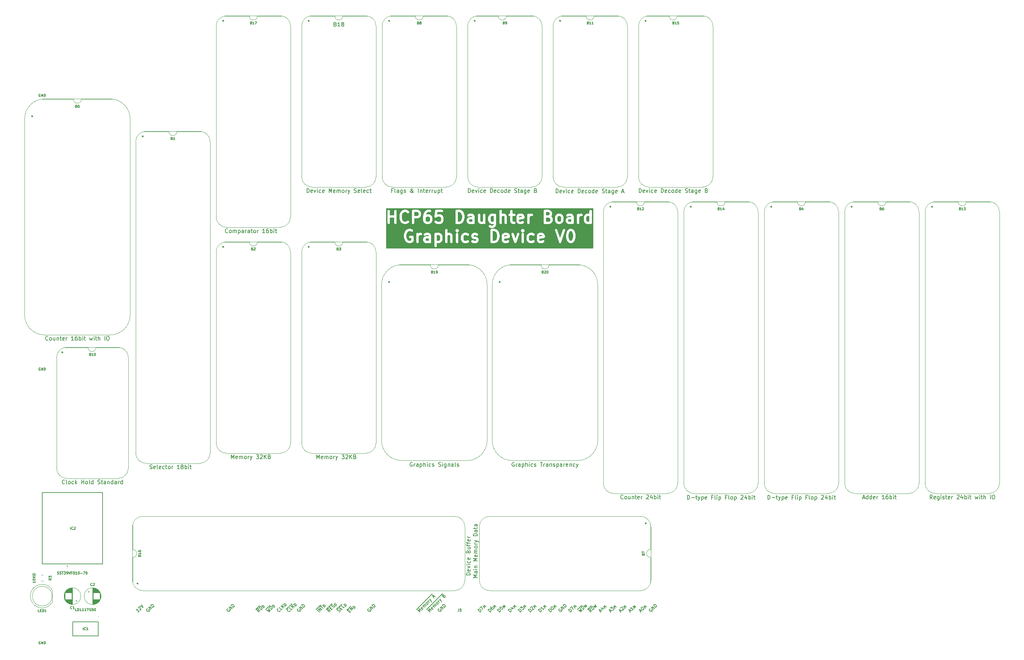
<source format=gto>
%TF.GenerationSoftware,KiCad,Pcbnew,8.0.4*%
%TF.CreationDate,2024-09-08T11:47:01+02:00*%
%TF.ProjectId,Graphics Board,47726170-6869-4637-9320-426f6172642e,V0*%
%TF.SameCoordinates,PX18392c0PY1360f00*%
%TF.FileFunction,Legend,Top*%
%TF.FilePolarity,Positive*%
%FSLAX46Y46*%
G04 Gerber Fmt 4.6, Leading zero omitted, Abs format (unit mm)*
G04 Created by KiCad (PCBNEW 8.0.4) date 2024-09-08 11:47:01*
%MOMM*%
%LPD*%
G01*
G04 APERTURE LIST*
%ADD10C,0.200000*%
%ADD11C,0.600000*%
%ADD12C,0.150000*%
%ADD13C,0.239605*%
%ADD14C,0.100000*%
%ADD15C,0.120000*%
%ADD16C,0.187000*%
G04 APERTURE END LIST*
D10*
X77451832Y-134019378D02*
X77640394Y-133830817D01*
X78017517Y-134046316D02*
X77748143Y-134315690D01*
X77748143Y-134315690D02*
X77182458Y-133750004D01*
X77182458Y-133750004D02*
X77451832Y-133480630D01*
X78259954Y-133803879D02*
X77694269Y-133238193D01*
X77694269Y-133238193D02*
X78583203Y-133480630D01*
X78583203Y-133480630D02*
X78017518Y-132914945D01*
X76947294Y-133671078D02*
X77938591Y-132679781D01*
X78888134Y-133300688D02*
X78435586Y-132848140D01*
X78435586Y-132848140D02*
X78543335Y-132740390D01*
X78543335Y-132740390D02*
X78629535Y-132697291D01*
X78629535Y-132697291D02*
X78715735Y-132697291D01*
X78715735Y-132697291D02*
X78780385Y-132718840D01*
X78780385Y-132718840D02*
X78888134Y-132783490D01*
X78888134Y-132783490D02*
X78952784Y-132848140D01*
X78952784Y-132848140D02*
X79017434Y-132955890D01*
X79017434Y-132955890D02*
X79038984Y-133020539D01*
X79038984Y-133020539D02*
X79038984Y-133106739D01*
X79038984Y-133106739D02*
X78995884Y-133192939D01*
X78995884Y-133192939D02*
X78888134Y-133300688D01*
X82458707Y-133353630D02*
X82377894Y-133380568D01*
X82377894Y-133380568D02*
X82297082Y-133461380D01*
X82297082Y-133461380D02*
X82243207Y-133569130D01*
X82243207Y-133569130D02*
X82243207Y-133676879D01*
X82243207Y-133676879D02*
X82270145Y-133757691D01*
X82270145Y-133757691D02*
X82350957Y-133892378D01*
X82350957Y-133892378D02*
X82431769Y-133973191D01*
X82431769Y-133973191D02*
X82566456Y-134054003D01*
X82566456Y-134054003D02*
X82647268Y-134080940D01*
X82647268Y-134080940D02*
X82755018Y-134080940D01*
X82755018Y-134080940D02*
X82862768Y-134027065D01*
X82862768Y-134027065D02*
X82916642Y-133973191D01*
X82916642Y-133973191D02*
X82970517Y-133865441D01*
X82970517Y-133865441D02*
X82970517Y-133811566D01*
X82970517Y-133811566D02*
X82781955Y-133623004D01*
X82781955Y-133623004D02*
X82674206Y-133730754D01*
X83266829Y-133623004D02*
X82701143Y-133057319D01*
X82701143Y-133057319D02*
X83590077Y-133299756D01*
X83590077Y-133299756D02*
X83024392Y-132734070D01*
X83859451Y-133030382D02*
X83293766Y-132464696D01*
X83293766Y-132464696D02*
X83428453Y-132330009D01*
X83428453Y-132330009D02*
X83536202Y-132276134D01*
X83536202Y-132276134D02*
X83643952Y-132276134D01*
X83643952Y-132276134D02*
X83724764Y-132303072D01*
X83724764Y-132303072D02*
X83859451Y-132383884D01*
X83859451Y-132383884D02*
X83940263Y-132464696D01*
X83940263Y-132464696D02*
X84021076Y-132599383D01*
X84021076Y-132599383D02*
X84048013Y-132680195D01*
X84048013Y-132680195D02*
X84048013Y-132787945D01*
X84048013Y-132787945D02*
X83994138Y-132895695D01*
X83994138Y-132895695D02*
X83859451Y-133030382D01*
X46898707Y-133353630D02*
X46817894Y-133380568D01*
X46817894Y-133380568D02*
X46737082Y-133461380D01*
X46737082Y-133461380D02*
X46683207Y-133569130D01*
X46683207Y-133569130D02*
X46683207Y-133676879D01*
X46683207Y-133676879D02*
X46710145Y-133757691D01*
X46710145Y-133757691D02*
X46790957Y-133892378D01*
X46790957Y-133892378D02*
X46871769Y-133973191D01*
X46871769Y-133973191D02*
X47006456Y-134054003D01*
X47006456Y-134054003D02*
X47087268Y-134080940D01*
X47087268Y-134080940D02*
X47195018Y-134080940D01*
X47195018Y-134080940D02*
X47302768Y-134027065D01*
X47302768Y-134027065D02*
X47356642Y-133973191D01*
X47356642Y-133973191D02*
X47410517Y-133865441D01*
X47410517Y-133865441D02*
X47410517Y-133811566D01*
X47410517Y-133811566D02*
X47221955Y-133623004D01*
X47221955Y-133623004D02*
X47114206Y-133730754D01*
X47706829Y-133623004D02*
X47141143Y-133057319D01*
X47141143Y-133057319D02*
X48030077Y-133299756D01*
X48030077Y-133299756D02*
X47464392Y-132734070D01*
X48299451Y-133030382D02*
X47733766Y-132464696D01*
X47733766Y-132464696D02*
X47868453Y-132330009D01*
X47868453Y-132330009D02*
X47976202Y-132276134D01*
X47976202Y-132276134D02*
X48083952Y-132276134D01*
X48083952Y-132276134D02*
X48164764Y-132303072D01*
X48164764Y-132303072D02*
X48299451Y-132383884D01*
X48299451Y-132383884D02*
X48380263Y-132464696D01*
X48380263Y-132464696D02*
X48461076Y-132599383D01*
X48461076Y-132599383D02*
X48488013Y-132680195D01*
X48488013Y-132680195D02*
X48488013Y-132787945D01*
X48488013Y-132787945D02*
X48434138Y-132895695D01*
X48434138Y-132895695D02*
X48299451Y-133030382D01*
X151092581Y-134054003D02*
X151361955Y-133784629D01*
X151200331Y-134269502D02*
X150823207Y-133515255D01*
X150823207Y-133515255D02*
X151577455Y-133892378D01*
X151308080Y-133030382D02*
X151361955Y-132976507D01*
X151361955Y-132976507D02*
X151442767Y-132949570D01*
X151442767Y-132949570D02*
X151496642Y-132949570D01*
X151496642Y-132949570D02*
X151577454Y-132976507D01*
X151577454Y-132976507D02*
X151712141Y-133057319D01*
X151712141Y-133057319D02*
X151846828Y-133192006D01*
X151846828Y-133192006D02*
X151927641Y-133326693D01*
X151927641Y-133326693D02*
X151954578Y-133407505D01*
X151954578Y-133407505D02*
X151954578Y-133461380D01*
X151954578Y-133461380D02*
X151927641Y-133542192D01*
X151927641Y-133542192D02*
X151873766Y-133596067D01*
X151873766Y-133596067D02*
X151792954Y-133623005D01*
X151792954Y-133623005D02*
X151739079Y-133623005D01*
X151739079Y-133623005D02*
X151658267Y-133596067D01*
X151658267Y-133596067D02*
X151523580Y-133515255D01*
X151523580Y-133515255D02*
X151388893Y-133380568D01*
X151388893Y-133380568D02*
X151308080Y-133245881D01*
X151308080Y-133245881D02*
X151281143Y-133165069D01*
X151281143Y-133165069D02*
X151281143Y-133111194D01*
X151281143Y-133111194D02*
X151308080Y-133030382D01*
X152340322Y-133254501D02*
X151887773Y-132801952D01*
X151887773Y-132801952D02*
X152361872Y-132974352D01*
X152361872Y-132974352D02*
X152189472Y-132500253D01*
X152189472Y-132500253D02*
X152642021Y-132952802D01*
X113181143Y-134188690D02*
X112615458Y-133623004D01*
X112615458Y-133623004D02*
X112750145Y-133488317D01*
X112750145Y-133488317D02*
X112857894Y-133434443D01*
X112857894Y-133434443D02*
X112965644Y-133434443D01*
X112965644Y-133434443D02*
X113046456Y-133461380D01*
X113046456Y-133461380D02*
X113181143Y-133542192D01*
X113181143Y-133542192D02*
X113261955Y-133623004D01*
X113261955Y-133623004D02*
X113342768Y-133757691D01*
X113342768Y-133757691D02*
X113369705Y-133838504D01*
X113369705Y-133838504D02*
X113369705Y-133946253D01*
X113369705Y-133946253D02*
X113315830Y-134054003D01*
X113315830Y-134054003D02*
X113181143Y-134188690D01*
X113423580Y-132814882D02*
X113315830Y-132922632D01*
X113315830Y-132922632D02*
X113288893Y-133003444D01*
X113288893Y-133003444D02*
X113288893Y-133057319D01*
X113288893Y-133057319D02*
X113315830Y-133192006D01*
X113315830Y-133192006D02*
X113396642Y-133326693D01*
X113396642Y-133326693D02*
X113612142Y-133542192D01*
X113612142Y-133542192D02*
X113692954Y-133569130D01*
X113692954Y-133569130D02*
X113746829Y-133569130D01*
X113746829Y-133569130D02*
X113827641Y-133542192D01*
X113827641Y-133542192D02*
X113935390Y-133434443D01*
X113935390Y-133434443D02*
X113962328Y-133353630D01*
X113962328Y-133353630D02*
X113962328Y-133299756D01*
X113962328Y-133299756D02*
X113935390Y-133218943D01*
X113935390Y-133218943D02*
X113800703Y-133084256D01*
X113800703Y-133084256D02*
X113719891Y-133057319D01*
X113719891Y-133057319D02*
X113666016Y-133057319D01*
X113666016Y-133057319D02*
X113585204Y-133084256D01*
X113585204Y-133084256D02*
X113477455Y-133192006D01*
X113477455Y-133192006D02*
X113450517Y-133272818D01*
X113450517Y-133272818D02*
X113450517Y-133326693D01*
X113450517Y-133326693D02*
X113477455Y-133407505D01*
X114321134Y-133173688D02*
X113868586Y-132721140D01*
X113868586Y-132721140D02*
X114342684Y-132893539D01*
X114342684Y-132893539D02*
X114170285Y-132419441D01*
X114170285Y-132419441D02*
X114622833Y-132871989D01*
X62650517Y-133811566D02*
X62650517Y-133865441D01*
X62650517Y-133865441D02*
X62596642Y-133973191D01*
X62596642Y-133973191D02*
X62542768Y-134027065D01*
X62542768Y-134027065D02*
X62435018Y-134080940D01*
X62435018Y-134080940D02*
X62327268Y-134080940D01*
X62327268Y-134080940D02*
X62246456Y-134054003D01*
X62246456Y-134054003D02*
X62111769Y-133973191D01*
X62111769Y-133973191D02*
X62030957Y-133892378D01*
X62030957Y-133892378D02*
X61950145Y-133757691D01*
X61950145Y-133757691D02*
X61923207Y-133676879D01*
X61923207Y-133676879D02*
X61923207Y-133569130D01*
X61923207Y-133569130D02*
X61977082Y-133461380D01*
X61977082Y-133461380D02*
X62030957Y-133407505D01*
X62030957Y-133407505D02*
X62138707Y-133353630D01*
X62138707Y-133353630D02*
X62192581Y-133353630D01*
X63216203Y-133353630D02*
X62946829Y-133623004D01*
X62946829Y-133623004D02*
X62381143Y-133057319D01*
X63404764Y-133165069D02*
X62839079Y-132599383D01*
X63728013Y-132841820D02*
X63162328Y-132761008D01*
X63162328Y-132276134D02*
X63162328Y-132922632D01*
X61580294Y-133544078D02*
X63056464Y-132067908D01*
X64006007Y-132688815D02*
X63553459Y-132236267D01*
X63553459Y-132236267D02*
X63661208Y-132128517D01*
X63661208Y-132128517D02*
X63747408Y-132085418D01*
X63747408Y-132085418D02*
X63833608Y-132085418D01*
X63833608Y-132085418D02*
X63898258Y-132106967D01*
X63898258Y-132106967D02*
X64006007Y-132171617D01*
X64006007Y-132171617D02*
X64070657Y-132236267D01*
X64070657Y-132236267D02*
X64135307Y-132344017D01*
X64135307Y-132344017D02*
X64156857Y-132408666D01*
X64156857Y-132408666D02*
X64156857Y-132494866D01*
X64156857Y-132494866D02*
X64113757Y-132581066D01*
X64113757Y-132581066D02*
X64006007Y-132688815D01*
X143472581Y-134054003D02*
X143741955Y-133784629D01*
X143580331Y-134269502D02*
X143203207Y-133515255D01*
X143203207Y-133515255D02*
X143957455Y-133892378D01*
X143526456Y-133192006D02*
X143876642Y-132841820D01*
X143876642Y-132841820D02*
X143903580Y-133245881D01*
X143903580Y-133245881D02*
X143984392Y-133165069D01*
X143984392Y-133165069D02*
X144065204Y-133138131D01*
X144065204Y-133138131D02*
X144119079Y-133138131D01*
X144119079Y-133138131D02*
X144199891Y-133165069D01*
X144199891Y-133165069D02*
X144334578Y-133299756D01*
X144334578Y-133299756D02*
X144361515Y-133380568D01*
X144361515Y-133380568D02*
X144361515Y-133434443D01*
X144361515Y-133434443D02*
X144334578Y-133515255D01*
X144334578Y-133515255D02*
X144172954Y-133676879D01*
X144172954Y-133676879D02*
X144092141Y-133703817D01*
X144092141Y-133703817D02*
X144038267Y-133703817D01*
X144720322Y-133254501D02*
X144267773Y-132801952D01*
X144267773Y-132801952D02*
X144741872Y-132974352D01*
X144741872Y-132974352D02*
X144569472Y-132500253D01*
X144569472Y-132500253D02*
X145022021Y-132952802D01*
X60110517Y-133811566D02*
X60110517Y-133865441D01*
X60110517Y-133865441D02*
X60056642Y-133973191D01*
X60056642Y-133973191D02*
X60002768Y-134027065D01*
X60002768Y-134027065D02*
X59895018Y-134080940D01*
X59895018Y-134080940D02*
X59787268Y-134080940D01*
X59787268Y-134080940D02*
X59706456Y-134054003D01*
X59706456Y-134054003D02*
X59571769Y-133973191D01*
X59571769Y-133973191D02*
X59490957Y-133892378D01*
X59490957Y-133892378D02*
X59410145Y-133757691D01*
X59410145Y-133757691D02*
X59383207Y-133676879D01*
X59383207Y-133676879D02*
X59383207Y-133569130D01*
X59383207Y-133569130D02*
X59437082Y-133461380D01*
X59437082Y-133461380D02*
X59490957Y-133407505D01*
X59490957Y-133407505D02*
X59598707Y-133353630D01*
X59598707Y-133353630D02*
X59652581Y-133353630D01*
X60676203Y-133353630D02*
X60406829Y-133623004D01*
X60406829Y-133623004D02*
X59841143Y-133057319D01*
X60864764Y-133165069D02*
X60299079Y-132599383D01*
X61188013Y-132841820D02*
X60622328Y-132761008D01*
X60622328Y-132276134D02*
X60622328Y-132922632D01*
X61466007Y-132688815D02*
X61013459Y-132236267D01*
X61013459Y-132236267D02*
X61121208Y-132128517D01*
X61121208Y-132128517D02*
X61207408Y-132085418D01*
X61207408Y-132085418D02*
X61293608Y-132085418D01*
X61293608Y-132085418D02*
X61358258Y-132106967D01*
X61358258Y-132106967D02*
X61466007Y-132171617D01*
X61466007Y-132171617D02*
X61530657Y-132236267D01*
X61530657Y-132236267D02*
X61595307Y-132344017D01*
X61595307Y-132344017D02*
X61616857Y-132408666D01*
X61616857Y-132408666D02*
X61616857Y-132494866D01*
X61616857Y-132494866D02*
X61573757Y-132581066D01*
X61573757Y-132581066D02*
X61466007Y-132688815D01*
X24577455Y-133892378D02*
X24254206Y-134215627D01*
X24415830Y-134054003D02*
X23850145Y-133488317D01*
X23850145Y-133488317D02*
X23877082Y-133623004D01*
X23877082Y-133623004D02*
X23877082Y-133730754D01*
X23877082Y-133730754D02*
X23850145Y-133811566D01*
X24281143Y-133165068D02*
X24281143Y-133111194D01*
X24281143Y-133111194D02*
X24308081Y-133030381D01*
X24308081Y-133030381D02*
X24442768Y-132895694D01*
X24442768Y-132895694D02*
X24523580Y-132868757D01*
X24523580Y-132868757D02*
X24577455Y-132868757D01*
X24577455Y-132868757D02*
X24658267Y-132895694D01*
X24658267Y-132895694D02*
X24712142Y-132949569D01*
X24712142Y-132949569D02*
X24766017Y-133057319D01*
X24766017Y-133057319D02*
X24766017Y-133703816D01*
X24766017Y-133703816D02*
X25116203Y-133353630D01*
X24712142Y-132626320D02*
X25466389Y-133003444D01*
X25466389Y-133003444D02*
X25089266Y-132249197D01*
X123341143Y-134188690D02*
X122775458Y-133623004D01*
X122775458Y-133623004D02*
X122910145Y-133488317D01*
X122910145Y-133488317D02*
X123017894Y-133434443D01*
X123017894Y-133434443D02*
X123125644Y-133434443D01*
X123125644Y-133434443D02*
X123206456Y-133461380D01*
X123206456Y-133461380D02*
X123341143Y-133542192D01*
X123341143Y-133542192D02*
X123421955Y-133623004D01*
X123421955Y-133623004D02*
X123502768Y-133757691D01*
X123502768Y-133757691D02*
X123529705Y-133838504D01*
X123529705Y-133838504D02*
X123529705Y-133946253D01*
X123529705Y-133946253D02*
X123475830Y-134054003D01*
X123475830Y-134054003D02*
X123341143Y-134188690D01*
X123368081Y-133138131D02*
X123368081Y-133084256D01*
X123368081Y-133084256D02*
X123395018Y-133003444D01*
X123395018Y-133003444D02*
X123529705Y-132868757D01*
X123529705Y-132868757D02*
X123610517Y-132841820D01*
X123610517Y-132841820D02*
X123664392Y-132841820D01*
X123664392Y-132841820D02*
X123745204Y-132868757D01*
X123745204Y-132868757D02*
X123799079Y-132922632D01*
X123799079Y-132922632D02*
X123852954Y-133030382D01*
X123852954Y-133030382D02*
X123852954Y-133676879D01*
X123852954Y-133676879D02*
X124203140Y-133326693D01*
X124481134Y-133173688D02*
X124028586Y-132721140D01*
X124028586Y-132721140D02*
X124502684Y-132893539D01*
X124502684Y-132893539D02*
X124330285Y-132419441D01*
X124330285Y-132419441D02*
X124782833Y-132871989D01*
X138904392Y-133865441D02*
X138446456Y-133784629D01*
X138581143Y-134188690D02*
X138015458Y-133623004D01*
X138015458Y-133623004D02*
X138230957Y-133407505D01*
X138230957Y-133407505D02*
X138311769Y-133380568D01*
X138311769Y-133380568D02*
X138365644Y-133380568D01*
X138365644Y-133380568D02*
X138446456Y-133407505D01*
X138446456Y-133407505D02*
X138527268Y-133488317D01*
X138527268Y-133488317D02*
X138554206Y-133569130D01*
X138554206Y-133569130D02*
X138554206Y-133623004D01*
X138554206Y-133623004D02*
X138527268Y-133703817D01*
X138527268Y-133703817D02*
X138311769Y-133919316D01*
X139146829Y-133623004D02*
X138581143Y-133057319D01*
X138581143Y-133057319D02*
X138715830Y-132922632D01*
X138715830Y-132922632D02*
X138823580Y-132868757D01*
X138823580Y-132868757D02*
X138931329Y-132868757D01*
X138931329Y-132868757D02*
X139012142Y-132895695D01*
X139012142Y-132895695D02*
X139146829Y-132976507D01*
X139146829Y-132976507D02*
X139227641Y-133057319D01*
X139227641Y-133057319D02*
X139308453Y-133192006D01*
X139308453Y-133192006D02*
X139335390Y-133272818D01*
X139335390Y-133272818D02*
X139335390Y-133380568D01*
X139335390Y-133380568D02*
X139281516Y-133488317D01*
X139281516Y-133488317D02*
X139146829Y-133623004D01*
X137780294Y-133544078D02*
X138798528Y-132525844D01*
X139748071Y-133146751D02*
X139295523Y-132694203D01*
X139295523Y-132694203D02*
X139769621Y-132866602D01*
X139769621Y-132866602D02*
X139597222Y-132392504D01*
X139597222Y-132392504D02*
X140049770Y-132845052D01*
D11*
G36*
X100352291Y-38990986D02*
G01*
X100426301Y-39064995D01*
X100515714Y-39243821D01*
X100515714Y-39959324D01*
X100426301Y-40138150D01*
X100352291Y-40212160D01*
X100173465Y-40301573D01*
X99743677Y-40301573D01*
X99687142Y-40273305D01*
X99687142Y-38929840D01*
X99743677Y-38901573D01*
X100173465Y-38901573D01*
X100352291Y-38990986D01*
G37*
G36*
X97658571Y-40273305D02*
G01*
X97602036Y-40301573D01*
X97029391Y-40301573D01*
X96896462Y-40235109D01*
X96829999Y-40102181D01*
X96829999Y-39958107D01*
X96896462Y-39825179D01*
X97029391Y-39758716D01*
X97658571Y-39758716D01*
X97658571Y-40273305D01*
G37*
G36*
X114510802Y-38006640D02*
G01*
X114712015Y-38207852D01*
X114818371Y-38420565D01*
X114944285Y-38924219D01*
X114944285Y-39278926D01*
X114818371Y-39782580D01*
X114712015Y-39995293D01*
X114510801Y-40196506D01*
X114195602Y-40301573D01*
X113829999Y-40301573D01*
X113829999Y-37901573D01*
X114195602Y-37901573D01*
X114510802Y-38006640D01*
G37*
G36*
X117449249Y-38968036D02*
G01*
X117501601Y-39072739D01*
X116687142Y-39235631D01*
X116687142Y-39100964D01*
X116753605Y-38968036D01*
X116886534Y-38901573D01*
X117316322Y-38901573D01*
X117449249Y-38968036D01*
G37*
G36*
X126306392Y-38968036D02*
G01*
X126358744Y-39072739D01*
X125544285Y-39235631D01*
X125544285Y-39100964D01*
X125610748Y-38968036D01*
X125743677Y-38901573D01*
X126173465Y-38901573D01*
X126306392Y-38968036D01*
G37*
G36*
X133780863Y-37990986D02*
G01*
X133854873Y-38064995D01*
X133961229Y-38277708D01*
X134087143Y-38781362D01*
X134087143Y-39421783D01*
X133961229Y-39925437D01*
X133854873Y-40138150D01*
X133780863Y-40212160D01*
X133602037Y-40301573D01*
X133457963Y-40301573D01*
X133279137Y-40212160D01*
X133205127Y-40138150D01*
X133098770Y-39925436D01*
X132972857Y-39421783D01*
X132972857Y-38781362D01*
X133098770Y-38277707D01*
X133205126Y-38064995D01*
X133279136Y-37990986D01*
X133457963Y-37901573D01*
X133602037Y-37901573D01*
X133780863Y-37990986D01*
G37*
G36*
X114087142Y-34100008D02*
G01*
X114087142Y-35443473D01*
X114030607Y-35471741D01*
X113600819Y-35471741D01*
X113421992Y-35382328D01*
X113347983Y-35308318D01*
X113258570Y-35129492D01*
X113258570Y-34413989D01*
X113347983Y-34235163D01*
X113421991Y-34161154D01*
X113600819Y-34071741D01*
X114030607Y-34071741D01*
X114087142Y-34100008D01*
G37*
G36*
X97780862Y-34304011D02*
G01*
X97854871Y-34378020D01*
X97944284Y-34556846D01*
X97944284Y-35129492D01*
X97854870Y-35308318D01*
X97780861Y-35382328D01*
X97602035Y-35471741D01*
X97172247Y-35471741D01*
X96993420Y-35382328D01*
X96919411Y-35308318D01*
X96829998Y-35129492D01*
X96829998Y-34556846D01*
X96919411Y-34378020D01*
X96993419Y-34304011D01*
X97172247Y-34214598D01*
X97602035Y-34214598D01*
X97780862Y-34304011D01*
G37*
G36*
X105653658Y-33176808D02*
G01*
X105854871Y-33378020D01*
X105961227Y-33590733D01*
X106087141Y-34094387D01*
X106087141Y-34449094D01*
X105961227Y-34952748D01*
X105854871Y-35165461D01*
X105653657Y-35366674D01*
X105338458Y-35471741D01*
X104972855Y-35471741D01*
X104972855Y-33071741D01*
X105338458Y-33071741D01*
X105653658Y-33176808D01*
G37*
G36*
X108658570Y-35443473D02*
G01*
X108602035Y-35471741D01*
X108029390Y-35471741D01*
X107896461Y-35405277D01*
X107829998Y-35272349D01*
X107829998Y-35128275D01*
X107896461Y-34995347D01*
X108029390Y-34928884D01*
X108658570Y-34928884D01*
X108658570Y-35443473D01*
G37*
G36*
X121163535Y-34138204D02*
G01*
X121215887Y-34242907D01*
X120401428Y-34405799D01*
X120401428Y-34271132D01*
X120467891Y-34138204D01*
X120600820Y-34071741D01*
X121030608Y-34071741D01*
X121163535Y-34138204D01*
G37*
G36*
X128225089Y-34605379D02*
G01*
X128283443Y-34663733D01*
X128372857Y-34842560D01*
X128372857Y-35129492D01*
X128283443Y-35308318D01*
X128209434Y-35382328D01*
X128030608Y-35471741D01*
X127258571Y-35471741D01*
X127258571Y-34500312D01*
X127909888Y-34500312D01*
X128225089Y-34605379D01*
G37*
G36*
X128066578Y-33161154D02*
G01*
X128140587Y-33235163D01*
X128230000Y-33413989D01*
X128230000Y-33558064D01*
X128140587Y-33736890D01*
X128066578Y-33810898D01*
X127887751Y-33900312D01*
X127258571Y-33900312D01*
X127258571Y-33071741D01*
X127887751Y-33071741D01*
X128066578Y-33161154D01*
G37*
G36*
X130923720Y-34161154D02*
G01*
X130997730Y-34235163D01*
X131087143Y-34413989D01*
X131087143Y-35129492D01*
X130997730Y-35308318D01*
X130923720Y-35382328D01*
X130744894Y-35471741D01*
X130457963Y-35471741D01*
X130279136Y-35382328D01*
X130205127Y-35308318D01*
X130115714Y-35129492D01*
X130115714Y-34413989D01*
X130205127Y-34235163D01*
X130279135Y-34161154D01*
X130457963Y-34071741D01*
X130744894Y-34071741D01*
X130923720Y-34161154D01*
G37*
G36*
X133658572Y-35443473D02*
G01*
X133602037Y-35471741D01*
X133029392Y-35471741D01*
X132896463Y-35405277D01*
X132830000Y-35272349D01*
X132830000Y-35128275D01*
X132896463Y-34995347D01*
X133029392Y-34928884D01*
X133658572Y-34928884D01*
X133658572Y-35443473D01*
G37*
G36*
X138230001Y-34100008D02*
G01*
X138230001Y-35443473D01*
X138173466Y-35471741D01*
X137743678Y-35471741D01*
X137564851Y-35382328D01*
X137490842Y-35308318D01*
X137401429Y-35129492D01*
X137401429Y-34413989D01*
X137490842Y-34235163D01*
X137564850Y-34161154D01*
X137743678Y-34071741D01*
X138173466Y-34071741D01*
X138230001Y-34100008D01*
G37*
G36*
X94923719Y-33161154D02*
G01*
X94997728Y-33235163D01*
X95087141Y-33413989D01*
X95087141Y-33700921D01*
X94997728Y-33879747D01*
X94923719Y-33953755D01*
X94744892Y-34043169D01*
X93972855Y-34043169D01*
X93972855Y-33071741D01*
X94744892Y-33071741D01*
X94923719Y-33161154D01*
G37*
G36*
X139163334Y-42232339D02*
G01*
X86896665Y-42232339D01*
X86896665Y-38887287D01*
X91372856Y-38887287D01*
X91372856Y-39315858D01*
X91374864Y-39346503D01*
X91374806Y-39350007D01*
X91375257Y-39352497D01*
X91375423Y-39355016D01*
X91376327Y-39358392D01*
X91381813Y-39388619D01*
X91524670Y-39960047D01*
X91531119Y-39980148D01*
X91532169Y-39985279D01*
X91534680Y-39991250D01*
X91536658Y-39997413D01*
X91539197Y-40001988D01*
X91547385Y-40021451D01*
X91690242Y-40307165D01*
X91710050Y-40341041D01*
X91716044Y-40347801D01*
X91720564Y-40355629D01*
X91746438Y-40385133D01*
X92032153Y-40670848D01*
X92044339Y-40681535D01*
X92047724Y-40685352D01*
X92051640Y-40687937D01*
X92061657Y-40696722D01*
X92087846Y-40711842D01*
X92113080Y-40728503D01*
X92125415Y-40733533D01*
X92129480Y-40735880D01*
X92134407Y-40737200D01*
X92149417Y-40743321D01*
X92577987Y-40886178D01*
X92615947Y-40896125D01*
X92624966Y-40896666D01*
X92633698Y-40899006D01*
X92672856Y-40901573D01*
X92958570Y-40901573D01*
X92997728Y-40899006D01*
X93006455Y-40896667D01*
X93015478Y-40896126D01*
X93053438Y-40886178D01*
X93482010Y-40743321D01*
X93497015Y-40737201D01*
X93501948Y-40735880D01*
X93506016Y-40733531D01*
X93518346Y-40728503D01*
X93543578Y-40711844D01*
X93569771Y-40696721D01*
X93579784Y-40687939D01*
X93583702Y-40685353D01*
X93587087Y-40681534D01*
X93599275Y-40670847D01*
X93742132Y-40527989D01*
X93767997Y-40498493D01*
X93768005Y-40498486D01*
X93807163Y-40430663D01*
X93827432Y-40355016D01*
X93829999Y-40315858D01*
X93829999Y-39315858D01*
X93827432Y-39276700D01*
X93807163Y-39201053D01*
X93768005Y-39133230D01*
X93712627Y-39077852D01*
X93644804Y-39038694D01*
X93569157Y-39018425D01*
X93529999Y-39015858D01*
X92958570Y-39015858D01*
X92919412Y-39018425D01*
X92843765Y-39038694D01*
X92775942Y-39077852D01*
X92720564Y-39133230D01*
X92681406Y-39201053D01*
X92661137Y-39276700D01*
X92661137Y-39355016D01*
X92681406Y-39430663D01*
X92720564Y-39498486D01*
X92775942Y-39553864D01*
X92843765Y-39593022D01*
X92919412Y-39613291D01*
X92958570Y-39615858D01*
X93229999Y-39615858D01*
X93229999Y-40191594D01*
X93225087Y-40196506D01*
X92909887Y-40301573D01*
X92721539Y-40301573D01*
X92406339Y-40196506D01*
X92205126Y-39995293D01*
X92098769Y-39782580D01*
X91972856Y-39278925D01*
X91972856Y-38924219D01*
X92053517Y-38601573D01*
X94515713Y-38601573D01*
X94515713Y-40601573D01*
X94518280Y-40640731D01*
X94538549Y-40716378D01*
X94577707Y-40784201D01*
X94633085Y-40839579D01*
X94700908Y-40878737D01*
X94776555Y-40899006D01*
X94854871Y-40899006D01*
X94930518Y-40878737D01*
X94998341Y-40839579D01*
X95053719Y-40784201D01*
X95092877Y-40716378D01*
X95113146Y-40640731D01*
X95115713Y-40601573D01*
X95115713Y-39887287D01*
X96229999Y-39887287D01*
X96229999Y-40173001D01*
X96231059Y-40189177D01*
X96230754Y-40194267D01*
X96231694Y-40198862D01*
X96232566Y-40212159D01*
X96240393Y-40241372D01*
X96246455Y-40270993D01*
X96251619Y-40283271D01*
X96252835Y-40287806D01*
X96255386Y-40292225D01*
X96261671Y-40307165D01*
X96404528Y-40592880D01*
X96424336Y-40626756D01*
X96436288Y-40640235D01*
X96446220Y-40655277D01*
X96462160Y-40669411D01*
X96476295Y-40685352D01*
X96491336Y-40695283D01*
X96504816Y-40707236D01*
X96538692Y-40727044D01*
X96824407Y-40869901D01*
X96839346Y-40876185D01*
X96843766Y-40878737D01*
X96848300Y-40879952D01*
X96860579Y-40885117D01*
X96890199Y-40891178D01*
X96919413Y-40899006D01*
X96932709Y-40899877D01*
X96937305Y-40900818D01*
X96942394Y-40900512D01*
X96958571Y-40901573D01*
X97672856Y-40901573D01*
X97689032Y-40900512D01*
X97694122Y-40900818D01*
X97698717Y-40899877D01*
X97712014Y-40899006D01*
X97741227Y-40891178D01*
X97770848Y-40885117D01*
X97783126Y-40879952D01*
X97787661Y-40878737D01*
X97792080Y-40876185D01*
X97807020Y-40869901D01*
X97818510Y-40864155D01*
X97843766Y-40878737D01*
X97919413Y-40899006D01*
X97997729Y-40899006D01*
X98073376Y-40878737D01*
X98141199Y-40839579D01*
X98196577Y-40784201D01*
X98235735Y-40716378D01*
X98256004Y-40640731D01*
X98258571Y-40601573D01*
X98258571Y-39030144D01*
X98257510Y-39013966D01*
X98257816Y-39008876D01*
X98256875Y-39004280D01*
X98256004Y-38990986D01*
X98248177Y-38961776D01*
X98242115Y-38932151D01*
X98236949Y-38919870D01*
X98235735Y-38915339D01*
X98233185Y-38910922D01*
X98226899Y-38895979D01*
X98084041Y-38610265D01*
X98078959Y-38601573D01*
X99087142Y-38601573D01*
X99087142Y-41601573D01*
X99089709Y-41640731D01*
X99109978Y-41716378D01*
X99149136Y-41784201D01*
X99204514Y-41839579D01*
X99272337Y-41878737D01*
X99347984Y-41899006D01*
X99426300Y-41899006D01*
X99501947Y-41878737D01*
X99569770Y-41839579D01*
X99625148Y-41784201D01*
X99664306Y-41716378D01*
X99684575Y-41640731D01*
X99687142Y-41601573D01*
X99687142Y-40901573D01*
X100244285Y-40901573D01*
X100260462Y-40900512D01*
X100265552Y-40900818D01*
X100270147Y-40899877D01*
X100283443Y-40899006D01*
X100312655Y-40891178D01*
X100342277Y-40885117D01*
X100354555Y-40879952D01*
X100359090Y-40878737D01*
X100363509Y-40876185D01*
X100378449Y-40869901D01*
X100664163Y-40727044D01*
X100698039Y-40707236D01*
X100704799Y-40701241D01*
X100712627Y-40696722D01*
X100742131Y-40670848D01*
X100884989Y-40527990D01*
X100910863Y-40498486D01*
X100915382Y-40490658D01*
X100921377Y-40483898D01*
X100941185Y-40450022D01*
X101084042Y-40164308D01*
X101090326Y-40149368D01*
X101092878Y-40144949D01*
X101094093Y-40140414D01*
X101099258Y-40128136D01*
X101105319Y-40098514D01*
X101113147Y-40069302D01*
X101114018Y-40056006D01*
X101114959Y-40051411D01*
X101114653Y-40046321D01*
X101115714Y-40030144D01*
X101115714Y-39173001D01*
X101114653Y-39156823D01*
X101114959Y-39151734D01*
X101114018Y-39147138D01*
X101113147Y-39133843D01*
X101105319Y-39104630D01*
X101099258Y-39075009D01*
X101094093Y-39062730D01*
X101092878Y-39058196D01*
X101090326Y-39053776D01*
X101084042Y-39038837D01*
X100941185Y-38753123D01*
X100921377Y-38719247D01*
X100915381Y-38712485D01*
X100910862Y-38704658D01*
X100884988Y-38675154D01*
X100742130Y-38532297D01*
X100712626Y-38506424D01*
X100704801Y-38501906D01*
X100698039Y-38495910D01*
X100664163Y-38476102D01*
X100378449Y-38333245D01*
X100363509Y-38326960D01*
X100359090Y-38324409D01*
X100354555Y-38323193D01*
X100342277Y-38318029D01*
X100312655Y-38311967D01*
X100283443Y-38304140D01*
X100270147Y-38303268D01*
X100265552Y-38302328D01*
X100260462Y-38302633D01*
X100244285Y-38301573D01*
X99672857Y-38301573D01*
X99656680Y-38302633D01*
X99651591Y-38302328D01*
X99646995Y-38303268D01*
X99633699Y-38304140D01*
X99604485Y-38311967D01*
X99574865Y-38318029D01*
X99562586Y-38323193D01*
X99558052Y-38324409D01*
X99553632Y-38326960D01*
X99538693Y-38333245D01*
X99527202Y-38338990D01*
X99501947Y-38324409D01*
X99426300Y-38304140D01*
X99347984Y-38304140D01*
X99272337Y-38324409D01*
X99204514Y-38363567D01*
X99149136Y-38418945D01*
X99109978Y-38486768D01*
X99089709Y-38562415D01*
X99087142Y-38601573D01*
X98078959Y-38601573D01*
X98064233Y-38576389D01*
X98052277Y-38562906D01*
X98042349Y-38547869D01*
X98026409Y-38533734D01*
X98012273Y-38517793D01*
X97997232Y-38507862D01*
X97983753Y-38495910D01*
X97949877Y-38476102D01*
X97664163Y-38333245D01*
X97649223Y-38326960D01*
X97644804Y-38324409D01*
X97640269Y-38323193D01*
X97627991Y-38318029D01*
X97598369Y-38311967D01*
X97569157Y-38304140D01*
X97555861Y-38303268D01*
X97551266Y-38302328D01*
X97546176Y-38302633D01*
X97529999Y-38301573D01*
X96958571Y-38301573D01*
X96942394Y-38302633D01*
X96937305Y-38302328D01*
X96932709Y-38303268D01*
X96919413Y-38304140D01*
X96890199Y-38311967D01*
X96860579Y-38318029D01*
X96848300Y-38323193D01*
X96843766Y-38324409D01*
X96839346Y-38326960D01*
X96824407Y-38333245D01*
X96538692Y-38476102D01*
X96504816Y-38495910D01*
X96446220Y-38547869D01*
X96403069Y-38613224D01*
X96378303Y-38687522D01*
X96373611Y-38765696D01*
X96389312Y-38842422D01*
X96424336Y-38912470D01*
X96476295Y-38971066D01*
X96541650Y-39014217D01*
X96615948Y-39038983D01*
X96694122Y-39043675D01*
X96770848Y-39027974D01*
X96807020Y-39012758D01*
X97029391Y-38901573D01*
X97459179Y-38901573D01*
X97592106Y-38968036D01*
X97658571Y-39100964D01*
X97658571Y-39130448D01*
X97602036Y-39158716D01*
X96958571Y-39158716D01*
X96942394Y-39159776D01*
X96937305Y-39159471D01*
X96932709Y-39160411D01*
X96919413Y-39161283D01*
X96890199Y-39169110D01*
X96860579Y-39175172D01*
X96848300Y-39180336D01*
X96843766Y-39181552D01*
X96839346Y-39184103D01*
X96824407Y-39190388D01*
X96538692Y-39333245D01*
X96504816Y-39353053D01*
X96491335Y-39365006D01*
X96476295Y-39374937D01*
X96462160Y-39390877D01*
X96446220Y-39405012D01*
X96436288Y-39420053D01*
X96424336Y-39433533D01*
X96404528Y-39467409D01*
X96261671Y-39753123D01*
X96255386Y-39768062D01*
X96252835Y-39772482D01*
X96251619Y-39777016D01*
X96246455Y-39789295D01*
X96240393Y-39818916D01*
X96232566Y-39848129D01*
X96231694Y-39861424D01*
X96230754Y-39866020D01*
X96231059Y-39871109D01*
X96229999Y-39887287D01*
X95115713Y-39887287D01*
X95115713Y-39243821D01*
X95205125Y-39064995D01*
X95279135Y-38990986D01*
X95457962Y-38901573D01*
X95672856Y-38901573D01*
X95712014Y-38899006D01*
X95787661Y-38878737D01*
X95855484Y-38839579D01*
X95910862Y-38784201D01*
X95950020Y-38716378D01*
X95970289Y-38640731D01*
X95970289Y-38562415D01*
X95950020Y-38486768D01*
X95910862Y-38418945D01*
X95855484Y-38363567D01*
X95787661Y-38324409D01*
X95712014Y-38304140D01*
X95672856Y-38301573D01*
X95387142Y-38301573D01*
X95370964Y-38302633D01*
X95365875Y-38302328D01*
X95361279Y-38303268D01*
X95347984Y-38304140D01*
X95318771Y-38311967D01*
X95289150Y-38318029D01*
X95276871Y-38323193D01*
X95272337Y-38324409D01*
X95267917Y-38326960D01*
X95252978Y-38333245D01*
X95059959Y-38429754D01*
X95053719Y-38418945D01*
X94998341Y-38363567D01*
X94930518Y-38324409D01*
X94854871Y-38304140D01*
X94776555Y-38304140D01*
X94700908Y-38324409D01*
X94633085Y-38363567D01*
X94577707Y-38418945D01*
X94538549Y-38486768D01*
X94518280Y-38562415D01*
X94515713Y-38601573D01*
X92053517Y-38601573D01*
X92098769Y-38420564D01*
X92205125Y-38207852D01*
X92406339Y-38006639D01*
X92721539Y-37901573D01*
X93030608Y-37901573D01*
X93252978Y-38012758D01*
X93289150Y-38027974D01*
X93365875Y-38043675D01*
X93444050Y-38038983D01*
X93518347Y-38014217D01*
X93583703Y-37971066D01*
X93635662Y-37912470D01*
X93670686Y-37842422D01*
X93686387Y-37765697D01*
X93681695Y-37687522D01*
X93656929Y-37613225D01*
X93649236Y-37601573D01*
X101801428Y-37601573D01*
X101801428Y-40601573D01*
X101803995Y-40640731D01*
X101824264Y-40716378D01*
X101863422Y-40784201D01*
X101918800Y-40839579D01*
X101986623Y-40878737D01*
X102062270Y-40899006D01*
X102140586Y-40899006D01*
X102216233Y-40878737D01*
X102284056Y-40839579D01*
X102339434Y-40784201D01*
X102378592Y-40716378D01*
X102398861Y-40640731D01*
X102401428Y-40601573D01*
X102401428Y-39011551D01*
X102421992Y-38990986D01*
X102600820Y-38901573D01*
X102887751Y-38901573D01*
X103020678Y-38968036D01*
X103087143Y-39100964D01*
X103087143Y-40601573D01*
X103089710Y-40640731D01*
X103109979Y-40716378D01*
X103149137Y-40784201D01*
X103204515Y-40839579D01*
X103272338Y-40878737D01*
X103347985Y-40899006D01*
X103426301Y-40899006D01*
X103501948Y-40878737D01*
X103569771Y-40839579D01*
X103625149Y-40784201D01*
X103664307Y-40716378D01*
X103684576Y-40640731D01*
X103687143Y-40601573D01*
X103687143Y-39030144D01*
X103686082Y-39013966D01*
X103686388Y-39008876D01*
X103685447Y-39004280D01*
X103684576Y-38990986D01*
X103676749Y-38961776D01*
X103670687Y-38932151D01*
X103665521Y-38919870D01*
X103664307Y-38915339D01*
X103661757Y-38910922D01*
X103655471Y-38895979D01*
X103512613Y-38610265D01*
X103507531Y-38601573D01*
X104515714Y-38601573D01*
X104515714Y-40601573D01*
X104518281Y-40640731D01*
X104538550Y-40716378D01*
X104577708Y-40784201D01*
X104633086Y-40839579D01*
X104700909Y-40878737D01*
X104776556Y-40899006D01*
X104854872Y-40899006D01*
X104930519Y-40878737D01*
X104998342Y-40839579D01*
X105053720Y-40784201D01*
X105092878Y-40716378D01*
X105113147Y-40640731D01*
X105115714Y-40601573D01*
X105115714Y-39173001D01*
X105801428Y-39173001D01*
X105801428Y-40030144D01*
X105802488Y-40046321D01*
X105802183Y-40051411D01*
X105803123Y-40056006D01*
X105803995Y-40069302D01*
X105811822Y-40098514D01*
X105817884Y-40128136D01*
X105823048Y-40140414D01*
X105824264Y-40144949D01*
X105826815Y-40149368D01*
X105833100Y-40164308D01*
X105975957Y-40450022D01*
X105995765Y-40483898D01*
X106001761Y-40490660D01*
X106006279Y-40498485D01*
X106032152Y-40527989D01*
X106175009Y-40670847D01*
X106204513Y-40696721D01*
X106212340Y-40701240D01*
X106219102Y-40707236D01*
X106252978Y-40727044D01*
X106538693Y-40869901D01*
X106553632Y-40876185D01*
X106558052Y-40878737D01*
X106562586Y-40879952D01*
X106574865Y-40885117D01*
X106604485Y-40891178D01*
X106633699Y-40899006D01*
X106646995Y-40899877D01*
X106651591Y-40900818D01*
X106656680Y-40900512D01*
X106672857Y-40901573D01*
X107244285Y-40901573D01*
X107260461Y-40900512D01*
X107265551Y-40900818D01*
X107270146Y-40899877D01*
X107283443Y-40899006D01*
X107312656Y-40891178D01*
X107342277Y-40885117D01*
X107354555Y-40879952D01*
X107359090Y-40878737D01*
X107363509Y-40876185D01*
X107378449Y-40869901D01*
X107664164Y-40727044D01*
X107698040Y-40707236D01*
X107756636Y-40655277D01*
X107799787Y-40589922D01*
X107824553Y-40515624D01*
X107829246Y-40437450D01*
X107813544Y-40360724D01*
X107778521Y-40290676D01*
X107726561Y-40232080D01*
X107661206Y-40188929D01*
X107586908Y-40164163D01*
X107508734Y-40159471D01*
X107432008Y-40175172D01*
X107395836Y-40190388D01*
X107173465Y-40301573D01*
X106743677Y-40301573D01*
X106564850Y-40212160D01*
X106490841Y-40138150D01*
X106401428Y-39959324D01*
X106401428Y-39243821D01*
X106490841Y-39064995D01*
X106564849Y-38990986D01*
X106743677Y-38901573D01*
X107173465Y-38901573D01*
X107395836Y-39012758D01*
X107432008Y-39027974D01*
X107508734Y-39043675D01*
X107586908Y-39038983D01*
X107613425Y-39030144D01*
X108372857Y-39030144D01*
X108372857Y-39173001D01*
X108373917Y-39189177D01*
X108373612Y-39194267D01*
X108374552Y-39198862D01*
X108375424Y-39212159D01*
X108383251Y-39241372D01*
X108389313Y-39270993D01*
X108394477Y-39283271D01*
X108395693Y-39287806D01*
X108398244Y-39292225D01*
X108404529Y-39307165D01*
X108547386Y-39592880D01*
X108567194Y-39626756D01*
X108579146Y-39640235D01*
X108589078Y-39655277D01*
X108605018Y-39669411D01*
X108619153Y-39685352D01*
X108634194Y-39695283D01*
X108647674Y-39707236D01*
X108681550Y-39727044D01*
X108967265Y-39869901D01*
X108982204Y-39876185D01*
X108986624Y-39878737D01*
X108991158Y-39879952D01*
X109003437Y-39885117D01*
X109033057Y-39891178D01*
X109062271Y-39899006D01*
X109075567Y-39899877D01*
X109080163Y-39900818D01*
X109085252Y-39900512D01*
X109101429Y-39901573D01*
X109459180Y-39901573D01*
X109592107Y-39968036D01*
X109658571Y-40100964D01*
X109658571Y-40102181D01*
X109592107Y-40235109D01*
X109459180Y-40301573D01*
X109029391Y-40301573D01*
X108807021Y-40190388D01*
X108770849Y-40175172D01*
X108694124Y-40159471D01*
X108615949Y-40164163D01*
X108541652Y-40188929D01*
X108476296Y-40232080D01*
X108424337Y-40290676D01*
X108389313Y-40360724D01*
X108373612Y-40437449D01*
X108378304Y-40515624D01*
X108403070Y-40589921D01*
X108446221Y-40655277D01*
X108504817Y-40707236D01*
X108538693Y-40727044D01*
X108824407Y-40869901D01*
X108839346Y-40876185D01*
X108843766Y-40878737D01*
X108848300Y-40879952D01*
X108860579Y-40885117D01*
X108890200Y-40891178D01*
X108919413Y-40899006D01*
X108932708Y-40899877D01*
X108937304Y-40900818D01*
X108942393Y-40900512D01*
X108958571Y-40901573D01*
X109530000Y-40901573D01*
X109546177Y-40900512D01*
X109551267Y-40900818D01*
X109555862Y-40899877D01*
X109569158Y-40899006D01*
X109598370Y-40891178D01*
X109627992Y-40885117D01*
X109640270Y-40879952D01*
X109644805Y-40878737D01*
X109649224Y-40876185D01*
X109664164Y-40869901D01*
X109949878Y-40727044D01*
X109983754Y-40707236D01*
X109997233Y-40695283D01*
X110012275Y-40685352D01*
X110026409Y-40669411D01*
X110042350Y-40655277D01*
X110052280Y-40640236D01*
X110064234Y-40626756D01*
X110084042Y-40592880D01*
X110226899Y-40307165D01*
X110233183Y-40292225D01*
X110235735Y-40287806D01*
X110236950Y-40283271D01*
X110242115Y-40270993D01*
X110248176Y-40241372D01*
X110256004Y-40212159D01*
X110256875Y-40198862D01*
X110257816Y-40194267D01*
X110257510Y-40189177D01*
X110258571Y-40173001D01*
X110258571Y-40030144D01*
X110257510Y-40013966D01*
X110257816Y-40008877D01*
X110256875Y-40004281D01*
X110256004Y-39990986D01*
X110248176Y-39961773D01*
X110242115Y-39932152D01*
X110236950Y-39919873D01*
X110235735Y-39915339D01*
X110233183Y-39910919D01*
X110226899Y-39895980D01*
X110084042Y-39610266D01*
X110064234Y-39576390D01*
X110052280Y-39562909D01*
X110042350Y-39547869D01*
X110026409Y-39533734D01*
X110012275Y-39517794D01*
X109997234Y-39507863D01*
X109983754Y-39495910D01*
X109949878Y-39476102D01*
X109664164Y-39333245D01*
X109649224Y-39326960D01*
X109644805Y-39324409D01*
X109640270Y-39323193D01*
X109627992Y-39318029D01*
X109598370Y-39311967D01*
X109569158Y-39304140D01*
X109555862Y-39303268D01*
X109551267Y-39302328D01*
X109546177Y-39302633D01*
X109530000Y-39301573D01*
X109172249Y-39301573D01*
X109039320Y-39235109D01*
X108972857Y-39102181D01*
X108972857Y-39100964D01*
X109039320Y-38968036D01*
X109172249Y-38901573D01*
X109459180Y-38901573D01*
X109681550Y-39012758D01*
X109717722Y-39027974D01*
X109794447Y-39043675D01*
X109872622Y-39038983D01*
X109946919Y-39014217D01*
X110012275Y-38971066D01*
X110064234Y-38912470D01*
X110099258Y-38842422D01*
X110114959Y-38765697D01*
X110110267Y-38687522D01*
X110085501Y-38613225D01*
X110042350Y-38547869D01*
X109983754Y-38495910D01*
X109949878Y-38476102D01*
X109664164Y-38333245D01*
X109649224Y-38326960D01*
X109644805Y-38324409D01*
X109640270Y-38323193D01*
X109627992Y-38318029D01*
X109598370Y-38311967D01*
X109569158Y-38304140D01*
X109555862Y-38303268D01*
X109551267Y-38302328D01*
X109546177Y-38302633D01*
X109530000Y-38301573D01*
X109101429Y-38301573D01*
X109085252Y-38302633D01*
X109080163Y-38302328D01*
X109075567Y-38303268D01*
X109062271Y-38304140D01*
X109033057Y-38311967D01*
X109003437Y-38318029D01*
X108991158Y-38323193D01*
X108986624Y-38324409D01*
X108982204Y-38326960D01*
X108967265Y-38333245D01*
X108681550Y-38476102D01*
X108647674Y-38495910D01*
X108634193Y-38507863D01*
X108619153Y-38517794D01*
X108605018Y-38533734D01*
X108589078Y-38547869D01*
X108579146Y-38562910D01*
X108567194Y-38576390D01*
X108547386Y-38610266D01*
X108404529Y-38895980D01*
X108398244Y-38910919D01*
X108395693Y-38915339D01*
X108394477Y-38919873D01*
X108389313Y-38932152D01*
X108383251Y-38961773D01*
X108375424Y-38990986D01*
X108374552Y-39004281D01*
X108373612Y-39008877D01*
X108373917Y-39013966D01*
X108372857Y-39030144D01*
X107613425Y-39030144D01*
X107661206Y-39014217D01*
X107726561Y-38971066D01*
X107778521Y-38912470D01*
X107813544Y-38842422D01*
X107829246Y-38765696D01*
X107824553Y-38687522D01*
X107799787Y-38613224D01*
X107756636Y-38547869D01*
X107698040Y-38495910D01*
X107664164Y-38476102D01*
X107378449Y-38333245D01*
X107363509Y-38326960D01*
X107359090Y-38324409D01*
X107354555Y-38323193D01*
X107342277Y-38318029D01*
X107312656Y-38311967D01*
X107283443Y-38304140D01*
X107270146Y-38303268D01*
X107265551Y-38302328D01*
X107260461Y-38302633D01*
X107244285Y-38301573D01*
X106672857Y-38301573D01*
X106656680Y-38302633D01*
X106651591Y-38302328D01*
X106646995Y-38303268D01*
X106633699Y-38304140D01*
X106604485Y-38311967D01*
X106574865Y-38318029D01*
X106562586Y-38323193D01*
X106558052Y-38324409D01*
X106553632Y-38326960D01*
X106538693Y-38333245D01*
X106252978Y-38476102D01*
X106219102Y-38495910D01*
X106212341Y-38501904D01*
X106204514Y-38506424D01*
X106175010Y-38532298D01*
X106032153Y-38675155D01*
X106006279Y-38704659D01*
X106001759Y-38712486D01*
X105995765Y-38719247D01*
X105975957Y-38753123D01*
X105833100Y-39038837D01*
X105826815Y-39053776D01*
X105824264Y-39058196D01*
X105823048Y-39062730D01*
X105817884Y-39075009D01*
X105811822Y-39104630D01*
X105803995Y-39133843D01*
X105803123Y-39147138D01*
X105802183Y-39151734D01*
X105802488Y-39156823D01*
X105801428Y-39173001D01*
X105115714Y-39173001D01*
X105115714Y-38601573D01*
X105113147Y-38562415D01*
X105092878Y-38486768D01*
X105053720Y-38418945D01*
X104998342Y-38363567D01*
X104930519Y-38324409D01*
X104854872Y-38304140D01*
X104776556Y-38304140D01*
X104700909Y-38324409D01*
X104633086Y-38363567D01*
X104577708Y-38418945D01*
X104538550Y-38486768D01*
X104518281Y-38562415D01*
X104515714Y-38601573D01*
X103507531Y-38601573D01*
X103492805Y-38576389D01*
X103480849Y-38562906D01*
X103470921Y-38547869D01*
X103454981Y-38533734D01*
X103440845Y-38517793D01*
X103425804Y-38507862D01*
X103412325Y-38495910D01*
X103378449Y-38476102D01*
X103092735Y-38333245D01*
X103077795Y-38326960D01*
X103073376Y-38324409D01*
X103068841Y-38323193D01*
X103056563Y-38318029D01*
X103026941Y-38311967D01*
X102997729Y-38304140D01*
X102984433Y-38303268D01*
X102979838Y-38302328D01*
X102974748Y-38302633D01*
X102958571Y-38301573D01*
X102530000Y-38301573D01*
X102513823Y-38302633D01*
X102508734Y-38302328D01*
X102504138Y-38303268D01*
X102490842Y-38304140D01*
X102461628Y-38311967D01*
X102432008Y-38318029D01*
X102419729Y-38323193D01*
X102415195Y-38324409D01*
X102410775Y-38326960D01*
X102401428Y-38330892D01*
X102401428Y-37705272D01*
X104375424Y-37705272D01*
X104375424Y-37783588D01*
X104395693Y-37859235D01*
X104434851Y-37927058D01*
X104460725Y-37956562D01*
X104603582Y-38099419D01*
X104633085Y-38125292D01*
X104633086Y-38125293D01*
X104700909Y-38164451D01*
X104776556Y-38184720D01*
X104854872Y-38184720D01*
X104930519Y-38164451D01*
X104998342Y-38125293D01*
X104998343Y-38125292D01*
X105027846Y-38099419D01*
X105170703Y-37956562D01*
X105196577Y-37927058D01*
X105235735Y-37859235D01*
X105256004Y-37783588D01*
X105256004Y-37705272D01*
X105235735Y-37629625D01*
X105219539Y-37601573D01*
X113229999Y-37601573D01*
X113229999Y-40601573D01*
X113232566Y-40640731D01*
X113252835Y-40716378D01*
X113291993Y-40784201D01*
X113347371Y-40839579D01*
X113415194Y-40878737D01*
X113490841Y-40899006D01*
X113529999Y-40901573D01*
X114244285Y-40901573D01*
X114283443Y-40899006D01*
X114292170Y-40896667D01*
X114301193Y-40896126D01*
X114339153Y-40886178D01*
X114767724Y-40743321D01*
X114782733Y-40737200D01*
X114787661Y-40735880D01*
X114791725Y-40733533D01*
X114804061Y-40728503D01*
X114829291Y-40711844D01*
X114855484Y-40696722D01*
X114865503Y-40687935D01*
X114869416Y-40685352D01*
X114872797Y-40681538D01*
X114884988Y-40670848D01*
X115170703Y-40385133D01*
X115196577Y-40355629D01*
X115201096Y-40347801D01*
X115207091Y-40341041D01*
X115226899Y-40307165D01*
X115369756Y-40021451D01*
X115377941Y-40001992D01*
X115380483Y-39997414D01*
X115382461Y-39991246D01*
X115384972Y-39985279D01*
X115386021Y-39980151D01*
X115392471Y-39960048D01*
X115535328Y-39388619D01*
X115540813Y-39358391D01*
X115541718Y-39355016D01*
X115541883Y-39352498D01*
X115542335Y-39350008D01*
X115542276Y-39346503D01*
X115544285Y-39315858D01*
X115544285Y-39030144D01*
X116087142Y-39030144D01*
X116087142Y-40173001D01*
X116088202Y-40189177D01*
X116087897Y-40194267D01*
X116088837Y-40198862D01*
X116089709Y-40212159D01*
X116097536Y-40241372D01*
X116103598Y-40270993D01*
X116108762Y-40283271D01*
X116109978Y-40287806D01*
X116112529Y-40292225D01*
X116118814Y-40307165D01*
X116261671Y-40592880D01*
X116281479Y-40626756D01*
X116293431Y-40640235D01*
X116303363Y-40655277D01*
X116319303Y-40669411D01*
X116333438Y-40685352D01*
X116348479Y-40695283D01*
X116361959Y-40707236D01*
X116395835Y-40727044D01*
X116681550Y-40869901D01*
X116696489Y-40876185D01*
X116700909Y-40878737D01*
X116705443Y-40879952D01*
X116717722Y-40885117D01*
X116747342Y-40891178D01*
X116776556Y-40899006D01*
X116789852Y-40899877D01*
X116794448Y-40900818D01*
X116799537Y-40900512D01*
X116815714Y-40901573D01*
X117387142Y-40901573D01*
X117403319Y-40900512D01*
X117408409Y-40900818D01*
X117413004Y-40899877D01*
X117426300Y-40899006D01*
X117455512Y-40891178D01*
X117485134Y-40885117D01*
X117497412Y-40879952D01*
X117501947Y-40878737D01*
X117506366Y-40876185D01*
X117521306Y-40869901D01*
X117807020Y-40727044D01*
X117840896Y-40707236D01*
X117899492Y-40655277D01*
X117942643Y-40589921D01*
X117967409Y-40515624D01*
X117972101Y-40437449D01*
X117956400Y-40360724D01*
X117921376Y-40290676D01*
X117869417Y-40232080D01*
X117804061Y-40188929D01*
X117729764Y-40164163D01*
X117651589Y-40159471D01*
X117574864Y-40175172D01*
X117538692Y-40190388D01*
X117316322Y-40301573D01*
X116886534Y-40301573D01*
X116753605Y-40235109D01*
X116687142Y-40102181D01*
X116687142Y-39847513D01*
X117874549Y-39610032D01*
X117912443Y-39599836D01*
X117921143Y-39595534D01*
X117930519Y-39593022D01*
X117956128Y-39578236D01*
X117982646Y-39565125D01*
X117989939Y-39558715D01*
X117998342Y-39553864D01*
X118019252Y-39532953D01*
X118041472Y-39513426D01*
X118046856Y-39505350D01*
X118053720Y-39498486D01*
X118068510Y-39472867D01*
X118084914Y-39448263D01*
X118088023Y-39439071D01*
X118092878Y-39430663D01*
X118100534Y-39402086D01*
X118110010Y-39374077D01*
X118110634Y-39364392D01*
X118113147Y-39355016D01*
X118115714Y-39315858D01*
X118115714Y-39030144D01*
X118114653Y-39013966D01*
X118114959Y-39008876D01*
X118114018Y-39004280D01*
X118113147Y-38990986D01*
X118105320Y-38961776D01*
X118099258Y-38932151D01*
X118094092Y-38919870D01*
X118092878Y-38915339D01*
X118090328Y-38910922D01*
X118084042Y-38895979D01*
X117941184Y-38610265D01*
X117927392Y-38586677D01*
X118516084Y-38586677D01*
X118522439Y-38664734D01*
X118533191Y-38702474D01*
X119247477Y-40702474D01*
X119263065Y-40738487D01*
X119271564Y-40750782D01*
X119277962Y-40764289D01*
X119293737Y-40782860D01*
X119307596Y-40802910D01*
X119318987Y-40812585D01*
X119328663Y-40823977D01*
X119348712Y-40837835D01*
X119367284Y-40853611D01*
X119380789Y-40860008D01*
X119393086Y-40868508D01*
X119416040Y-40876706D01*
X119438062Y-40887137D01*
X119452763Y-40889821D01*
X119466839Y-40894848D01*
X119491127Y-40896825D01*
X119515104Y-40901203D01*
X119530000Y-40899990D01*
X119544896Y-40901203D01*
X119568875Y-40896825D01*
X119593161Y-40894848D01*
X119607231Y-40889822D01*
X119621938Y-40887138D01*
X119643965Y-40876703D01*
X119666914Y-40868508D01*
X119679209Y-40860008D01*
X119692716Y-40853611D01*
X119711287Y-40837835D01*
X119731337Y-40823977D01*
X119741012Y-40812585D01*
X119752404Y-40802910D01*
X119766262Y-40782860D01*
X119782038Y-40764289D01*
X119788435Y-40750782D01*
X119796935Y-40738487D01*
X119812523Y-40702474D01*
X120526808Y-38702474D01*
X120537560Y-38664734D01*
X120542702Y-38601573D01*
X121087142Y-38601573D01*
X121087142Y-40601573D01*
X121089709Y-40640731D01*
X121109978Y-40716378D01*
X121149136Y-40784201D01*
X121204514Y-40839579D01*
X121272337Y-40878737D01*
X121347984Y-40899006D01*
X121426300Y-40899006D01*
X121501947Y-40878737D01*
X121569770Y-40839579D01*
X121625148Y-40784201D01*
X121664306Y-40716378D01*
X121684575Y-40640731D01*
X121687142Y-40601573D01*
X121687142Y-39173001D01*
X122372856Y-39173001D01*
X122372856Y-40030144D01*
X122373916Y-40046321D01*
X122373611Y-40051411D01*
X122374551Y-40056006D01*
X122375423Y-40069302D01*
X122383250Y-40098514D01*
X122389312Y-40128136D01*
X122394476Y-40140414D01*
X122395692Y-40144949D01*
X122398243Y-40149368D01*
X122404528Y-40164308D01*
X122547385Y-40450022D01*
X122567193Y-40483898D01*
X122573189Y-40490660D01*
X122577707Y-40498485D01*
X122603580Y-40527989D01*
X122746437Y-40670847D01*
X122775941Y-40696721D01*
X122783768Y-40701240D01*
X122790530Y-40707236D01*
X122824406Y-40727044D01*
X123110121Y-40869901D01*
X123125060Y-40876185D01*
X123129480Y-40878737D01*
X123134014Y-40879952D01*
X123146293Y-40885117D01*
X123175913Y-40891178D01*
X123205127Y-40899006D01*
X123218423Y-40899877D01*
X123223019Y-40900818D01*
X123228108Y-40900512D01*
X123244285Y-40901573D01*
X123815713Y-40901573D01*
X123831889Y-40900512D01*
X123836979Y-40900818D01*
X123841574Y-40899877D01*
X123854871Y-40899006D01*
X123884084Y-40891178D01*
X123913705Y-40885117D01*
X123925983Y-40879952D01*
X123930518Y-40878737D01*
X123934937Y-40876185D01*
X123949877Y-40869901D01*
X124235592Y-40727044D01*
X124269468Y-40707236D01*
X124328064Y-40655277D01*
X124371215Y-40589922D01*
X124395981Y-40515624D01*
X124400674Y-40437450D01*
X124384972Y-40360724D01*
X124349949Y-40290676D01*
X124297989Y-40232080D01*
X124232634Y-40188929D01*
X124158336Y-40164163D01*
X124080162Y-40159471D01*
X124003436Y-40175172D01*
X123967264Y-40190388D01*
X123744893Y-40301573D01*
X123315105Y-40301573D01*
X123136278Y-40212160D01*
X123062269Y-40138150D01*
X122972856Y-39959324D01*
X122972856Y-39243821D01*
X123062269Y-39064995D01*
X123136277Y-38990986D01*
X123315105Y-38901573D01*
X123744893Y-38901573D01*
X123967264Y-39012758D01*
X124003436Y-39027974D01*
X124080162Y-39043675D01*
X124158336Y-39038983D01*
X124184853Y-39030144D01*
X124944285Y-39030144D01*
X124944285Y-40173001D01*
X124945345Y-40189177D01*
X124945040Y-40194267D01*
X124945980Y-40198862D01*
X124946852Y-40212159D01*
X124954679Y-40241372D01*
X124960741Y-40270993D01*
X124965905Y-40283271D01*
X124967121Y-40287806D01*
X124969672Y-40292225D01*
X124975957Y-40307165D01*
X125118814Y-40592880D01*
X125138622Y-40626756D01*
X125150574Y-40640235D01*
X125160506Y-40655277D01*
X125176446Y-40669411D01*
X125190581Y-40685352D01*
X125205622Y-40695283D01*
X125219102Y-40707236D01*
X125252978Y-40727044D01*
X125538693Y-40869901D01*
X125553632Y-40876185D01*
X125558052Y-40878737D01*
X125562586Y-40879952D01*
X125574865Y-40885117D01*
X125604485Y-40891178D01*
X125633699Y-40899006D01*
X125646995Y-40899877D01*
X125651591Y-40900818D01*
X125656680Y-40900512D01*
X125672857Y-40901573D01*
X126244285Y-40901573D01*
X126260462Y-40900512D01*
X126265552Y-40900818D01*
X126270147Y-40899877D01*
X126283443Y-40899006D01*
X126312655Y-40891178D01*
X126342277Y-40885117D01*
X126354555Y-40879952D01*
X126359090Y-40878737D01*
X126363509Y-40876185D01*
X126378449Y-40869901D01*
X126664163Y-40727044D01*
X126698039Y-40707236D01*
X126756635Y-40655277D01*
X126799786Y-40589921D01*
X126824552Y-40515624D01*
X126829244Y-40437449D01*
X126813543Y-40360724D01*
X126778519Y-40290676D01*
X126726560Y-40232080D01*
X126661204Y-40188929D01*
X126586907Y-40164163D01*
X126508732Y-40159471D01*
X126432007Y-40175172D01*
X126395835Y-40190388D01*
X126173465Y-40301573D01*
X125743677Y-40301573D01*
X125610748Y-40235109D01*
X125544285Y-40102181D01*
X125544285Y-39847513D01*
X126731692Y-39610032D01*
X126769586Y-39599836D01*
X126778286Y-39595534D01*
X126787662Y-39593022D01*
X126813271Y-39578236D01*
X126839789Y-39565125D01*
X126847082Y-39558715D01*
X126855485Y-39553864D01*
X126876395Y-39532953D01*
X126898615Y-39513426D01*
X126903999Y-39505350D01*
X126910863Y-39498486D01*
X126925653Y-39472867D01*
X126942057Y-39448263D01*
X126945166Y-39439071D01*
X126950021Y-39430663D01*
X126957677Y-39402086D01*
X126967153Y-39374077D01*
X126967777Y-39364392D01*
X126970290Y-39355016D01*
X126972857Y-39315858D01*
X126972857Y-39030144D01*
X126971796Y-39013966D01*
X126972102Y-39008876D01*
X126971161Y-39004280D01*
X126970290Y-38990986D01*
X126962463Y-38961776D01*
X126956401Y-38932151D01*
X126951235Y-38919870D01*
X126950021Y-38915339D01*
X126947471Y-38910922D01*
X126941185Y-38895979D01*
X126798327Y-38610265D01*
X126778519Y-38576389D01*
X126766563Y-38562906D01*
X126756635Y-38547869D01*
X126740695Y-38533734D01*
X126726559Y-38517793D01*
X126711518Y-38507862D01*
X126698039Y-38495910D01*
X126664163Y-38476102D01*
X126378449Y-38333245D01*
X126363509Y-38326960D01*
X126359090Y-38324409D01*
X126354555Y-38323193D01*
X126342277Y-38318029D01*
X126312655Y-38311967D01*
X126283443Y-38304140D01*
X126270147Y-38303268D01*
X126265552Y-38302328D01*
X126260462Y-38302633D01*
X126244285Y-38301573D01*
X125672857Y-38301573D01*
X125656680Y-38302633D01*
X125651591Y-38302328D01*
X125646995Y-38303268D01*
X125633699Y-38304140D01*
X125604485Y-38311967D01*
X125574865Y-38318029D01*
X125562586Y-38323193D01*
X125558052Y-38324409D01*
X125553632Y-38326960D01*
X125538693Y-38333245D01*
X125252978Y-38476102D01*
X125219102Y-38495910D01*
X125205621Y-38507863D01*
X125190581Y-38517794D01*
X125176446Y-38533734D01*
X125160506Y-38547869D01*
X125150574Y-38562910D01*
X125138622Y-38576390D01*
X125118814Y-38610266D01*
X124975957Y-38895980D01*
X124969672Y-38910919D01*
X124967121Y-38915339D01*
X124965905Y-38919873D01*
X124960741Y-38932152D01*
X124954679Y-38961773D01*
X124946852Y-38990986D01*
X124945980Y-39004281D01*
X124945040Y-39008877D01*
X124945345Y-39013966D01*
X124944285Y-39030144D01*
X124184853Y-39030144D01*
X124232634Y-39014217D01*
X124297989Y-38971066D01*
X124349949Y-38912470D01*
X124384972Y-38842422D01*
X124400674Y-38765696D01*
X124395981Y-38687522D01*
X124371215Y-38613224D01*
X124328064Y-38547869D01*
X124269468Y-38495910D01*
X124235592Y-38476102D01*
X123949877Y-38333245D01*
X123934937Y-38326960D01*
X123930518Y-38324409D01*
X123925983Y-38323193D01*
X123913705Y-38318029D01*
X123884084Y-38311967D01*
X123854871Y-38304140D01*
X123841574Y-38303268D01*
X123836979Y-38302328D01*
X123831889Y-38302633D01*
X123815713Y-38301573D01*
X123244285Y-38301573D01*
X123228108Y-38302633D01*
X123223019Y-38302328D01*
X123218423Y-38303268D01*
X123205127Y-38304140D01*
X123175913Y-38311967D01*
X123146293Y-38318029D01*
X123134014Y-38323193D01*
X123129480Y-38324409D01*
X123125060Y-38326960D01*
X123110121Y-38333245D01*
X122824406Y-38476102D01*
X122790530Y-38495910D01*
X122783769Y-38501904D01*
X122775942Y-38506424D01*
X122746438Y-38532298D01*
X122603581Y-38675155D01*
X122577707Y-38704659D01*
X122573187Y-38712486D01*
X122567193Y-38719247D01*
X122547385Y-38753123D01*
X122404528Y-39038837D01*
X122398243Y-39053776D01*
X122395692Y-39058196D01*
X122394476Y-39062730D01*
X122389312Y-39075009D01*
X122383250Y-39104630D01*
X122375423Y-39133843D01*
X122374551Y-39147138D01*
X122373611Y-39151734D01*
X122373916Y-39156823D01*
X122372856Y-39173001D01*
X121687142Y-39173001D01*
X121687142Y-38601573D01*
X121684575Y-38562415D01*
X121664306Y-38486768D01*
X121625148Y-38418945D01*
X121569770Y-38363567D01*
X121501947Y-38324409D01*
X121426300Y-38304140D01*
X121347984Y-38304140D01*
X121272337Y-38324409D01*
X121204514Y-38363567D01*
X121149136Y-38418945D01*
X121109978Y-38486768D01*
X121089709Y-38562415D01*
X121087142Y-38601573D01*
X120542702Y-38601573D01*
X120543915Y-38586676D01*
X120529850Y-38509634D01*
X120496324Y-38438857D01*
X120445622Y-38379169D01*
X120381199Y-38334638D01*
X120307446Y-38308297D01*
X120229389Y-38301943D01*
X120152347Y-38316008D01*
X120081569Y-38349534D01*
X120021881Y-38400236D01*
X119977350Y-38464659D01*
X119961762Y-38500672D01*
X119529999Y-39709608D01*
X119098237Y-38500672D01*
X119082649Y-38464659D01*
X119038118Y-38400236D01*
X118978430Y-38349534D01*
X118907652Y-38316008D01*
X118830610Y-38301943D01*
X118752553Y-38308298D01*
X118678800Y-38334638D01*
X118614377Y-38379169D01*
X118563675Y-38438857D01*
X118530149Y-38509635D01*
X118516084Y-38586677D01*
X117927392Y-38586677D01*
X117921376Y-38576389D01*
X117909420Y-38562906D01*
X117899492Y-38547869D01*
X117883552Y-38533734D01*
X117869416Y-38517793D01*
X117854375Y-38507862D01*
X117840896Y-38495910D01*
X117807020Y-38476102D01*
X117521306Y-38333245D01*
X117506366Y-38326960D01*
X117501947Y-38324409D01*
X117497412Y-38323193D01*
X117485134Y-38318029D01*
X117455512Y-38311967D01*
X117426300Y-38304140D01*
X117413004Y-38303268D01*
X117408409Y-38302328D01*
X117403319Y-38302633D01*
X117387142Y-38301573D01*
X116815714Y-38301573D01*
X116799537Y-38302633D01*
X116794448Y-38302328D01*
X116789852Y-38303268D01*
X116776556Y-38304140D01*
X116747342Y-38311967D01*
X116717722Y-38318029D01*
X116705443Y-38323193D01*
X116700909Y-38324409D01*
X116696489Y-38326960D01*
X116681550Y-38333245D01*
X116395835Y-38476102D01*
X116361959Y-38495910D01*
X116348478Y-38507863D01*
X116333438Y-38517794D01*
X116319303Y-38533734D01*
X116303363Y-38547869D01*
X116293431Y-38562910D01*
X116281479Y-38576390D01*
X116261671Y-38610266D01*
X116118814Y-38895980D01*
X116112529Y-38910919D01*
X116109978Y-38915339D01*
X116108762Y-38919873D01*
X116103598Y-38932152D01*
X116097536Y-38961773D01*
X116089709Y-38990986D01*
X116088837Y-39004281D01*
X116087897Y-39008877D01*
X116088202Y-39013966D01*
X116087142Y-39030144D01*
X115544285Y-39030144D01*
X115544285Y-38887287D01*
X115542276Y-38856641D01*
X115542335Y-38853137D01*
X115541883Y-38850646D01*
X115541718Y-38848129D01*
X115540813Y-38844753D01*
X115535328Y-38814526D01*
X115392471Y-38243097D01*
X115386021Y-38222993D01*
X115384972Y-38217866D01*
X115382461Y-38211898D01*
X115380483Y-38205731D01*
X115377941Y-38201152D01*
X115369756Y-38181694D01*
X115226899Y-37895980D01*
X115207091Y-37862104D01*
X115201095Y-37855342D01*
X115196576Y-37847515D01*
X115170702Y-37818011D01*
X115057963Y-37705272D01*
X120946852Y-37705272D01*
X120946852Y-37783588D01*
X120967121Y-37859235D01*
X121006279Y-37927058D01*
X121032153Y-37956562D01*
X121175010Y-38099419D01*
X121204513Y-38125292D01*
X121204514Y-38125293D01*
X121272337Y-38164451D01*
X121347984Y-38184720D01*
X121426300Y-38184720D01*
X121501947Y-38164451D01*
X121569770Y-38125293D01*
X121569771Y-38125292D01*
X121599274Y-38099419D01*
X121742131Y-37956562D01*
X121768005Y-37927058D01*
X121807163Y-37859235D01*
X121827432Y-37783588D01*
X121827432Y-37705272D01*
X121807163Y-37629625D01*
X121778688Y-37580306D01*
X129516469Y-37580306D01*
X129521161Y-37658481D01*
X129531109Y-37696441D01*
X130531109Y-40696442D01*
X130531955Y-40698518D01*
X130532170Y-40699565D01*
X130533322Y-40701870D01*
X130545927Y-40732778D01*
X130557667Y-40750560D01*
X130567194Y-40769613D01*
X130579147Y-40783093D01*
X130589078Y-40798134D01*
X130605019Y-40812270D01*
X130619153Y-40828209D01*
X130634190Y-40838137D01*
X130647674Y-40850094D01*
X130666733Y-40859623D01*
X130684509Y-40871360D01*
X130701600Y-40877057D01*
X130717722Y-40885118D01*
X130738599Y-40889390D01*
X130758806Y-40896126D01*
X130776788Y-40897205D01*
X130794447Y-40900819D01*
X130815720Y-40899541D01*
X130836981Y-40900818D01*
X130854631Y-40897206D01*
X130872622Y-40896126D01*
X130892836Y-40889387D01*
X130913706Y-40885117D01*
X130929821Y-40877059D01*
X130946919Y-40871360D01*
X130964702Y-40859618D01*
X130983754Y-40850093D01*
X130997230Y-40838142D01*
X131012275Y-40828210D01*
X131026413Y-40812265D01*
X131042350Y-40798134D01*
X131052277Y-40783097D01*
X131064234Y-40769614D01*
X131073761Y-40750557D01*
X131085501Y-40732778D01*
X131098103Y-40701874D01*
X131099258Y-40699565D01*
X131099472Y-40698516D01*
X131100319Y-40696441D01*
X131750989Y-38744430D01*
X132372857Y-38744430D01*
X132372857Y-39458716D01*
X132374865Y-39489361D01*
X132374807Y-39492865D01*
X132375258Y-39495355D01*
X132375424Y-39497874D01*
X132376328Y-39501250D01*
X132381814Y-39531477D01*
X132524671Y-40102905D01*
X132531120Y-40123008D01*
X132532170Y-40128136D01*
X132534680Y-40134103D01*
X132536659Y-40140271D01*
X132539200Y-40144849D01*
X132547386Y-40164308D01*
X132690243Y-40450022D01*
X132710051Y-40483898D01*
X132716045Y-40490658D01*
X132720565Y-40498486D01*
X132746439Y-40527990D01*
X132889297Y-40670848D01*
X132918801Y-40696722D01*
X132926628Y-40701241D01*
X132933389Y-40707236D01*
X132967265Y-40727044D01*
X133252979Y-40869901D01*
X133267918Y-40876185D01*
X133272338Y-40878737D01*
X133276872Y-40879952D01*
X133289151Y-40885117D01*
X133318772Y-40891178D01*
X133347985Y-40899006D01*
X133361280Y-40899877D01*
X133365876Y-40900818D01*
X133370965Y-40900512D01*
X133387143Y-40901573D01*
X133672857Y-40901573D01*
X133689034Y-40900512D01*
X133694124Y-40900818D01*
X133698719Y-40899877D01*
X133712015Y-40899006D01*
X133741227Y-40891178D01*
X133770849Y-40885117D01*
X133783127Y-40879952D01*
X133787662Y-40878737D01*
X133792081Y-40876185D01*
X133807021Y-40869901D01*
X134092735Y-40727044D01*
X134126611Y-40707236D01*
X134133371Y-40701241D01*
X134141199Y-40696722D01*
X134170703Y-40670848D01*
X134313561Y-40527990D01*
X134339435Y-40498486D01*
X134343954Y-40490658D01*
X134349949Y-40483898D01*
X134369757Y-40450022D01*
X134512614Y-40164308D01*
X134520799Y-40144849D01*
X134523341Y-40140271D01*
X134525319Y-40134103D01*
X134527830Y-40128136D01*
X134528879Y-40123008D01*
X134535329Y-40102905D01*
X134678186Y-39531476D01*
X134683671Y-39501251D01*
X134684576Y-39497874D01*
X134684741Y-39495354D01*
X134685193Y-39492865D01*
X134685134Y-39489361D01*
X134687143Y-39458716D01*
X134687143Y-38744430D01*
X134685134Y-38713784D01*
X134685193Y-38710280D01*
X134684741Y-38707789D01*
X134684576Y-38705272D01*
X134683671Y-38701896D01*
X134678186Y-38671669D01*
X134535329Y-38100240D01*
X134528879Y-38080136D01*
X134527830Y-38075009D01*
X134525319Y-38069041D01*
X134523341Y-38062874D01*
X134520799Y-38058295D01*
X134512614Y-38038837D01*
X134369757Y-37753123D01*
X134349949Y-37719247D01*
X134343953Y-37712485D01*
X134339434Y-37704658D01*
X134313560Y-37675154D01*
X134170702Y-37532297D01*
X134141198Y-37506424D01*
X134133373Y-37501906D01*
X134126611Y-37495910D01*
X134092735Y-37476102D01*
X133807021Y-37333245D01*
X133792081Y-37326960D01*
X133787662Y-37324409D01*
X133783127Y-37323193D01*
X133770849Y-37318029D01*
X133741227Y-37311967D01*
X133712015Y-37304140D01*
X133698719Y-37303268D01*
X133694124Y-37302328D01*
X133689034Y-37302633D01*
X133672857Y-37301573D01*
X133387143Y-37301573D01*
X133370965Y-37302633D01*
X133365876Y-37302328D01*
X133361280Y-37303268D01*
X133347985Y-37304140D01*
X133318772Y-37311967D01*
X133289151Y-37318029D01*
X133276872Y-37323193D01*
X133272338Y-37324409D01*
X133267918Y-37326960D01*
X133252979Y-37333245D01*
X132967265Y-37476102D01*
X132933389Y-37495910D01*
X132926626Y-37501906D01*
X132918802Y-37506424D01*
X132889298Y-37532297D01*
X132746440Y-37675154D01*
X132720566Y-37704658D01*
X132716046Y-37712485D01*
X132710051Y-37719247D01*
X132690243Y-37753123D01*
X132547386Y-38038837D01*
X132539198Y-38058299D01*
X132536659Y-38062875D01*
X132534681Y-38069037D01*
X132532170Y-38075009D01*
X132531120Y-38080139D01*
X132524671Y-38100241D01*
X132381814Y-38671669D01*
X132376328Y-38701895D01*
X132375424Y-38705272D01*
X132375258Y-38707790D01*
X132374807Y-38710281D01*
X132374865Y-38713784D01*
X132372857Y-38744430D01*
X131750989Y-38744430D01*
X132100319Y-37696441D01*
X132110267Y-37658481D01*
X132114959Y-37580306D01*
X132099258Y-37503581D01*
X132064234Y-37433532D01*
X132012275Y-37374936D01*
X131946919Y-37331786D01*
X131872622Y-37307020D01*
X131794447Y-37302327D01*
X131717722Y-37318028D01*
X131647674Y-37353052D01*
X131589078Y-37405012D01*
X131545927Y-37470368D01*
X131531109Y-37506704D01*
X130815713Y-39652889D01*
X130100319Y-37506705D01*
X130085501Y-37470368D01*
X130042350Y-37405012D01*
X129983754Y-37353053D01*
X129913706Y-37318029D01*
X129836981Y-37302328D01*
X129758806Y-37307020D01*
X129684509Y-37331786D01*
X129619153Y-37374937D01*
X129567194Y-37433533D01*
X129532170Y-37503581D01*
X129516469Y-37580306D01*
X121778688Y-37580306D01*
X121768005Y-37561802D01*
X121742131Y-37532298D01*
X121599274Y-37389441D01*
X121569770Y-37363567D01*
X121501947Y-37324409D01*
X121426300Y-37304140D01*
X121347984Y-37304140D01*
X121272337Y-37324409D01*
X121204514Y-37363567D01*
X121175010Y-37389441D01*
X121032153Y-37532298D01*
X121006279Y-37561802D01*
X120967121Y-37629625D01*
X120946852Y-37705272D01*
X115057963Y-37705272D01*
X114884988Y-37532298D01*
X114872797Y-37521607D01*
X114869416Y-37517794D01*
X114865503Y-37515210D01*
X114855484Y-37506424D01*
X114829291Y-37491301D01*
X114804061Y-37474643D01*
X114791725Y-37469612D01*
X114787661Y-37467266D01*
X114782733Y-37465945D01*
X114767724Y-37459825D01*
X114339153Y-37316968D01*
X114301193Y-37307020D01*
X114292170Y-37306478D01*
X114283443Y-37304140D01*
X114244285Y-37301573D01*
X113529999Y-37301573D01*
X113490841Y-37304140D01*
X113415194Y-37324409D01*
X113347371Y-37363567D01*
X113291993Y-37418945D01*
X113252835Y-37486768D01*
X113232566Y-37562415D01*
X113229999Y-37601573D01*
X105219539Y-37601573D01*
X105196577Y-37561802D01*
X105170703Y-37532298D01*
X105027846Y-37389441D01*
X104998342Y-37363567D01*
X104930519Y-37324409D01*
X104854872Y-37304140D01*
X104776556Y-37304140D01*
X104700909Y-37324409D01*
X104633086Y-37363567D01*
X104603582Y-37389441D01*
X104460725Y-37532298D01*
X104434851Y-37561802D01*
X104395693Y-37629625D01*
X104375424Y-37705272D01*
X102401428Y-37705272D01*
X102401428Y-37601573D01*
X102398861Y-37562415D01*
X102378592Y-37486768D01*
X102339434Y-37418945D01*
X102284056Y-37363567D01*
X102216233Y-37324409D01*
X102140586Y-37304140D01*
X102062270Y-37304140D01*
X101986623Y-37324409D01*
X101918800Y-37363567D01*
X101863422Y-37418945D01*
X101824264Y-37486768D01*
X101803995Y-37562415D01*
X101801428Y-37601573D01*
X93649236Y-37601573D01*
X93613778Y-37547869D01*
X93555182Y-37495910D01*
X93521306Y-37476102D01*
X93235592Y-37333245D01*
X93220652Y-37326960D01*
X93216233Y-37324409D01*
X93211698Y-37323193D01*
X93199420Y-37318029D01*
X93169798Y-37311967D01*
X93140586Y-37304140D01*
X93127290Y-37303268D01*
X93122695Y-37302328D01*
X93117605Y-37302633D01*
X93101428Y-37301573D01*
X92672856Y-37301573D01*
X92633698Y-37304140D01*
X92624966Y-37306479D01*
X92615947Y-37307021D01*
X92577987Y-37316968D01*
X92149417Y-37459825D01*
X92134407Y-37465945D01*
X92129480Y-37467266D01*
X92125415Y-37469612D01*
X92113080Y-37474643D01*
X92087846Y-37491303D01*
X92061657Y-37506424D01*
X92051640Y-37515208D01*
X92047724Y-37517794D01*
X92044339Y-37521610D01*
X92032153Y-37532298D01*
X91746438Y-37818012D01*
X91720565Y-37847516D01*
X91716047Y-37855340D01*
X91710050Y-37862104D01*
X91690242Y-37895980D01*
X91547385Y-38181694D01*
X91539197Y-38201156D01*
X91536658Y-38205732D01*
X91534680Y-38211894D01*
X91532169Y-38217866D01*
X91531119Y-38222996D01*
X91524670Y-38243098D01*
X91381813Y-38814526D01*
X91376327Y-38844752D01*
X91375423Y-38848129D01*
X91375257Y-38850647D01*
X91374806Y-38853138D01*
X91374864Y-38856641D01*
X91372856Y-38887287D01*
X86896665Y-38887287D01*
X86896665Y-32771741D01*
X87229998Y-32771741D01*
X87229998Y-35771741D01*
X87232565Y-35810899D01*
X87252834Y-35886546D01*
X87291992Y-35954369D01*
X87347370Y-36009747D01*
X87415193Y-36048905D01*
X87490840Y-36069174D01*
X87569156Y-36069174D01*
X87644803Y-36048905D01*
X87712626Y-36009747D01*
X87768004Y-35954369D01*
X87807162Y-35886546D01*
X87827431Y-35810899D01*
X87829998Y-35771741D01*
X87829998Y-34500312D01*
X88944284Y-34500312D01*
X88944284Y-35771741D01*
X88946851Y-35810899D01*
X88967120Y-35886546D01*
X89006278Y-35954369D01*
X89061656Y-36009747D01*
X89129479Y-36048905D01*
X89205126Y-36069174D01*
X89283442Y-36069174D01*
X89359089Y-36048905D01*
X89426912Y-36009747D01*
X89482290Y-35954369D01*
X89521448Y-35886546D01*
X89541717Y-35810899D01*
X89544284Y-35771741D01*
X89544284Y-34057455D01*
X90229998Y-34057455D01*
X90229998Y-34486026D01*
X90232006Y-34516671D01*
X90231948Y-34520175D01*
X90232399Y-34522665D01*
X90232565Y-34525184D01*
X90233469Y-34528560D01*
X90238955Y-34558787D01*
X90381812Y-35130215D01*
X90388261Y-35150316D01*
X90389311Y-35155447D01*
X90391822Y-35161418D01*
X90393800Y-35167581D01*
X90396339Y-35172156D01*
X90404527Y-35191619D01*
X90547384Y-35477333D01*
X90567192Y-35511209D01*
X90573186Y-35517969D01*
X90577706Y-35525797D01*
X90603580Y-35555301D01*
X90889295Y-35841016D01*
X90901481Y-35851703D01*
X90904866Y-35855520D01*
X90908782Y-35858105D01*
X90918799Y-35866890D01*
X90944988Y-35882010D01*
X90970222Y-35898671D01*
X90982557Y-35903701D01*
X90986622Y-35906048D01*
X90991549Y-35907368D01*
X91006559Y-35913489D01*
X91435129Y-36056346D01*
X91473089Y-36066293D01*
X91482108Y-36066834D01*
X91490840Y-36069174D01*
X91529998Y-36071741D01*
X91815712Y-36071741D01*
X91854870Y-36069174D01*
X91863597Y-36066835D01*
X91872620Y-36066294D01*
X91910580Y-36056346D01*
X92339152Y-35913489D01*
X92354157Y-35907369D01*
X92359090Y-35906048D01*
X92363158Y-35903699D01*
X92375488Y-35898671D01*
X92400720Y-35882012D01*
X92426913Y-35866889D01*
X92436926Y-35858107D01*
X92440844Y-35855521D01*
X92444229Y-35851702D01*
X92456417Y-35841015D01*
X92599274Y-35698157D01*
X92625147Y-35668653D01*
X92664305Y-35600830D01*
X92684574Y-35525183D01*
X92684574Y-35446867D01*
X92664305Y-35371220D01*
X92625146Y-35303397D01*
X92569768Y-35248020D01*
X92501945Y-35208862D01*
X92426298Y-35188593D01*
X92347982Y-35188593D01*
X92272335Y-35208862D01*
X92204512Y-35248021D01*
X92175008Y-35273895D01*
X92082229Y-35366674D01*
X91767029Y-35471741D01*
X91578681Y-35471741D01*
X91263481Y-35366674D01*
X91062268Y-35165461D01*
X90955911Y-34952748D01*
X90829998Y-34449093D01*
X90829998Y-34094387D01*
X90955911Y-33590732D01*
X91062267Y-33378020D01*
X91263481Y-33176807D01*
X91578681Y-33071741D01*
X91767029Y-33071741D01*
X92082230Y-33176808D01*
X92175009Y-33269587D01*
X92204513Y-33295461D01*
X92272336Y-33334619D01*
X92347983Y-33354888D01*
X92426299Y-33354888D01*
X92501946Y-33334619D01*
X92569769Y-33295461D01*
X92625147Y-33240083D01*
X92664305Y-33172260D01*
X92684574Y-33096613D01*
X92684574Y-33018297D01*
X92664305Y-32942650D01*
X92625147Y-32874827D01*
X92599273Y-32845323D01*
X92525691Y-32771741D01*
X93372855Y-32771741D01*
X93372855Y-35771741D01*
X93375422Y-35810899D01*
X93395691Y-35886546D01*
X93434849Y-35954369D01*
X93490227Y-36009747D01*
X93558050Y-36048905D01*
X93633697Y-36069174D01*
X93712013Y-36069174D01*
X93787660Y-36048905D01*
X93855483Y-36009747D01*
X93910861Y-35954369D01*
X93950019Y-35886546D01*
X93970288Y-35810899D01*
X93972855Y-35771741D01*
X93972855Y-34643169D01*
X94815712Y-34643169D01*
X94831888Y-34642108D01*
X94836978Y-34642414D01*
X94841573Y-34641473D01*
X94854870Y-34640602D01*
X94884083Y-34632774D01*
X94913704Y-34626713D01*
X94925982Y-34621548D01*
X94930517Y-34620333D01*
X94934936Y-34617781D01*
X94949876Y-34611497D01*
X95235591Y-34468640D01*
X95269467Y-34448832D01*
X95276227Y-34442837D01*
X95284055Y-34438318D01*
X95313559Y-34412444D01*
X95456416Y-34269587D01*
X95482290Y-34240083D01*
X95486809Y-34232255D01*
X95492804Y-34225495D01*
X95512612Y-34191619D01*
X95579694Y-34057455D01*
X96229998Y-34057455D01*
X96229998Y-35200312D01*
X96231058Y-35216489D01*
X96230753Y-35221579D01*
X96231693Y-35226174D01*
X96232565Y-35239470D01*
X96240392Y-35268682D01*
X96246454Y-35298304D01*
X96251618Y-35310582D01*
X96252834Y-35315117D01*
X96255385Y-35319536D01*
X96261670Y-35334476D01*
X96404527Y-35620190D01*
X96424335Y-35654066D01*
X96430331Y-35660828D01*
X96434849Y-35668653D01*
X96460722Y-35698157D01*
X96603579Y-35841015D01*
X96633083Y-35866889D01*
X96640910Y-35871408D01*
X96647672Y-35877404D01*
X96681548Y-35897212D01*
X96967263Y-36040069D01*
X96982202Y-36046353D01*
X96986622Y-36048905D01*
X96991156Y-36050120D01*
X97003435Y-36055285D01*
X97033055Y-36061346D01*
X97062269Y-36069174D01*
X97075565Y-36070045D01*
X97080161Y-36070986D01*
X97085250Y-36070680D01*
X97101427Y-36071741D01*
X97672855Y-36071741D01*
X97689031Y-36070680D01*
X97694121Y-36070986D01*
X97698716Y-36070045D01*
X97712013Y-36069174D01*
X97741226Y-36061346D01*
X97770847Y-36055285D01*
X97783125Y-36050120D01*
X97787660Y-36048905D01*
X97792079Y-36046353D01*
X97807019Y-36040069D01*
X98092734Y-35897212D01*
X98126610Y-35877404D01*
X98133371Y-35871408D01*
X98141199Y-35866889D01*
X98170703Y-35841015D01*
X98313560Y-35698157D01*
X98339433Y-35668653D01*
X98343950Y-35660828D01*
X98349947Y-35654066D01*
X98369755Y-35620190D01*
X98512612Y-35334476D01*
X98518896Y-35319536D01*
X98521448Y-35315117D01*
X98522663Y-35310582D01*
X98527828Y-35298304D01*
X98533889Y-35268682D01*
X98541717Y-35239470D01*
X98542588Y-35226174D01*
X98543529Y-35221579D01*
X98543223Y-35216489D01*
X98544284Y-35200312D01*
X98544284Y-34486026D01*
X98543223Y-34469848D01*
X98543529Y-34464759D01*
X98542588Y-34460163D01*
X98541717Y-34446868D01*
X98533889Y-34417655D01*
X98527828Y-34388034D01*
X98522663Y-34375755D01*
X98521448Y-34371221D01*
X98518896Y-34366801D01*
X98512612Y-34351862D01*
X98441521Y-34209680D01*
X99087288Y-34209680D01*
X99089708Y-34224476D01*
X99089708Y-34239470D01*
X99096002Y-34262963D01*
X99099929Y-34286968D01*
X99106096Y-34300633D01*
X99109977Y-34315117D01*
X99122139Y-34336183D01*
X99132144Y-34358351D01*
X99141637Y-34369954D01*
X99149135Y-34382940D01*
X99166333Y-34400138D01*
X99181737Y-34418965D01*
X99193912Y-34427717D01*
X99204513Y-34438318D01*
X99225575Y-34450478D01*
X99245327Y-34464677D01*
X99259351Y-34469979D01*
X99272336Y-34477476D01*
X99295830Y-34483771D01*
X99318582Y-34492373D01*
X99333501Y-34493864D01*
X99347983Y-34497745D01*
X99372307Y-34497745D01*
X99396509Y-34500165D01*
X99411305Y-34497745D01*
X99426299Y-34497745D01*
X99449792Y-34491450D01*
X99473797Y-34487524D01*
X99487462Y-34481356D01*
X99501946Y-34477476D01*
X99523012Y-34465313D01*
X99545180Y-34455309D01*
X99556783Y-34445815D01*
X99569769Y-34438318D01*
X99599273Y-34412444D01*
X99707705Y-34304011D01*
X99886533Y-34214598D01*
X100459178Y-34214598D01*
X100638005Y-34304011D01*
X100712014Y-34378020D01*
X100801427Y-34556846D01*
X100801427Y-35129492D01*
X100712013Y-35308318D01*
X100638004Y-35382328D01*
X100459178Y-35471741D01*
X99886533Y-35471741D01*
X99707706Y-35382328D01*
X99599274Y-35273895D01*
X99569770Y-35248021D01*
X99501947Y-35208862D01*
X99426300Y-35188593D01*
X99347984Y-35188593D01*
X99272337Y-35208862D01*
X99204514Y-35248020D01*
X99149136Y-35303397D01*
X99109977Y-35371220D01*
X99089708Y-35446867D01*
X99089708Y-35525183D01*
X99109977Y-35600830D01*
X99149135Y-35668653D01*
X99175008Y-35698157D01*
X99317865Y-35841015D01*
X99347369Y-35866889D01*
X99355196Y-35871408D01*
X99361958Y-35877404D01*
X99395834Y-35897212D01*
X99681549Y-36040069D01*
X99696488Y-36046353D01*
X99700908Y-36048905D01*
X99705442Y-36050120D01*
X99717721Y-36055285D01*
X99747341Y-36061346D01*
X99776555Y-36069174D01*
X99789851Y-36070045D01*
X99794447Y-36070986D01*
X99799536Y-36070680D01*
X99815713Y-36071741D01*
X100529998Y-36071741D01*
X100546174Y-36070680D01*
X100551264Y-36070986D01*
X100555859Y-36070045D01*
X100569156Y-36069174D01*
X100598369Y-36061346D01*
X100627990Y-36055285D01*
X100640268Y-36050120D01*
X100644803Y-36048905D01*
X100649222Y-36046353D01*
X100664162Y-36040069D01*
X100949877Y-35897212D01*
X100983753Y-35877404D01*
X100990514Y-35871408D01*
X100998342Y-35866889D01*
X101027846Y-35841015D01*
X101170703Y-35698157D01*
X101196576Y-35668653D01*
X101201093Y-35660828D01*
X101207090Y-35654066D01*
X101226898Y-35620190D01*
X101369755Y-35334476D01*
X101376039Y-35319536D01*
X101378591Y-35315117D01*
X101379806Y-35310582D01*
X101384971Y-35298304D01*
X101391032Y-35268682D01*
X101398860Y-35239470D01*
X101399731Y-35226174D01*
X101400672Y-35221579D01*
X101400366Y-35216489D01*
X101401427Y-35200312D01*
X101401427Y-34486026D01*
X101400366Y-34469848D01*
X101400672Y-34464759D01*
X101399731Y-34460163D01*
X101398860Y-34446868D01*
X101391032Y-34417655D01*
X101384971Y-34388034D01*
X101379806Y-34375755D01*
X101378591Y-34371221D01*
X101376039Y-34366801D01*
X101369755Y-34351862D01*
X101226898Y-34066148D01*
X101207090Y-34032272D01*
X101201095Y-34025511D01*
X101196576Y-34017684D01*
X101170702Y-33988180D01*
X101027845Y-33845323D01*
X100998341Y-33819449D01*
X100990513Y-33814929D01*
X100983753Y-33808935D01*
X100949877Y-33789127D01*
X100664162Y-33646270D01*
X100649222Y-33639985D01*
X100644803Y-33637434D01*
X100640268Y-33636218D01*
X100627990Y-33631054D01*
X100598369Y-33624992D01*
X100569156Y-33617165D01*
X100555859Y-33616293D01*
X100551264Y-33615353D01*
X100546174Y-33615658D01*
X100529998Y-33614598D01*
X99815713Y-33614598D01*
X99799536Y-33615658D01*
X99794447Y-33615353D01*
X99789851Y-33616293D01*
X99776555Y-33617165D01*
X99747341Y-33624992D01*
X99746144Y-33625237D01*
X99801494Y-33071741D01*
X100958570Y-33071741D01*
X100997728Y-33069174D01*
X101073375Y-33048905D01*
X101141198Y-33009747D01*
X101196576Y-32954369D01*
X101235734Y-32886546D01*
X101256003Y-32810899D01*
X101256003Y-32771741D01*
X104372855Y-32771741D01*
X104372855Y-35771741D01*
X104375422Y-35810899D01*
X104395691Y-35886546D01*
X104434849Y-35954369D01*
X104490227Y-36009747D01*
X104558050Y-36048905D01*
X104633697Y-36069174D01*
X104672855Y-36071741D01*
X105387141Y-36071741D01*
X105426299Y-36069174D01*
X105435026Y-36066835D01*
X105444049Y-36066294D01*
X105482009Y-36056346D01*
X105910580Y-35913489D01*
X105925589Y-35907368D01*
X105930517Y-35906048D01*
X105934581Y-35903701D01*
X105946917Y-35898671D01*
X105972147Y-35882012D01*
X105998340Y-35866890D01*
X106008359Y-35858103D01*
X106012272Y-35855520D01*
X106015653Y-35851706D01*
X106027844Y-35841016D01*
X106313559Y-35555301D01*
X106339433Y-35525797D01*
X106343952Y-35517969D01*
X106349947Y-35511209D01*
X106369755Y-35477333D01*
X106512612Y-35191619D01*
X106520797Y-35172160D01*
X106523339Y-35167582D01*
X106525317Y-35161414D01*
X106527828Y-35155447D01*
X106528877Y-35150319D01*
X106535327Y-35130216D01*
X106553517Y-35057455D01*
X107229998Y-35057455D01*
X107229998Y-35343169D01*
X107231058Y-35359345D01*
X107230753Y-35364435D01*
X107231693Y-35369030D01*
X107232565Y-35382327D01*
X107240392Y-35411540D01*
X107246454Y-35441161D01*
X107251618Y-35453439D01*
X107252834Y-35457974D01*
X107255385Y-35462393D01*
X107261670Y-35477333D01*
X107404527Y-35763048D01*
X107424335Y-35796924D01*
X107436287Y-35810403D01*
X107446219Y-35825445D01*
X107462159Y-35839579D01*
X107476294Y-35855520D01*
X107491335Y-35865451D01*
X107504815Y-35877404D01*
X107538691Y-35897212D01*
X107824406Y-36040069D01*
X107839345Y-36046353D01*
X107843765Y-36048905D01*
X107848299Y-36050120D01*
X107860578Y-36055285D01*
X107890198Y-36061346D01*
X107919412Y-36069174D01*
X107932708Y-36070045D01*
X107937304Y-36070986D01*
X107942393Y-36070680D01*
X107958570Y-36071741D01*
X108672855Y-36071741D01*
X108689031Y-36070680D01*
X108694121Y-36070986D01*
X108698716Y-36070045D01*
X108712013Y-36069174D01*
X108741226Y-36061346D01*
X108770847Y-36055285D01*
X108783125Y-36050120D01*
X108787660Y-36048905D01*
X108792079Y-36046353D01*
X108807019Y-36040069D01*
X108818509Y-36034323D01*
X108843765Y-36048905D01*
X108919412Y-36069174D01*
X108997728Y-36069174D01*
X109073375Y-36048905D01*
X109141198Y-36009747D01*
X109196576Y-35954369D01*
X109235734Y-35886546D01*
X109256003Y-35810899D01*
X109258570Y-35771741D01*
X109258570Y-34200312D01*
X109257509Y-34184134D01*
X109257815Y-34179044D01*
X109256874Y-34174448D01*
X109256003Y-34161154D01*
X109248176Y-34131944D01*
X109242114Y-34102319D01*
X109236948Y-34090038D01*
X109235734Y-34085507D01*
X109233184Y-34081090D01*
X109226898Y-34066147D01*
X109084040Y-33780433D01*
X109078958Y-33771741D01*
X110087141Y-33771741D01*
X110087141Y-35343169D01*
X110088201Y-35359345D01*
X110087896Y-35364435D01*
X110088836Y-35369030D01*
X110089708Y-35382327D01*
X110097535Y-35411540D01*
X110103597Y-35441161D01*
X110108761Y-35453439D01*
X110109977Y-35457974D01*
X110112528Y-35462393D01*
X110118813Y-35477333D01*
X110261670Y-35763048D01*
X110281478Y-35796924D01*
X110293430Y-35810403D01*
X110303362Y-35825445D01*
X110319302Y-35839579D01*
X110333437Y-35855520D01*
X110348478Y-35865451D01*
X110361958Y-35877404D01*
X110395834Y-35897212D01*
X110681549Y-36040069D01*
X110696488Y-36046353D01*
X110700908Y-36048905D01*
X110705442Y-36050120D01*
X110717721Y-36055285D01*
X110747341Y-36061346D01*
X110776555Y-36069174D01*
X110789851Y-36070045D01*
X110794447Y-36070986D01*
X110799536Y-36070680D01*
X110815713Y-36071741D01*
X111244284Y-36071741D01*
X111260461Y-36070680D01*
X111265551Y-36070986D01*
X111270146Y-36070045D01*
X111283442Y-36069174D01*
X111312654Y-36061346D01*
X111342276Y-36055285D01*
X111354554Y-36050120D01*
X111359089Y-36048905D01*
X111363508Y-36046353D01*
X111378448Y-36040069D01*
X111473182Y-35992701D01*
X111490228Y-36009747D01*
X111558051Y-36048905D01*
X111633698Y-36069174D01*
X111712014Y-36069174D01*
X111787661Y-36048905D01*
X111855484Y-36009747D01*
X111910862Y-35954369D01*
X111950020Y-35886546D01*
X111970289Y-35810899D01*
X111972856Y-35771741D01*
X111972856Y-34343169D01*
X112658570Y-34343169D01*
X112658570Y-35200312D01*
X112659630Y-35216489D01*
X112659325Y-35221579D01*
X112660265Y-35226174D01*
X112661137Y-35239470D01*
X112668964Y-35268682D01*
X112675026Y-35298304D01*
X112680190Y-35310582D01*
X112681406Y-35315117D01*
X112683957Y-35319536D01*
X112690242Y-35334476D01*
X112833099Y-35620190D01*
X112852907Y-35654066D01*
X112858903Y-35660828D01*
X112863421Y-35668653D01*
X112889294Y-35698157D01*
X113032151Y-35841015D01*
X113061655Y-35866889D01*
X113069482Y-35871408D01*
X113076244Y-35877404D01*
X113110120Y-35897212D01*
X113395835Y-36040069D01*
X113410774Y-36046353D01*
X113415194Y-36048905D01*
X113419728Y-36050120D01*
X113432007Y-36055285D01*
X113461627Y-36061346D01*
X113490841Y-36069174D01*
X113504137Y-36070045D01*
X113508733Y-36070986D01*
X113513822Y-36070680D01*
X113529999Y-36071741D01*
X114087142Y-36071741D01*
X114087142Y-36129491D01*
X113997727Y-36308319D01*
X113923718Y-36382328D01*
X113744893Y-36471741D01*
X113457962Y-36471741D01*
X113235591Y-36360556D01*
X113199419Y-36345340D01*
X113122693Y-36329639D01*
X113044519Y-36334331D01*
X112970221Y-36359097D01*
X112904866Y-36402248D01*
X112852907Y-36460844D01*
X112817883Y-36530892D01*
X112802182Y-36607618D01*
X112806874Y-36685792D01*
X112831640Y-36760090D01*
X112874791Y-36825445D01*
X112933387Y-36877404D01*
X112967263Y-36897212D01*
X113252978Y-37040069D01*
X113267917Y-37046353D01*
X113272337Y-37048905D01*
X113276871Y-37050120D01*
X113289150Y-37055285D01*
X113318770Y-37061346D01*
X113347984Y-37069174D01*
X113361280Y-37070045D01*
X113365876Y-37070986D01*
X113370965Y-37070680D01*
X113387142Y-37071741D01*
X113815713Y-37071741D01*
X113831890Y-37070680D01*
X113836980Y-37070986D01*
X113841575Y-37070045D01*
X113854871Y-37069174D01*
X113884083Y-37061346D01*
X113913705Y-37055285D01*
X113925983Y-37050120D01*
X113930518Y-37048905D01*
X113934937Y-37046353D01*
X113949877Y-37040069D01*
X114235591Y-36897212D01*
X114269467Y-36877404D01*
X114276228Y-36871408D01*
X114284056Y-36866889D01*
X114313560Y-36841015D01*
X114456417Y-36698157D01*
X114482290Y-36668653D01*
X114486806Y-36660830D01*
X114492804Y-36654067D01*
X114512612Y-36620191D01*
X114655470Y-36334477D01*
X114661756Y-36319533D01*
X114664306Y-36315117D01*
X114665520Y-36310585D01*
X114670686Y-36298305D01*
X114676748Y-36268679D01*
X114684575Y-36239470D01*
X114685446Y-36226175D01*
X114686387Y-36221580D01*
X114686081Y-36216489D01*
X114687142Y-36200312D01*
X114687142Y-33771741D01*
X114684575Y-33732583D01*
X114664306Y-33656936D01*
X114625148Y-33589113D01*
X114569770Y-33533735D01*
X114501947Y-33494577D01*
X114426300Y-33474308D01*
X114347984Y-33474308D01*
X114272337Y-33494577D01*
X114247081Y-33509158D01*
X114235591Y-33503413D01*
X114220651Y-33497128D01*
X114216232Y-33494577D01*
X114211697Y-33493361D01*
X114199419Y-33488197D01*
X114169798Y-33482135D01*
X114140585Y-33474308D01*
X114127288Y-33473436D01*
X114122693Y-33472496D01*
X114117603Y-33472801D01*
X114101427Y-33471741D01*
X113529999Y-33471741D01*
X113513822Y-33472801D01*
X113508733Y-33472496D01*
X113504137Y-33473436D01*
X113490841Y-33474308D01*
X113461627Y-33482135D01*
X113432007Y-33488197D01*
X113419728Y-33493361D01*
X113415194Y-33494577D01*
X113410774Y-33497128D01*
X113395835Y-33503413D01*
X113110120Y-33646270D01*
X113076244Y-33666078D01*
X113069483Y-33672072D01*
X113061656Y-33676592D01*
X113032152Y-33702466D01*
X112889295Y-33845323D01*
X112863421Y-33874827D01*
X112858901Y-33882654D01*
X112852907Y-33889415D01*
X112833099Y-33923291D01*
X112690242Y-34209005D01*
X112683957Y-34223944D01*
X112681406Y-34228364D01*
X112680190Y-34232898D01*
X112675026Y-34245177D01*
X112668964Y-34274798D01*
X112661137Y-34304011D01*
X112660265Y-34317306D01*
X112659325Y-34321902D01*
X112659630Y-34326991D01*
X112658570Y-34343169D01*
X111972856Y-34343169D01*
X111972856Y-33771741D01*
X111970289Y-33732583D01*
X111950020Y-33656936D01*
X111910862Y-33589113D01*
X111855484Y-33533735D01*
X111787661Y-33494577D01*
X111712014Y-33474308D01*
X111633698Y-33474308D01*
X111558051Y-33494577D01*
X111490228Y-33533735D01*
X111434850Y-33589113D01*
X111395692Y-33656936D01*
X111375423Y-33732583D01*
X111372856Y-33771741D01*
X111372856Y-35361762D01*
X111352290Y-35382328D01*
X111173464Y-35471741D01*
X110886533Y-35471741D01*
X110753604Y-35405277D01*
X110687141Y-35272349D01*
X110687141Y-33771741D01*
X110684574Y-33732583D01*
X110664305Y-33656936D01*
X110625147Y-33589113D01*
X110569769Y-33533735D01*
X110501946Y-33494577D01*
X110426299Y-33474308D01*
X110347983Y-33474308D01*
X110272336Y-33494577D01*
X110204513Y-33533735D01*
X110149135Y-33589113D01*
X110109977Y-33656936D01*
X110089708Y-33732583D01*
X110087141Y-33771741D01*
X109078958Y-33771741D01*
X109064232Y-33746557D01*
X109052276Y-33733074D01*
X109042348Y-33718037D01*
X109026408Y-33703902D01*
X109012272Y-33687961D01*
X108997231Y-33678030D01*
X108983752Y-33666078D01*
X108949876Y-33646270D01*
X108664162Y-33503413D01*
X108649222Y-33497128D01*
X108644803Y-33494577D01*
X108640268Y-33493361D01*
X108627990Y-33488197D01*
X108598368Y-33482135D01*
X108569156Y-33474308D01*
X108555860Y-33473436D01*
X108551265Y-33472496D01*
X108546175Y-33472801D01*
X108529998Y-33471741D01*
X107958570Y-33471741D01*
X107942393Y-33472801D01*
X107937304Y-33472496D01*
X107932708Y-33473436D01*
X107919412Y-33474308D01*
X107890198Y-33482135D01*
X107860578Y-33488197D01*
X107848299Y-33493361D01*
X107843765Y-33494577D01*
X107839345Y-33497128D01*
X107824406Y-33503413D01*
X107538691Y-33646270D01*
X107504815Y-33666078D01*
X107446219Y-33718037D01*
X107403068Y-33783392D01*
X107378302Y-33857690D01*
X107373610Y-33935864D01*
X107389311Y-34012590D01*
X107424335Y-34082638D01*
X107476294Y-34141234D01*
X107541649Y-34184385D01*
X107615947Y-34209151D01*
X107694121Y-34213843D01*
X107770847Y-34198142D01*
X107807019Y-34182926D01*
X108029390Y-34071741D01*
X108459178Y-34071741D01*
X108592105Y-34138204D01*
X108658570Y-34271132D01*
X108658570Y-34300616D01*
X108602035Y-34328884D01*
X107958570Y-34328884D01*
X107942393Y-34329944D01*
X107937304Y-34329639D01*
X107932708Y-34330579D01*
X107919412Y-34331451D01*
X107890198Y-34339278D01*
X107860578Y-34345340D01*
X107848299Y-34350504D01*
X107843765Y-34351720D01*
X107839345Y-34354271D01*
X107824406Y-34360556D01*
X107538691Y-34503413D01*
X107504815Y-34523221D01*
X107491334Y-34535174D01*
X107476294Y-34545105D01*
X107462159Y-34561045D01*
X107446219Y-34575180D01*
X107436287Y-34590221D01*
X107424335Y-34603701D01*
X107404527Y-34637577D01*
X107261670Y-34923291D01*
X107255385Y-34938230D01*
X107252834Y-34942650D01*
X107251618Y-34947184D01*
X107246454Y-34959463D01*
X107240392Y-34989084D01*
X107232565Y-35018297D01*
X107231693Y-35031592D01*
X107230753Y-35036188D01*
X107231058Y-35041277D01*
X107229998Y-35057455D01*
X106553517Y-35057455D01*
X106678184Y-34558787D01*
X106683669Y-34528559D01*
X106684574Y-34525184D01*
X106684739Y-34522666D01*
X106685191Y-34520176D01*
X106685132Y-34516671D01*
X106687141Y-34486026D01*
X106687141Y-34057455D01*
X106685132Y-34026809D01*
X106685191Y-34023305D01*
X106684739Y-34020814D01*
X106684574Y-34018297D01*
X106683669Y-34014921D01*
X106678184Y-33984694D01*
X106535327Y-33413265D01*
X106528877Y-33393161D01*
X106527828Y-33388034D01*
X106525317Y-33382066D01*
X106523339Y-33375899D01*
X106520797Y-33371320D01*
X106512612Y-33351862D01*
X106369755Y-33066148D01*
X106349947Y-33032272D01*
X106343951Y-33025510D01*
X106339432Y-33017683D01*
X106313558Y-32988179D01*
X106097119Y-32771741D01*
X115515713Y-32771741D01*
X115515713Y-35771741D01*
X115518280Y-35810899D01*
X115538549Y-35886546D01*
X115577707Y-35954369D01*
X115633085Y-36009747D01*
X115700908Y-36048905D01*
X115776555Y-36069174D01*
X115854871Y-36069174D01*
X115930518Y-36048905D01*
X115998341Y-36009747D01*
X116053719Y-35954369D01*
X116092877Y-35886546D01*
X116113146Y-35810899D01*
X116115713Y-35771741D01*
X116115713Y-34181719D01*
X116136277Y-34161154D01*
X116315105Y-34071741D01*
X116602036Y-34071741D01*
X116734963Y-34138204D01*
X116801428Y-34271132D01*
X116801428Y-35771741D01*
X116803995Y-35810899D01*
X116824264Y-35886546D01*
X116863422Y-35954369D01*
X116918800Y-36009747D01*
X116986623Y-36048905D01*
X117062270Y-36069174D01*
X117140586Y-36069174D01*
X117216233Y-36048905D01*
X117284056Y-36009747D01*
X117339434Y-35954369D01*
X117378592Y-35886546D01*
X117398861Y-35810899D01*
X117401428Y-35771741D01*
X117401428Y-34200312D01*
X117400367Y-34184134D01*
X117400673Y-34179044D01*
X117399732Y-34174448D01*
X117398861Y-34161154D01*
X117391034Y-34131944D01*
X117384972Y-34102319D01*
X117379806Y-34090038D01*
X117378592Y-34085507D01*
X117376042Y-34081090D01*
X117369756Y-34066147D01*
X117226898Y-33780433D01*
X117207090Y-33746557D01*
X117195134Y-33733074D01*
X117194810Y-33732583D01*
X117803995Y-33732583D01*
X117803995Y-33810899D01*
X117824264Y-33886546D01*
X117863422Y-33954369D01*
X117918800Y-34009747D01*
X117986623Y-34048905D01*
X118062270Y-34069174D01*
X118101428Y-34071741D01*
X118229999Y-34071741D01*
X118229999Y-35343169D01*
X118231059Y-35359345D01*
X118230754Y-35364435D01*
X118231694Y-35369030D01*
X118232566Y-35382327D01*
X118240393Y-35411540D01*
X118246455Y-35441161D01*
X118251619Y-35453439D01*
X118252835Y-35457974D01*
X118255386Y-35462393D01*
X118261671Y-35477333D01*
X118404528Y-35763048D01*
X118424336Y-35796924D01*
X118436288Y-35810403D01*
X118446220Y-35825445D01*
X118462160Y-35839579D01*
X118476295Y-35855520D01*
X118491336Y-35865451D01*
X118504816Y-35877404D01*
X118538692Y-35897212D01*
X118824407Y-36040069D01*
X118839346Y-36046353D01*
X118843766Y-36048905D01*
X118848300Y-36050120D01*
X118860579Y-36055285D01*
X118890199Y-36061346D01*
X118919413Y-36069174D01*
X118932709Y-36070045D01*
X118937305Y-36070986D01*
X118942394Y-36070680D01*
X118958571Y-36071741D01*
X119244285Y-36071741D01*
X119283443Y-36069174D01*
X119359090Y-36048905D01*
X119426913Y-36009747D01*
X119482291Y-35954369D01*
X119521449Y-35886546D01*
X119541718Y-35810899D01*
X119541718Y-35732583D01*
X119521449Y-35656936D01*
X119482291Y-35589113D01*
X119426913Y-35533735D01*
X119359090Y-35494577D01*
X119283443Y-35474308D01*
X119244285Y-35471741D01*
X119029391Y-35471741D01*
X118896462Y-35405277D01*
X118829999Y-35272349D01*
X118829999Y-34200312D01*
X119801428Y-34200312D01*
X119801428Y-35343169D01*
X119802488Y-35359345D01*
X119802183Y-35364435D01*
X119803123Y-35369030D01*
X119803995Y-35382327D01*
X119811822Y-35411540D01*
X119817884Y-35441161D01*
X119823048Y-35453439D01*
X119824264Y-35457974D01*
X119826815Y-35462393D01*
X119833100Y-35477333D01*
X119975957Y-35763048D01*
X119995765Y-35796924D01*
X120007717Y-35810403D01*
X120017649Y-35825445D01*
X120033589Y-35839579D01*
X120047724Y-35855520D01*
X120062765Y-35865451D01*
X120076245Y-35877404D01*
X120110121Y-35897212D01*
X120395836Y-36040069D01*
X120410775Y-36046353D01*
X120415195Y-36048905D01*
X120419729Y-36050120D01*
X120432008Y-36055285D01*
X120461628Y-36061346D01*
X120490842Y-36069174D01*
X120504138Y-36070045D01*
X120508734Y-36070986D01*
X120513823Y-36070680D01*
X120530000Y-36071741D01*
X121101428Y-36071741D01*
X121117605Y-36070680D01*
X121122695Y-36070986D01*
X121127290Y-36070045D01*
X121140586Y-36069174D01*
X121169798Y-36061346D01*
X121199420Y-36055285D01*
X121211698Y-36050120D01*
X121216233Y-36048905D01*
X121220652Y-36046353D01*
X121235592Y-36040069D01*
X121521306Y-35897212D01*
X121555182Y-35877404D01*
X121613778Y-35825445D01*
X121656929Y-35760089D01*
X121681695Y-35685792D01*
X121686387Y-35607617D01*
X121670686Y-35530892D01*
X121635662Y-35460844D01*
X121583703Y-35402248D01*
X121518347Y-35359097D01*
X121444050Y-35334331D01*
X121365875Y-35329639D01*
X121289150Y-35345340D01*
X121252978Y-35360556D01*
X121030608Y-35471741D01*
X120600820Y-35471741D01*
X120467891Y-35405277D01*
X120401428Y-35272349D01*
X120401428Y-35017681D01*
X121588835Y-34780200D01*
X121626729Y-34770004D01*
X121635429Y-34765702D01*
X121644805Y-34763190D01*
X121670414Y-34748404D01*
X121696932Y-34735293D01*
X121704225Y-34728883D01*
X121712628Y-34724032D01*
X121733538Y-34703121D01*
X121755758Y-34683594D01*
X121761142Y-34675518D01*
X121768006Y-34668654D01*
X121782796Y-34643035D01*
X121799200Y-34618431D01*
X121802309Y-34609239D01*
X121807164Y-34600831D01*
X121814820Y-34572254D01*
X121824296Y-34544245D01*
X121824920Y-34534560D01*
X121827433Y-34525184D01*
X121830000Y-34486026D01*
X121830000Y-34200312D01*
X121828939Y-34184134D01*
X121829245Y-34179044D01*
X121828304Y-34174448D01*
X121827433Y-34161154D01*
X121819606Y-34131944D01*
X121813544Y-34102319D01*
X121808378Y-34090038D01*
X121807164Y-34085507D01*
X121804614Y-34081090D01*
X121798328Y-34066147D01*
X121655470Y-33780433D01*
X121650388Y-33771741D01*
X122515714Y-33771741D01*
X122515714Y-35771741D01*
X122518281Y-35810899D01*
X122538550Y-35886546D01*
X122577708Y-35954369D01*
X122633086Y-36009747D01*
X122700909Y-36048905D01*
X122776556Y-36069174D01*
X122854872Y-36069174D01*
X122930519Y-36048905D01*
X122998342Y-36009747D01*
X123053720Y-35954369D01*
X123092878Y-35886546D01*
X123113147Y-35810899D01*
X123115714Y-35771741D01*
X123115714Y-34413989D01*
X123205126Y-34235163D01*
X123279136Y-34161154D01*
X123457963Y-34071741D01*
X123672857Y-34071741D01*
X123712015Y-34069174D01*
X123787662Y-34048905D01*
X123855485Y-34009747D01*
X123910863Y-33954369D01*
X123950021Y-33886546D01*
X123970290Y-33810899D01*
X123970290Y-33732583D01*
X123950021Y-33656936D01*
X123910863Y-33589113D01*
X123855485Y-33533735D01*
X123787662Y-33494577D01*
X123712015Y-33474308D01*
X123672857Y-33471741D01*
X123387143Y-33471741D01*
X123370965Y-33472801D01*
X123365876Y-33472496D01*
X123361280Y-33473436D01*
X123347985Y-33474308D01*
X123318772Y-33482135D01*
X123289151Y-33488197D01*
X123276872Y-33493361D01*
X123272338Y-33494577D01*
X123267918Y-33497128D01*
X123252979Y-33503413D01*
X123059960Y-33599922D01*
X123053720Y-33589113D01*
X122998342Y-33533735D01*
X122930519Y-33494577D01*
X122854872Y-33474308D01*
X122776556Y-33474308D01*
X122700909Y-33494577D01*
X122633086Y-33533735D01*
X122577708Y-33589113D01*
X122538550Y-33656936D01*
X122518281Y-33732583D01*
X122515714Y-33771741D01*
X121650388Y-33771741D01*
X121635662Y-33746557D01*
X121623706Y-33733074D01*
X121613778Y-33718037D01*
X121597838Y-33703902D01*
X121583702Y-33687961D01*
X121568661Y-33678030D01*
X121555182Y-33666078D01*
X121521306Y-33646270D01*
X121235592Y-33503413D01*
X121220652Y-33497128D01*
X121216233Y-33494577D01*
X121211698Y-33493361D01*
X121199420Y-33488197D01*
X121169798Y-33482135D01*
X121140586Y-33474308D01*
X121127290Y-33473436D01*
X121122695Y-33472496D01*
X121117605Y-33472801D01*
X121101428Y-33471741D01*
X120530000Y-33471741D01*
X120513823Y-33472801D01*
X120508734Y-33472496D01*
X120504138Y-33473436D01*
X120490842Y-33474308D01*
X120461628Y-33482135D01*
X120432008Y-33488197D01*
X120419729Y-33493361D01*
X120415195Y-33494577D01*
X120410775Y-33497128D01*
X120395836Y-33503413D01*
X120110121Y-33646270D01*
X120076245Y-33666078D01*
X120062764Y-33678031D01*
X120047724Y-33687962D01*
X120033589Y-33703902D01*
X120017649Y-33718037D01*
X120007717Y-33733078D01*
X119995765Y-33746558D01*
X119975957Y-33780434D01*
X119833100Y-34066148D01*
X119826815Y-34081087D01*
X119824264Y-34085507D01*
X119823048Y-34090041D01*
X119817884Y-34102320D01*
X119811822Y-34131941D01*
X119803995Y-34161154D01*
X119803123Y-34174449D01*
X119802183Y-34179045D01*
X119802488Y-34184134D01*
X119801428Y-34200312D01*
X118829999Y-34200312D01*
X118829999Y-34071741D01*
X119244285Y-34071741D01*
X119283443Y-34069174D01*
X119359090Y-34048905D01*
X119426913Y-34009747D01*
X119482291Y-33954369D01*
X119521449Y-33886546D01*
X119541718Y-33810899D01*
X119541718Y-33732583D01*
X119521449Y-33656936D01*
X119482291Y-33589113D01*
X119426913Y-33533735D01*
X119359090Y-33494577D01*
X119283443Y-33474308D01*
X119244285Y-33471741D01*
X118829999Y-33471741D01*
X118829999Y-32771741D01*
X126658571Y-32771741D01*
X126658571Y-35771741D01*
X126661138Y-35810899D01*
X126681407Y-35886546D01*
X126720565Y-35954369D01*
X126775943Y-36009747D01*
X126843766Y-36048905D01*
X126919413Y-36069174D01*
X126958571Y-36071741D01*
X128101428Y-36071741D01*
X128117604Y-36070680D01*
X128122694Y-36070986D01*
X128127289Y-36070045D01*
X128140586Y-36069174D01*
X128169799Y-36061346D01*
X128199420Y-36055285D01*
X128211698Y-36050120D01*
X128216233Y-36048905D01*
X128220652Y-36046353D01*
X128235592Y-36040069D01*
X128521307Y-35897212D01*
X128555183Y-35877404D01*
X128561944Y-35871408D01*
X128569772Y-35866889D01*
X128599276Y-35841015D01*
X128742133Y-35698157D01*
X128768006Y-35668653D01*
X128772523Y-35660828D01*
X128778520Y-35654066D01*
X128798328Y-35620190D01*
X128941185Y-35334476D01*
X128947469Y-35319536D01*
X128950021Y-35315117D01*
X128951236Y-35310582D01*
X128956401Y-35298304D01*
X128962462Y-35268682D01*
X128970290Y-35239470D01*
X128971161Y-35226174D01*
X128972102Y-35221579D01*
X128971796Y-35216489D01*
X128972857Y-35200312D01*
X128972857Y-34771741D01*
X128971796Y-34755564D01*
X128972102Y-34750475D01*
X128971161Y-34745879D01*
X128970290Y-34732583D01*
X128962462Y-34703369D01*
X128956401Y-34673749D01*
X128951236Y-34661470D01*
X128950021Y-34656936D01*
X128947469Y-34652516D01*
X128941185Y-34637577D01*
X128798328Y-34351862D01*
X128793245Y-34343169D01*
X129515714Y-34343169D01*
X129515714Y-35200312D01*
X129516774Y-35216489D01*
X129516469Y-35221579D01*
X129517409Y-35226174D01*
X129518281Y-35239470D01*
X129526108Y-35268682D01*
X129532170Y-35298304D01*
X129537334Y-35310582D01*
X129538550Y-35315117D01*
X129541101Y-35319536D01*
X129547386Y-35334476D01*
X129690243Y-35620190D01*
X129710051Y-35654066D01*
X129716047Y-35660828D01*
X129720565Y-35668653D01*
X129746438Y-35698157D01*
X129889295Y-35841015D01*
X129918799Y-35866889D01*
X129926626Y-35871408D01*
X129933388Y-35877404D01*
X129967264Y-35897212D01*
X130252979Y-36040069D01*
X130267918Y-36046353D01*
X130272338Y-36048905D01*
X130276872Y-36050120D01*
X130289151Y-36055285D01*
X130318771Y-36061346D01*
X130347985Y-36069174D01*
X130361281Y-36070045D01*
X130365877Y-36070986D01*
X130370966Y-36070680D01*
X130387143Y-36071741D01*
X130815714Y-36071741D01*
X130831891Y-36070680D01*
X130836981Y-36070986D01*
X130841576Y-36070045D01*
X130854872Y-36069174D01*
X130884084Y-36061346D01*
X130913706Y-36055285D01*
X130925984Y-36050120D01*
X130930519Y-36048905D01*
X130934938Y-36046353D01*
X130949878Y-36040069D01*
X131235592Y-35897212D01*
X131269468Y-35877404D01*
X131276228Y-35871409D01*
X131284056Y-35866890D01*
X131313560Y-35841016D01*
X131456418Y-35698158D01*
X131482292Y-35668654D01*
X131486811Y-35660826D01*
X131492806Y-35654066D01*
X131512614Y-35620190D01*
X131655471Y-35334476D01*
X131661755Y-35319536D01*
X131664307Y-35315117D01*
X131665522Y-35310582D01*
X131670687Y-35298304D01*
X131676748Y-35268682D01*
X131684576Y-35239470D01*
X131685447Y-35226174D01*
X131686388Y-35221579D01*
X131686082Y-35216489D01*
X131687143Y-35200312D01*
X131687143Y-35057455D01*
X132230000Y-35057455D01*
X132230000Y-35343169D01*
X132231060Y-35359345D01*
X132230755Y-35364435D01*
X132231695Y-35369030D01*
X132232567Y-35382327D01*
X132240394Y-35411540D01*
X132246456Y-35441161D01*
X132251620Y-35453439D01*
X132252836Y-35457974D01*
X132255387Y-35462393D01*
X132261672Y-35477333D01*
X132404529Y-35763048D01*
X132424337Y-35796924D01*
X132436289Y-35810403D01*
X132446221Y-35825445D01*
X132462161Y-35839579D01*
X132476296Y-35855520D01*
X132491337Y-35865451D01*
X132504817Y-35877404D01*
X132538693Y-35897212D01*
X132824408Y-36040069D01*
X132839347Y-36046353D01*
X132843767Y-36048905D01*
X132848301Y-36050120D01*
X132860580Y-36055285D01*
X132890200Y-36061346D01*
X132919414Y-36069174D01*
X132932710Y-36070045D01*
X132937306Y-36070986D01*
X132942395Y-36070680D01*
X132958572Y-36071741D01*
X133672857Y-36071741D01*
X133689033Y-36070680D01*
X133694123Y-36070986D01*
X133698718Y-36070045D01*
X133712015Y-36069174D01*
X133741228Y-36061346D01*
X133770849Y-36055285D01*
X133783127Y-36050120D01*
X133787662Y-36048905D01*
X133792081Y-36046353D01*
X133807021Y-36040069D01*
X133818511Y-36034323D01*
X133843767Y-36048905D01*
X133919414Y-36069174D01*
X133997730Y-36069174D01*
X134073377Y-36048905D01*
X134141200Y-36009747D01*
X134196578Y-35954369D01*
X134235736Y-35886546D01*
X134256005Y-35810899D01*
X134258572Y-35771741D01*
X134258572Y-34200312D01*
X134257511Y-34184134D01*
X134257817Y-34179044D01*
X134256876Y-34174448D01*
X134256005Y-34161154D01*
X134248178Y-34131944D01*
X134242116Y-34102319D01*
X134236950Y-34090038D01*
X134235736Y-34085507D01*
X134233186Y-34081090D01*
X134226900Y-34066147D01*
X134084042Y-33780433D01*
X134078960Y-33771741D01*
X135087143Y-33771741D01*
X135087143Y-35771741D01*
X135089710Y-35810899D01*
X135109979Y-35886546D01*
X135149137Y-35954369D01*
X135204515Y-36009747D01*
X135272338Y-36048905D01*
X135347985Y-36069174D01*
X135426301Y-36069174D01*
X135501948Y-36048905D01*
X135569771Y-36009747D01*
X135625149Y-35954369D01*
X135664307Y-35886546D01*
X135684576Y-35810899D01*
X135687143Y-35771741D01*
X135687143Y-34413989D01*
X135722553Y-34343169D01*
X136801429Y-34343169D01*
X136801429Y-35200312D01*
X136802489Y-35216489D01*
X136802184Y-35221579D01*
X136803124Y-35226174D01*
X136803996Y-35239470D01*
X136811823Y-35268682D01*
X136817885Y-35298304D01*
X136823049Y-35310582D01*
X136824265Y-35315117D01*
X136826816Y-35319536D01*
X136833101Y-35334476D01*
X136975958Y-35620190D01*
X136995766Y-35654066D01*
X137001762Y-35660828D01*
X137006280Y-35668653D01*
X137032153Y-35698157D01*
X137175010Y-35841015D01*
X137204514Y-35866889D01*
X137212341Y-35871408D01*
X137219103Y-35877404D01*
X137252979Y-35897212D01*
X137538694Y-36040069D01*
X137553633Y-36046353D01*
X137558053Y-36048905D01*
X137562587Y-36050120D01*
X137574866Y-36055285D01*
X137604486Y-36061346D01*
X137633700Y-36069174D01*
X137646996Y-36070045D01*
X137651592Y-36070986D01*
X137656681Y-36070680D01*
X137672858Y-36071741D01*
X138244286Y-36071741D01*
X138260462Y-36070680D01*
X138265552Y-36070986D01*
X138270147Y-36070045D01*
X138283444Y-36069174D01*
X138312657Y-36061346D01*
X138342278Y-36055285D01*
X138354556Y-36050120D01*
X138359091Y-36048905D01*
X138363510Y-36046353D01*
X138378450Y-36040069D01*
X138389940Y-36034323D01*
X138415196Y-36048905D01*
X138490843Y-36069174D01*
X138569159Y-36069174D01*
X138644806Y-36048905D01*
X138712629Y-36009747D01*
X138768007Y-35954369D01*
X138807165Y-35886546D01*
X138827434Y-35810899D01*
X138830001Y-35771741D01*
X138830001Y-32771741D01*
X138827434Y-32732583D01*
X138807165Y-32656936D01*
X138768007Y-32589113D01*
X138712629Y-32533735D01*
X138644806Y-32494577D01*
X138569159Y-32474308D01*
X138490843Y-32474308D01*
X138415196Y-32494577D01*
X138347373Y-32533735D01*
X138291995Y-32589113D01*
X138252837Y-32656936D01*
X138232568Y-32732583D01*
X138230001Y-32771741D01*
X138230001Y-33471741D01*
X137672858Y-33471741D01*
X137656681Y-33472801D01*
X137651592Y-33472496D01*
X137646996Y-33473436D01*
X137633700Y-33474308D01*
X137604486Y-33482135D01*
X137574866Y-33488197D01*
X137562587Y-33493361D01*
X137558053Y-33494577D01*
X137553633Y-33497128D01*
X137538694Y-33503413D01*
X137252979Y-33646270D01*
X137219103Y-33666078D01*
X137212342Y-33672072D01*
X137204515Y-33676592D01*
X137175011Y-33702466D01*
X137032154Y-33845323D01*
X137006280Y-33874827D01*
X137001760Y-33882654D01*
X136995766Y-33889415D01*
X136975958Y-33923291D01*
X136833101Y-34209005D01*
X136826816Y-34223944D01*
X136824265Y-34228364D01*
X136823049Y-34232898D01*
X136817885Y-34245177D01*
X136811823Y-34274798D01*
X136803996Y-34304011D01*
X136803124Y-34317306D01*
X136802184Y-34321902D01*
X136802489Y-34326991D01*
X136801429Y-34343169D01*
X135722553Y-34343169D01*
X135776555Y-34235163D01*
X135850565Y-34161154D01*
X136029392Y-34071741D01*
X136244286Y-34071741D01*
X136283444Y-34069174D01*
X136359091Y-34048905D01*
X136426914Y-34009747D01*
X136482292Y-33954369D01*
X136521450Y-33886546D01*
X136541719Y-33810899D01*
X136541719Y-33732583D01*
X136521450Y-33656936D01*
X136482292Y-33589113D01*
X136426914Y-33533735D01*
X136359091Y-33494577D01*
X136283444Y-33474308D01*
X136244286Y-33471741D01*
X135958572Y-33471741D01*
X135942394Y-33472801D01*
X135937305Y-33472496D01*
X135932709Y-33473436D01*
X135919414Y-33474308D01*
X135890201Y-33482135D01*
X135860580Y-33488197D01*
X135848301Y-33493361D01*
X135843767Y-33494577D01*
X135839347Y-33497128D01*
X135824408Y-33503413D01*
X135631389Y-33599922D01*
X135625149Y-33589113D01*
X135569771Y-33533735D01*
X135501948Y-33494577D01*
X135426301Y-33474308D01*
X135347985Y-33474308D01*
X135272338Y-33494577D01*
X135204515Y-33533735D01*
X135149137Y-33589113D01*
X135109979Y-33656936D01*
X135089710Y-33732583D01*
X135087143Y-33771741D01*
X134078960Y-33771741D01*
X134064234Y-33746557D01*
X134052278Y-33733074D01*
X134042350Y-33718037D01*
X134026410Y-33703902D01*
X134012274Y-33687961D01*
X133997233Y-33678030D01*
X133983754Y-33666078D01*
X133949878Y-33646270D01*
X133664164Y-33503413D01*
X133649224Y-33497128D01*
X133644805Y-33494577D01*
X133640270Y-33493361D01*
X133627992Y-33488197D01*
X133598370Y-33482135D01*
X133569158Y-33474308D01*
X133555862Y-33473436D01*
X133551267Y-33472496D01*
X133546177Y-33472801D01*
X133530000Y-33471741D01*
X132958572Y-33471741D01*
X132942395Y-33472801D01*
X132937306Y-33472496D01*
X132932710Y-33473436D01*
X132919414Y-33474308D01*
X132890200Y-33482135D01*
X132860580Y-33488197D01*
X132848301Y-33493361D01*
X132843767Y-33494577D01*
X132839347Y-33497128D01*
X132824408Y-33503413D01*
X132538693Y-33646270D01*
X132504817Y-33666078D01*
X132446221Y-33718037D01*
X132403070Y-33783392D01*
X132378304Y-33857690D01*
X132373612Y-33935864D01*
X132389313Y-34012590D01*
X132424337Y-34082638D01*
X132476296Y-34141234D01*
X132541651Y-34184385D01*
X132615949Y-34209151D01*
X132694123Y-34213843D01*
X132770849Y-34198142D01*
X132807021Y-34182926D01*
X133029392Y-34071741D01*
X133459180Y-34071741D01*
X133592107Y-34138204D01*
X133658572Y-34271132D01*
X133658572Y-34300616D01*
X133602037Y-34328884D01*
X132958572Y-34328884D01*
X132942395Y-34329944D01*
X132937306Y-34329639D01*
X132932710Y-34330579D01*
X132919414Y-34331451D01*
X132890200Y-34339278D01*
X132860580Y-34345340D01*
X132848301Y-34350504D01*
X132843767Y-34351720D01*
X132839347Y-34354271D01*
X132824408Y-34360556D01*
X132538693Y-34503413D01*
X132504817Y-34523221D01*
X132491336Y-34535174D01*
X132476296Y-34545105D01*
X132462161Y-34561045D01*
X132446221Y-34575180D01*
X132436289Y-34590221D01*
X132424337Y-34603701D01*
X132404529Y-34637577D01*
X132261672Y-34923291D01*
X132255387Y-34938230D01*
X132252836Y-34942650D01*
X132251620Y-34947184D01*
X132246456Y-34959463D01*
X132240394Y-34989084D01*
X132232567Y-35018297D01*
X132231695Y-35031592D01*
X132230755Y-35036188D01*
X132231060Y-35041277D01*
X132230000Y-35057455D01*
X131687143Y-35057455D01*
X131687143Y-34343169D01*
X131686082Y-34326991D01*
X131686388Y-34321902D01*
X131685447Y-34317306D01*
X131684576Y-34304011D01*
X131676748Y-34274798D01*
X131670687Y-34245177D01*
X131665522Y-34232898D01*
X131664307Y-34228364D01*
X131661755Y-34223944D01*
X131655471Y-34209005D01*
X131512614Y-33923291D01*
X131492806Y-33889415D01*
X131486810Y-33882653D01*
X131482291Y-33874826D01*
X131456417Y-33845322D01*
X131313559Y-33702465D01*
X131284055Y-33676592D01*
X131276230Y-33672074D01*
X131269468Y-33666078D01*
X131235592Y-33646270D01*
X130949878Y-33503413D01*
X130934938Y-33497128D01*
X130930519Y-33494577D01*
X130925984Y-33493361D01*
X130913706Y-33488197D01*
X130884084Y-33482135D01*
X130854872Y-33474308D01*
X130841576Y-33473436D01*
X130836981Y-33472496D01*
X130831891Y-33472801D01*
X130815714Y-33471741D01*
X130387143Y-33471741D01*
X130370966Y-33472801D01*
X130365877Y-33472496D01*
X130361281Y-33473436D01*
X130347985Y-33474308D01*
X130318771Y-33482135D01*
X130289151Y-33488197D01*
X130276872Y-33493361D01*
X130272338Y-33494577D01*
X130267918Y-33497128D01*
X130252979Y-33503413D01*
X129967264Y-33646270D01*
X129933388Y-33666078D01*
X129926627Y-33672072D01*
X129918800Y-33676592D01*
X129889296Y-33702466D01*
X129746439Y-33845323D01*
X129720565Y-33874827D01*
X129716045Y-33882654D01*
X129710051Y-33889415D01*
X129690243Y-33923291D01*
X129547386Y-34209005D01*
X129541101Y-34223944D01*
X129538550Y-34228364D01*
X129537334Y-34232898D01*
X129532170Y-34245177D01*
X129526108Y-34274798D01*
X129518281Y-34304011D01*
X129517409Y-34317306D01*
X129516469Y-34321902D01*
X129516774Y-34326991D01*
X129515714Y-34343169D01*
X128793245Y-34343169D01*
X128778520Y-34317986D01*
X128772525Y-34311225D01*
X128768006Y-34303398D01*
X128742132Y-34273894D01*
X128599275Y-34131037D01*
X128596980Y-34129024D01*
X128599275Y-34126730D01*
X128625149Y-34097226D01*
X128629668Y-34089398D01*
X128635663Y-34082638D01*
X128655471Y-34048762D01*
X128798328Y-33763048D01*
X128804612Y-33748108D01*
X128807164Y-33743689D01*
X128808379Y-33739154D01*
X128813544Y-33726876D01*
X128819605Y-33697254D01*
X128827433Y-33668042D01*
X128828304Y-33654746D01*
X128829245Y-33650151D01*
X128828939Y-33645061D01*
X128830000Y-33628884D01*
X128830000Y-33343169D01*
X128828939Y-33326991D01*
X128829245Y-33321902D01*
X128828304Y-33317306D01*
X128827433Y-33304011D01*
X128819605Y-33274798D01*
X128813544Y-33245177D01*
X128808379Y-33232898D01*
X128807164Y-33228364D01*
X128804612Y-33223944D01*
X128798328Y-33209005D01*
X128655471Y-32923291D01*
X128635663Y-32889415D01*
X128629668Y-32882654D01*
X128625149Y-32874827D01*
X128599275Y-32845323D01*
X128456418Y-32702466D01*
X128426914Y-32676592D01*
X128419086Y-32672072D01*
X128412326Y-32666078D01*
X128378450Y-32646270D01*
X128092735Y-32503413D01*
X128077795Y-32497128D01*
X128073376Y-32494577D01*
X128068841Y-32493361D01*
X128056563Y-32488197D01*
X128026942Y-32482135D01*
X127997729Y-32474308D01*
X127984432Y-32473436D01*
X127979837Y-32472496D01*
X127974747Y-32472801D01*
X127958571Y-32471741D01*
X126958571Y-32471741D01*
X126919413Y-32474308D01*
X126843766Y-32494577D01*
X126775943Y-32533735D01*
X126720565Y-32589113D01*
X126681407Y-32656936D01*
X126661138Y-32732583D01*
X126658571Y-32771741D01*
X118829999Y-32771741D01*
X118827432Y-32732583D01*
X118807163Y-32656936D01*
X118768005Y-32589113D01*
X118712627Y-32533735D01*
X118644804Y-32494577D01*
X118569157Y-32474308D01*
X118490841Y-32474308D01*
X118415194Y-32494577D01*
X118347371Y-32533735D01*
X118291993Y-32589113D01*
X118252835Y-32656936D01*
X118232566Y-32732583D01*
X118229999Y-32771741D01*
X118229999Y-33471741D01*
X118101428Y-33471741D01*
X118062270Y-33474308D01*
X117986623Y-33494577D01*
X117918800Y-33533735D01*
X117863422Y-33589113D01*
X117824264Y-33656936D01*
X117803995Y-33732583D01*
X117194810Y-33732583D01*
X117185206Y-33718037D01*
X117169266Y-33703902D01*
X117155130Y-33687961D01*
X117140089Y-33678030D01*
X117126610Y-33666078D01*
X117092734Y-33646270D01*
X116807020Y-33503413D01*
X116792080Y-33497128D01*
X116787661Y-33494577D01*
X116783126Y-33493361D01*
X116770848Y-33488197D01*
X116741226Y-33482135D01*
X116712014Y-33474308D01*
X116698718Y-33473436D01*
X116694123Y-33472496D01*
X116689033Y-33472801D01*
X116672856Y-33471741D01*
X116244285Y-33471741D01*
X116228108Y-33472801D01*
X116223019Y-33472496D01*
X116218423Y-33473436D01*
X116205127Y-33474308D01*
X116175913Y-33482135D01*
X116146293Y-33488197D01*
X116134014Y-33493361D01*
X116129480Y-33494577D01*
X116125060Y-33497128D01*
X116115713Y-33501060D01*
X116115713Y-32771741D01*
X116113146Y-32732583D01*
X116092877Y-32656936D01*
X116053719Y-32589113D01*
X115998341Y-32533735D01*
X115930518Y-32494577D01*
X115854871Y-32474308D01*
X115776555Y-32474308D01*
X115700908Y-32494577D01*
X115633085Y-32533735D01*
X115577707Y-32589113D01*
X115538549Y-32656936D01*
X115518280Y-32732583D01*
X115515713Y-32771741D01*
X106097119Y-32771741D01*
X106027844Y-32702466D01*
X106015653Y-32691775D01*
X106012272Y-32687962D01*
X106008359Y-32685378D01*
X105998340Y-32676592D01*
X105972147Y-32661469D01*
X105946917Y-32644811D01*
X105934581Y-32639780D01*
X105930517Y-32637434D01*
X105925589Y-32636113D01*
X105910580Y-32629993D01*
X105482009Y-32487136D01*
X105444049Y-32477188D01*
X105435026Y-32476646D01*
X105426299Y-32474308D01*
X105387141Y-32471741D01*
X104672855Y-32471741D01*
X104633697Y-32474308D01*
X104558050Y-32494577D01*
X104490227Y-32533735D01*
X104434849Y-32589113D01*
X104395691Y-32656936D01*
X104375422Y-32732583D01*
X104372855Y-32771741D01*
X101256003Y-32771741D01*
X101256003Y-32732583D01*
X101235734Y-32656936D01*
X101196576Y-32589113D01*
X101141198Y-32533735D01*
X101073375Y-32494577D01*
X100997728Y-32474308D01*
X100958570Y-32471741D01*
X99529998Y-32471741D01*
X99523451Y-32472170D01*
X99520630Y-32471888D01*
X99515863Y-32472667D01*
X99490840Y-32474308D01*
X99467346Y-32480602D01*
X99443342Y-32484529D01*
X99429676Y-32490696D01*
X99415193Y-32494577D01*
X99394126Y-32506739D01*
X99371959Y-32516744D01*
X99360355Y-32526237D01*
X99347370Y-32533735D01*
X99330171Y-32550933D01*
X99311345Y-32566337D01*
X99302592Y-32578512D01*
X99291992Y-32589113D01*
X99279831Y-32610175D01*
X99265633Y-32629927D01*
X99260330Y-32643951D01*
X99252834Y-32656936D01*
X99246538Y-32680430D01*
X99237937Y-32703182D01*
X99233815Y-32727915D01*
X99232565Y-32732583D01*
X99232565Y-32735420D01*
X99231487Y-32741890D01*
X99088630Y-34170461D01*
X99087288Y-34209680D01*
X98441521Y-34209680D01*
X98369755Y-34066148D01*
X98349947Y-34032272D01*
X98343952Y-34025511D01*
X98339433Y-34017684D01*
X98313559Y-33988180D01*
X98170702Y-33845323D01*
X98141198Y-33819449D01*
X98133370Y-33814929D01*
X98126610Y-33808935D01*
X98092734Y-33789127D01*
X97807019Y-33646270D01*
X97792079Y-33639985D01*
X97787660Y-33637434D01*
X97783125Y-33636218D01*
X97770847Y-33631054D01*
X97741226Y-33624992D01*
X97712013Y-33617165D01*
X97698716Y-33616293D01*
X97694121Y-33615353D01*
X97689031Y-33615658D01*
X97672855Y-33614598D01*
X97101427Y-33614598D01*
X97085250Y-33615658D01*
X97080161Y-33615353D01*
X97075565Y-33616293D01*
X97062269Y-33617165D01*
X97033055Y-33624992D01*
X97003435Y-33631054D01*
X96991156Y-33636218D01*
X96986622Y-33637434D01*
X96982202Y-33639985D01*
X96967263Y-33646270D01*
X96938422Y-33660690D01*
X96951295Y-33609198D01*
X97191706Y-33248582D01*
X97279135Y-33161154D01*
X97457961Y-33071741D01*
X97958570Y-33071741D01*
X97997728Y-33069174D01*
X98073375Y-33048905D01*
X98141198Y-33009747D01*
X98196576Y-32954369D01*
X98235734Y-32886546D01*
X98256003Y-32810899D01*
X98256003Y-32732583D01*
X98235734Y-32656936D01*
X98196576Y-32589113D01*
X98141198Y-32533735D01*
X98073375Y-32494577D01*
X97997728Y-32474308D01*
X97958570Y-32471741D01*
X97387141Y-32471741D01*
X97370963Y-32472801D01*
X97365874Y-32472496D01*
X97361278Y-32473436D01*
X97347983Y-32474308D01*
X97318770Y-32482135D01*
X97289149Y-32488197D01*
X97276870Y-32493361D01*
X97272336Y-32494577D01*
X97267916Y-32497128D01*
X97252977Y-32503413D01*
X96967263Y-32646270D01*
X96933387Y-32666078D01*
X96926626Y-32672072D01*
X96918799Y-32676592D01*
X96889295Y-32702466D01*
X96746438Y-32845323D01*
X96736536Y-32856614D01*
X96732812Y-32859887D01*
X96726935Y-32867561D01*
X96720564Y-32874827D01*
X96718085Y-32879119D01*
X96708955Y-32891044D01*
X96423240Y-33319616D01*
X96403655Y-33353621D01*
X96399734Y-33365209D01*
X96393800Y-33375900D01*
X96381812Y-33413266D01*
X96238955Y-33984694D01*
X96233469Y-34014920D01*
X96232565Y-34018297D01*
X96232399Y-34020815D01*
X96231948Y-34023306D01*
X96232006Y-34026809D01*
X96229998Y-34057455D01*
X95579694Y-34057455D01*
X95655469Y-33905905D01*
X95661753Y-33890965D01*
X95664305Y-33886546D01*
X95665520Y-33882011D01*
X95670685Y-33869733D01*
X95676746Y-33840111D01*
X95684574Y-33810899D01*
X95685445Y-33797603D01*
X95686386Y-33793008D01*
X95686080Y-33787918D01*
X95687141Y-33771741D01*
X95687141Y-33343169D01*
X95686080Y-33326991D01*
X95686386Y-33321902D01*
X95685445Y-33317306D01*
X95684574Y-33304011D01*
X95676746Y-33274798D01*
X95670685Y-33245177D01*
X95665520Y-33232898D01*
X95664305Y-33228364D01*
X95661753Y-33223944D01*
X95655469Y-33209005D01*
X95512612Y-32923291D01*
X95492804Y-32889415D01*
X95486809Y-32882654D01*
X95482290Y-32874827D01*
X95456416Y-32845323D01*
X95313559Y-32702466D01*
X95284055Y-32676592D01*
X95276227Y-32672072D01*
X95269467Y-32666078D01*
X95235591Y-32646270D01*
X94949876Y-32503413D01*
X94934936Y-32497128D01*
X94930517Y-32494577D01*
X94925982Y-32493361D01*
X94913704Y-32488197D01*
X94884083Y-32482135D01*
X94854870Y-32474308D01*
X94841573Y-32473436D01*
X94836978Y-32472496D01*
X94831888Y-32472801D01*
X94815712Y-32471741D01*
X93672855Y-32471741D01*
X93633697Y-32474308D01*
X93558050Y-32494577D01*
X93490227Y-32533735D01*
X93434849Y-32589113D01*
X93395691Y-32656936D01*
X93375422Y-32732583D01*
X93372855Y-32771741D01*
X92525691Y-32771741D01*
X92456416Y-32702466D01*
X92444229Y-32691778D01*
X92440844Y-32687961D01*
X92436927Y-32685375D01*
X92426912Y-32676592D01*
X92400719Y-32661469D01*
X92375488Y-32644811D01*
X92363155Y-32639781D01*
X92359089Y-32637434D01*
X92354159Y-32636113D01*
X92339152Y-32629993D01*
X91910580Y-32487136D01*
X91872620Y-32477188D01*
X91863597Y-32476646D01*
X91854870Y-32474308D01*
X91815712Y-32471741D01*
X91529998Y-32471741D01*
X91490840Y-32474308D01*
X91482108Y-32476647D01*
X91473089Y-32477189D01*
X91435129Y-32487136D01*
X91006559Y-32629993D01*
X90991549Y-32636113D01*
X90986622Y-32637434D01*
X90982557Y-32639780D01*
X90970222Y-32644811D01*
X90944988Y-32661471D01*
X90918799Y-32676592D01*
X90908782Y-32685376D01*
X90904866Y-32687962D01*
X90901481Y-32691778D01*
X90889295Y-32702466D01*
X90603580Y-32988180D01*
X90577707Y-33017684D01*
X90573189Y-33025508D01*
X90567192Y-33032272D01*
X90547384Y-33066148D01*
X90404527Y-33351862D01*
X90396339Y-33371324D01*
X90393800Y-33375900D01*
X90391822Y-33382062D01*
X90389311Y-33388034D01*
X90388261Y-33393164D01*
X90381812Y-33413266D01*
X90238955Y-33984694D01*
X90233469Y-34014920D01*
X90232565Y-34018297D01*
X90232399Y-34020815D01*
X90231948Y-34023306D01*
X90232006Y-34026809D01*
X90229998Y-34057455D01*
X89544284Y-34057455D01*
X89544284Y-32771741D01*
X89541717Y-32732583D01*
X89521448Y-32656936D01*
X89482290Y-32589113D01*
X89426912Y-32533735D01*
X89359089Y-32494577D01*
X89283442Y-32474308D01*
X89205126Y-32474308D01*
X89129479Y-32494577D01*
X89061656Y-32533735D01*
X89006278Y-32589113D01*
X88967120Y-32656936D01*
X88946851Y-32732583D01*
X88944284Y-32771741D01*
X88944284Y-33900312D01*
X87829998Y-33900312D01*
X87829998Y-32771741D01*
X87827431Y-32732583D01*
X87807162Y-32656936D01*
X87768004Y-32589113D01*
X87712626Y-32533735D01*
X87644803Y-32494577D01*
X87569156Y-32474308D01*
X87490840Y-32474308D01*
X87415193Y-32494577D01*
X87347370Y-32533735D01*
X87291992Y-32589113D01*
X87252834Y-32656936D01*
X87232565Y-32732583D01*
X87229998Y-32771741D01*
X86896665Y-32771741D01*
X86896665Y-32138408D01*
X139163334Y-32138408D01*
X139163334Y-42232339D01*
G37*
D10*
X128421143Y-134188690D02*
X127855458Y-133623004D01*
X127855458Y-133623004D02*
X127990145Y-133488317D01*
X127990145Y-133488317D02*
X128097894Y-133434443D01*
X128097894Y-133434443D02*
X128205644Y-133434443D01*
X128205644Y-133434443D02*
X128286456Y-133461380D01*
X128286456Y-133461380D02*
X128421143Y-133542192D01*
X128421143Y-133542192D02*
X128501955Y-133623004D01*
X128501955Y-133623004D02*
X128582768Y-133757691D01*
X128582768Y-133757691D02*
X128609705Y-133838504D01*
X128609705Y-133838504D02*
X128609705Y-133946253D01*
X128609705Y-133946253D02*
X128555830Y-134054003D01*
X128555830Y-134054003D02*
X128421143Y-134188690D01*
X128528893Y-132949569D02*
X128582768Y-132895695D01*
X128582768Y-132895695D02*
X128663580Y-132868757D01*
X128663580Y-132868757D02*
X128717455Y-132868757D01*
X128717455Y-132868757D02*
X128798267Y-132895695D01*
X128798267Y-132895695D02*
X128932954Y-132976507D01*
X128932954Y-132976507D02*
X129067641Y-133111194D01*
X129067641Y-133111194D02*
X129148453Y-133245881D01*
X129148453Y-133245881D02*
X129175390Y-133326693D01*
X129175390Y-133326693D02*
X129175390Y-133380568D01*
X129175390Y-133380568D02*
X129148453Y-133461380D01*
X129148453Y-133461380D02*
X129094578Y-133515255D01*
X129094578Y-133515255D02*
X129013766Y-133542192D01*
X129013766Y-133542192D02*
X128959891Y-133542192D01*
X128959891Y-133542192D02*
X128879079Y-133515255D01*
X128879079Y-133515255D02*
X128744392Y-133434443D01*
X128744392Y-133434443D02*
X128609705Y-133299756D01*
X128609705Y-133299756D02*
X128528893Y-133165069D01*
X128528893Y-133165069D02*
X128501955Y-133084256D01*
X128501955Y-133084256D02*
X128501955Y-133030382D01*
X128501955Y-133030382D02*
X128528893Y-132949569D01*
X129561134Y-133173688D02*
X129108586Y-132721140D01*
X129108586Y-132721140D02*
X129582684Y-132893539D01*
X129582684Y-132893539D02*
X129410285Y-132419441D01*
X129410285Y-132419441D02*
X129862833Y-132871989D01*
X118261143Y-134188690D02*
X117695458Y-133623004D01*
X117695458Y-133623004D02*
X117830145Y-133488317D01*
X117830145Y-133488317D02*
X117937894Y-133434443D01*
X117937894Y-133434443D02*
X118045644Y-133434443D01*
X118045644Y-133434443D02*
X118126456Y-133461380D01*
X118126456Y-133461380D02*
X118261143Y-133542192D01*
X118261143Y-133542192D02*
X118341955Y-133623004D01*
X118341955Y-133623004D02*
X118422768Y-133757691D01*
X118422768Y-133757691D02*
X118449705Y-133838504D01*
X118449705Y-133838504D02*
X118449705Y-133946253D01*
X118449705Y-133946253D02*
X118395830Y-134054003D01*
X118395830Y-134054003D02*
X118261143Y-134188690D01*
X118692142Y-133003444D02*
X119069265Y-133380568D01*
X118341955Y-132922632D02*
X118611329Y-133461380D01*
X118611329Y-133461380D02*
X118961516Y-133111194D01*
X119401134Y-133173688D02*
X118948586Y-132721140D01*
X118948586Y-132721140D02*
X119422684Y-132893539D01*
X119422684Y-132893539D02*
X119250285Y-132419441D01*
X119250285Y-132419441D02*
X119702833Y-132871989D01*
X133501143Y-134188690D02*
X132935458Y-133623004D01*
X132935458Y-133623004D02*
X133070145Y-133488317D01*
X133070145Y-133488317D02*
X133177894Y-133434443D01*
X133177894Y-133434443D02*
X133285644Y-133434443D01*
X133285644Y-133434443D02*
X133366456Y-133461380D01*
X133366456Y-133461380D02*
X133501143Y-133542192D01*
X133501143Y-133542192D02*
X133581955Y-133623004D01*
X133581955Y-133623004D02*
X133662768Y-133757691D01*
X133662768Y-133757691D02*
X133689705Y-133838504D01*
X133689705Y-133838504D02*
X133689705Y-133946253D01*
X133689705Y-133946253D02*
X133635830Y-134054003D01*
X133635830Y-134054003D02*
X133501143Y-134188690D01*
X133447268Y-133111194D02*
X133824392Y-132734070D01*
X133824392Y-132734070D02*
X134147641Y-133542192D01*
X134641134Y-133173688D02*
X134188586Y-132721140D01*
X134188586Y-132721140D02*
X134662684Y-132893539D01*
X134662684Y-132893539D02*
X134490285Y-132419441D01*
X134490285Y-132419441D02*
X134942833Y-132871989D01*
X72864392Y-133865441D02*
X72406456Y-133784629D01*
X72541143Y-134188690D02*
X71975458Y-133623004D01*
X71975458Y-133623004D02*
X72190957Y-133407505D01*
X72190957Y-133407505D02*
X72271769Y-133380568D01*
X72271769Y-133380568D02*
X72325644Y-133380568D01*
X72325644Y-133380568D02*
X72406456Y-133407505D01*
X72406456Y-133407505D02*
X72487268Y-133488317D01*
X72487268Y-133488317D02*
X72514206Y-133569130D01*
X72514206Y-133569130D02*
X72514206Y-133623004D01*
X72514206Y-133623004D02*
X72487268Y-133703817D01*
X72487268Y-133703817D02*
X72271769Y-133919316D01*
X72810517Y-133326693D02*
X72999079Y-133138131D01*
X73376203Y-133353630D02*
X73106829Y-133623004D01*
X73106829Y-133623004D02*
X72541143Y-133057319D01*
X72541143Y-133057319D02*
X72810517Y-132787945D01*
X73564765Y-133111193D02*
X73672514Y-133057319D01*
X73672514Y-133057319D02*
X73807201Y-132922632D01*
X73807201Y-132922632D02*
X73834139Y-132841819D01*
X73834139Y-132841819D02*
X73834139Y-132787945D01*
X73834139Y-132787945D02*
X73807201Y-132707132D01*
X73807201Y-132707132D02*
X73753327Y-132653258D01*
X73753327Y-132653258D02*
X73672514Y-132626320D01*
X73672514Y-132626320D02*
X73618640Y-132626320D01*
X73618640Y-132626320D02*
X73537827Y-132653258D01*
X73537827Y-132653258D02*
X73403140Y-132734070D01*
X73403140Y-132734070D02*
X73322328Y-132761007D01*
X73322328Y-132761007D02*
X73268453Y-132761007D01*
X73268453Y-132761007D02*
X73187641Y-132734070D01*
X73187641Y-132734070D02*
X73133766Y-132680195D01*
X73133766Y-132680195D02*
X73106829Y-132599383D01*
X73106829Y-132599383D02*
X73106829Y-132545508D01*
X73106829Y-132545508D02*
X73133766Y-132464696D01*
X73133766Y-132464696D02*
X73268453Y-132330009D01*
X73268453Y-132330009D02*
X73376203Y-132276134D01*
X71740294Y-133544078D02*
X73243402Y-132040970D01*
X74192945Y-132661877D02*
X73740397Y-132209329D01*
X73740397Y-132209329D02*
X73848146Y-132101579D01*
X73848146Y-132101579D02*
X73934346Y-132058480D01*
X73934346Y-132058480D02*
X74020546Y-132058480D01*
X74020546Y-132058480D02*
X74085196Y-132080029D01*
X74085196Y-132080029D02*
X74192945Y-132144679D01*
X74192945Y-132144679D02*
X74257595Y-132209329D01*
X74257595Y-132209329D02*
X74322245Y-132317079D01*
X74322245Y-132317079D02*
X74343795Y-132381728D01*
X74343795Y-132381728D02*
X74343795Y-132467928D01*
X74343795Y-132467928D02*
X74300695Y-132554128D01*
X74300695Y-132554128D02*
X74192945Y-132661877D01*
X100238707Y-133353630D02*
X100157894Y-133380568D01*
X100157894Y-133380568D02*
X100077082Y-133461380D01*
X100077082Y-133461380D02*
X100023207Y-133569130D01*
X100023207Y-133569130D02*
X100023207Y-133676879D01*
X100023207Y-133676879D02*
X100050145Y-133757691D01*
X100050145Y-133757691D02*
X100130957Y-133892378D01*
X100130957Y-133892378D02*
X100211769Y-133973191D01*
X100211769Y-133973191D02*
X100346456Y-134054003D01*
X100346456Y-134054003D02*
X100427268Y-134080940D01*
X100427268Y-134080940D02*
X100535018Y-134080940D01*
X100535018Y-134080940D02*
X100642768Y-134027065D01*
X100642768Y-134027065D02*
X100696642Y-133973191D01*
X100696642Y-133973191D02*
X100750517Y-133865441D01*
X100750517Y-133865441D02*
X100750517Y-133811566D01*
X100750517Y-133811566D02*
X100561955Y-133623004D01*
X100561955Y-133623004D02*
X100454206Y-133730754D01*
X101046829Y-133623004D02*
X100481143Y-133057319D01*
X100481143Y-133057319D02*
X101370077Y-133299756D01*
X101370077Y-133299756D02*
X100804392Y-132734070D01*
X101639451Y-133030382D02*
X101073766Y-132464696D01*
X101073766Y-132464696D02*
X101208453Y-132330009D01*
X101208453Y-132330009D02*
X101316202Y-132276134D01*
X101316202Y-132276134D02*
X101423952Y-132276134D01*
X101423952Y-132276134D02*
X101504764Y-132303072D01*
X101504764Y-132303072D02*
X101639451Y-132383884D01*
X101639451Y-132383884D02*
X101720263Y-132464696D01*
X101720263Y-132464696D02*
X101801076Y-132599383D01*
X101801076Y-132599383D02*
X101828013Y-132680195D01*
X101828013Y-132680195D02*
X101828013Y-132787945D01*
X101828013Y-132787945D02*
X101774138Y-132895695D01*
X101774138Y-132895695D02*
X101639451Y-133030382D01*
X120801143Y-134188690D02*
X120235458Y-133623004D01*
X120235458Y-133623004D02*
X120370145Y-133488317D01*
X120370145Y-133488317D02*
X120477894Y-133434443D01*
X120477894Y-133434443D02*
X120585644Y-133434443D01*
X120585644Y-133434443D02*
X120666456Y-133461380D01*
X120666456Y-133461380D02*
X120801143Y-133542192D01*
X120801143Y-133542192D02*
X120881955Y-133623004D01*
X120881955Y-133623004D02*
X120962768Y-133757691D01*
X120962768Y-133757691D02*
X120989705Y-133838504D01*
X120989705Y-133838504D02*
X120989705Y-133946253D01*
X120989705Y-133946253D02*
X120935830Y-134054003D01*
X120935830Y-134054003D02*
X120801143Y-134188690D01*
X120747268Y-133111194D02*
X121097455Y-132761008D01*
X121097455Y-132761008D02*
X121124392Y-133165069D01*
X121124392Y-133165069D02*
X121205204Y-133084256D01*
X121205204Y-133084256D02*
X121286016Y-133057319D01*
X121286016Y-133057319D02*
X121339891Y-133057319D01*
X121339891Y-133057319D02*
X121420703Y-133084256D01*
X121420703Y-133084256D02*
X121555390Y-133218943D01*
X121555390Y-133218943D02*
X121582328Y-133299756D01*
X121582328Y-133299756D02*
X121582328Y-133353630D01*
X121582328Y-133353630D02*
X121555390Y-133434443D01*
X121555390Y-133434443D02*
X121393766Y-133596067D01*
X121393766Y-133596067D02*
X121312954Y-133623004D01*
X121312954Y-133623004D02*
X121259079Y-133623004D01*
X121941134Y-133173688D02*
X121488586Y-132721140D01*
X121488586Y-132721140D02*
X121962684Y-132893539D01*
X121962684Y-132893539D02*
X121790285Y-132419441D01*
X121790285Y-132419441D02*
X122242833Y-132871989D01*
X70001143Y-134188690D02*
X69435458Y-133623004D01*
X70270517Y-133919316D02*
X69704831Y-133353631D01*
X69704831Y-133353631D02*
X70593766Y-133596067D01*
X70593766Y-133596067D02*
X70028080Y-133030382D01*
X70216642Y-132841820D02*
X70539891Y-132518571D01*
X70943952Y-133245881D02*
X70378266Y-132680196D01*
X69200294Y-133544078D02*
X70380152Y-132364220D01*
X71329695Y-132985127D02*
X70877147Y-132532579D01*
X70877147Y-132532579D02*
X70984897Y-132424829D01*
X70984897Y-132424829D02*
X71071096Y-132381729D01*
X71071096Y-132381729D02*
X71157296Y-132381729D01*
X71157296Y-132381729D02*
X71221946Y-132403279D01*
X71221946Y-132403279D02*
X71329695Y-132467929D01*
X71329695Y-132467929D02*
X71394345Y-132532579D01*
X71394345Y-132532579D02*
X71458995Y-132640328D01*
X71458995Y-132640328D02*
X71480545Y-132704978D01*
X71480545Y-132704978D02*
X71480545Y-132791178D01*
X71480545Y-132791178D02*
X71437445Y-132877377D01*
X71437445Y-132877377D02*
X71329695Y-132985127D01*
X140932581Y-134054003D02*
X141201955Y-133784629D01*
X141040331Y-134269502D02*
X140663207Y-133515255D01*
X140663207Y-133515255D02*
X141417455Y-133892378D01*
X141471329Y-133084257D02*
X141848453Y-133461380D01*
X141121143Y-133003444D02*
X141390517Y-133542192D01*
X141390517Y-133542192D02*
X141740703Y-133192006D01*
X142180322Y-133254501D02*
X141727773Y-132801952D01*
X141727773Y-132801952D02*
X142201872Y-132974352D01*
X142201872Y-132974352D02*
X142029472Y-132500253D01*
X142029472Y-132500253D02*
X142482021Y-132952802D01*
X97941143Y-134188690D02*
X97375458Y-133623004D01*
X97375458Y-133623004D02*
X97968081Y-133838504D01*
X97968081Y-133838504D02*
X97752581Y-133245881D01*
X97752581Y-133245881D02*
X98318267Y-133811566D01*
X98776203Y-133299755D02*
X98749265Y-133380568D01*
X98749265Y-133380568D02*
X98641516Y-133488317D01*
X98641516Y-133488317D02*
X98560704Y-133515255D01*
X98560704Y-133515255D02*
X98479891Y-133488317D01*
X98479891Y-133488317D02*
X98264392Y-133272818D01*
X98264392Y-133272818D02*
X98237455Y-133192006D01*
X98237455Y-133192006D02*
X98264392Y-133111194D01*
X98264392Y-133111194D02*
X98372142Y-133003444D01*
X98372142Y-133003444D02*
X98452954Y-132976507D01*
X98452954Y-132976507D02*
X98533766Y-133003444D01*
X98533766Y-133003444D02*
X98587641Y-133057319D01*
X98587641Y-133057319D02*
X98372142Y-133380568D01*
X99072514Y-133057319D02*
X98695390Y-132680195D01*
X98749265Y-132734070D02*
X98749265Y-132680195D01*
X98749265Y-132680195D02*
X98776203Y-132599383D01*
X98776203Y-132599383D02*
X98857015Y-132518571D01*
X98857015Y-132518571D02*
X98937827Y-132491633D01*
X98937827Y-132491633D02*
X99018639Y-132518571D01*
X99018639Y-132518571D02*
X99314951Y-132814882D01*
X99018639Y-132518571D02*
X98991702Y-132437759D01*
X98991702Y-132437759D02*
X99018639Y-132356946D01*
X99018639Y-132356946D02*
X99099451Y-132276134D01*
X99099451Y-132276134D02*
X99180264Y-132249197D01*
X99180264Y-132249197D02*
X99261076Y-132276134D01*
X99261076Y-132276134D02*
X99557387Y-132572446D01*
X99907574Y-132222259D02*
X99826761Y-132249197D01*
X99826761Y-132249197D02*
X99772887Y-132249197D01*
X99772887Y-132249197D02*
X99692074Y-132222259D01*
X99692074Y-132222259D02*
X99530450Y-132060635D01*
X99530450Y-132060635D02*
X99503513Y-131979823D01*
X99503513Y-131979823D02*
X99503513Y-131925948D01*
X99503513Y-131925948D02*
X99530450Y-131845136D01*
X99530450Y-131845136D02*
X99611262Y-131764323D01*
X99611262Y-131764323D02*
X99692074Y-131737386D01*
X99692074Y-131737386D02*
X99745949Y-131737386D01*
X99745949Y-131737386D02*
X99826761Y-131764323D01*
X99826761Y-131764323D02*
X99988386Y-131925948D01*
X99988386Y-131925948D02*
X100015323Y-132006760D01*
X100015323Y-132006760D02*
X100015323Y-132060635D01*
X100015323Y-132060635D02*
X99988386Y-132141447D01*
X99988386Y-132141447D02*
X99907574Y-132222259D01*
X100338572Y-131791260D02*
X99961449Y-131414137D01*
X100069198Y-131521886D02*
X100042261Y-131441074D01*
X100042261Y-131441074D02*
X100042261Y-131387199D01*
X100042261Y-131387199D02*
X100069198Y-131306387D01*
X100069198Y-131306387D02*
X100123073Y-131252512D01*
X100257760Y-131117826D02*
X100769571Y-131360262D01*
X100527134Y-130848452D02*
X100769571Y-131360262D01*
X100769571Y-131360262D02*
X100850383Y-131548824D01*
X100850383Y-131548824D02*
X100850383Y-131602699D01*
X100850383Y-131602699D02*
X100823446Y-131683511D01*
X101443006Y-130094204D02*
X101550756Y-130040329D01*
X101550756Y-130040329D02*
X101604631Y-130040329D01*
X101604631Y-130040329D02*
X101685443Y-130067267D01*
X101685443Y-130067267D02*
X101766255Y-130148079D01*
X101766255Y-130148079D02*
X101793192Y-130228891D01*
X101793192Y-130228891D02*
X101793192Y-130282766D01*
X101793192Y-130282766D02*
X101766255Y-130363578D01*
X101766255Y-130363578D02*
X101550756Y-130579077D01*
X101550756Y-130579077D02*
X100985070Y-130013392D01*
X100985070Y-130013392D02*
X101173632Y-129824830D01*
X101173632Y-129824830D02*
X101254444Y-129797893D01*
X101254444Y-129797893D02*
X101308319Y-129797893D01*
X101308319Y-129797893D02*
X101389131Y-129824830D01*
X101389131Y-129824830D02*
X101443006Y-129878705D01*
X101443006Y-129878705D02*
X101469944Y-129959517D01*
X101469944Y-129959517D02*
X101469944Y-130013392D01*
X101469944Y-130013392D02*
X101443006Y-130094204D01*
X101443006Y-130094204D02*
X101254444Y-130282766D01*
X97140294Y-133544078D02*
X101202455Y-129481917D01*
X64678707Y-133353630D02*
X64597894Y-133380568D01*
X64597894Y-133380568D02*
X64517082Y-133461380D01*
X64517082Y-133461380D02*
X64463207Y-133569130D01*
X64463207Y-133569130D02*
X64463207Y-133676879D01*
X64463207Y-133676879D02*
X64490145Y-133757691D01*
X64490145Y-133757691D02*
X64570957Y-133892378D01*
X64570957Y-133892378D02*
X64651769Y-133973191D01*
X64651769Y-133973191D02*
X64786456Y-134054003D01*
X64786456Y-134054003D02*
X64867268Y-134080940D01*
X64867268Y-134080940D02*
X64975018Y-134080940D01*
X64975018Y-134080940D02*
X65082768Y-134027065D01*
X65082768Y-134027065D02*
X65136642Y-133973191D01*
X65136642Y-133973191D02*
X65190517Y-133865441D01*
X65190517Y-133865441D02*
X65190517Y-133811566D01*
X65190517Y-133811566D02*
X65001955Y-133623004D01*
X65001955Y-133623004D02*
X64894206Y-133730754D01*
X65486829Y-133623004D02*
X64921143Y-133057319D01*
X64921143Y-133057319D02*
X65810077Y-133299756D01*
X65810077Y-133299756D02*
X65244392Y-132734070D01*
X66079451Y-133030382D02*
X65513766Y-132464696D01*
X65513766Y-132464696D02*
X65648453Y-132330009D01*
X65648453Y-132330009D02*
X65756202Y-132276134D01*
X65756202Y-132276134D02*
X65863952Y-132276134D01*
X65863952Y-132276134D02*
X65944764Y-132303072D01*
X65944764Y-132303072D02*
X66079451Y-132383884D01*
X66079451Y-132383884D02*
X66160263Y-132464696D01*
X66160263Y-132464696D02*
X66241076Y-132599383D01*
X66241076Y-132599383D02*
X66268013Y-132680195D01*
X66268013Y-132680195D02*
X66268013Y-132787945D01*
X66268013Y-132787945D02*
X66214138Y-132895695D01*
X66214138Y-132895695D02*
X66079451Y-133030382D01*
X110641143Y-134188690D02*
X110075458Y-133623004D01*
X110075458Y-133623004D02*
X110210145Y-133488317D01*
X110210145Y-133488317D02*
X110317894Y-133434443D01*
X110317894Y-133434443D02*
X110425644Y-133434443D01*
X110425644Y-133434443D02*
X110506456Y-133461380D01*
X110506456Y-133461380D02*
X110641143Y-133542192D01*
X110641143Y-133542192D02*
X110721955Y-133623004D01*
X110721955Y-133623004D02*
X110802768Y-133757691D01*
X110802768Y-133757691D02*
X110829705Y-133838504D01*
X110829705Y-133838504D02*
X110829705Y-133946253D01*
X110829705Y-133946253D02*
X110775830Y-134054003D01*
X110775830Y-134054003D02*
X110641143Y-134188690D01*
X110587268Y-133111194D02*
X110964392Y-132734070D01*
X110964392Y-132734070D02*
X111287641Y-133542192D01*
X111781134Y-133173688D02*
X111328586Y-132721140D01*
X111328586Y-132721140D02*
X111802684Y-132893539D01*
X111802684Y-132893539D02*
X111630285Y-132419441D01*
X111630285Y-132419441D02*
X112082833Y-132871989D01*
X55084392Y-133865441D02*
X54626456Y-133784629D01*
X54761143Y-134188690D02*
X54195458Y-133623004D01*
X54195458Y-133623004D02*
X54410957Y-133407505D01*
X54410957Y-133407505D02*
X54491769Y-133380568D01*
X54491769Y-133380568D02*
X54545644Y-133380568D01*
X54545644Y-133380568D02*
X54626456Y-133407505D01*
X54626456Y-133407505D02*
X54707268Y-133488317D01*
X54707268Y-133488317D02*
X54734206Y-133569130D01*
X54734206Y-133569130D02*
X54734206Y-133623004D01*
X54734206Y-133623004D02*
X54707268Y-133703817D01*
X54707268Y-133703817D02*
X54491769Y-133919316D01*
X55326829Y-133623004D02*
X54761143Y-133057319D01*
X54761143Y-133057319D02*
X54895830Y-132922632D01*
X54895830Y-132922632D02*
X55003580Y-132868757D01*
X55003580Y-132868757D02*
X55111329Y-132868757D01*
X55111329Y-132868757D02*
X55192142Y-132895695D01*
X55192142Y-132895695D02*
X55326829Y-132976507D01*
X55326829Y-132976507D02*
X55407641Y-133057319D01*
X55407641Y-133057319D02*
X55488453Y-133192006D01*
X55488453Y-133192006D02*
X55515390Y-133272818D01*
X55515390Y-133272818D02*
X55515390Y-133380568D01*
X55515390Y-133380568D02*
X55461516Y-133488317D01*
X55461516Y-133488317D02*
X55326829Y-133623004D01*
X53960294Y-133544078D02*
X54978528Y-132525844D01*
X55928071Y-133146751D02*
X55475523Y-132694203D01*
X55475523Y-132694203D02*
X55583273Y-132586453D01*
X55583273Y-132586453D02*
X55669472Y-132543353D01*
X55669472Y-132543353D02*
X55755672Y-132543353D01*
X55755672Y-132543353D02*
X55820322Y-132564903D01*
X55820322Y-132564903D02*
X55928071Y-132629553D01*
X55928071Y-132629553D02*
X55992721Y-132694203D01*
X55992721Y-132694203D02*
X56057371Y-132801952D01*
X56057371Y-132801952D02*
X56078921Y-132866602D01*
X56078921Y-132866602D02*
X56078921Y-132952802D01*
X56078921Y-132952802D02*
X56035821Y-133039001D01*
X56035821Y-133039001D02*
X55928071Y-133146751D01*
X148425581Y-134054003D02*
X148694955Y-133784629D01*
X148533331Y-134269502D02*
X148156207Y-133515255D01*
X148156207Y-133515255D02*
X148910455Y-133892378D01*
X149395328Y-133407505D02*
X149072079Y-133730754D01*
X149233703Y-133569130D02*
X148668018Y-133003444D01*
X148668018Y-133003444D02*
X148694955Y-133138131D01*
X148694955Y-133138131D02*
X148694955Y-133245881D01*
X148694955Y-133245881D02*
X148668018Y-133326693D01*
X149673322Y-133254501D02*
X149220773Y-132801952D01*
X149220773Y-132801952D02*
X149694872Y-132974352D01*
X149694872Y-132974352D02*
X149522472Y-132500253D01*
X149522472Y-132500253D02*
X149975021Y-132952802D01*
X146012581Y-134054003D02*
X146281955Y-133784629D01*
X146120331Y-134269502D02*
X145743207Y-133515255D01*
X145743207Y-133515255D02*
X146497455Y-133892378D01*
X146147268Y-133218944D02*
X146147268Y-133165069D01*
X146147268Y-133165069D02*
X146174206Y-133084257D01*
X146174206Y-133084257D02*
X146308893Y-132949570D01*
X146308893Y-132949570D02*
X146389705Y-132922632D01*
X146389705Y-132922632D02*
X146443580Y-132922632D01*
X146443580Y-132922632D02*
X146524392Y-132949570D01*
X146524392Y-132949570D02*
X146578267Y-133003444D01*
X146578267Y-133003444D02*
X146632141Y-133111194D01*
X146632141Y-133111194D02*
X146632141Y-133757692D01*
X146632141Y-133757692D02*
X146982328Y-133407505D01*
X147260322Y-133254501D02*
X146807773Y-132801952D01*
X146807773Y-132801952D02*
X147281872Y-132974352D01*
X147281872Y-132974352D02*
X147109472Y-132500253D01*
X147109472Y-132500253D02*
X147562021Y-132952802D01*
X153578707Y-133353630D02*
X153497894Y-133380568D01*
X153497894Y-133380568D02*
X153417082Y-133461380D01*
X153417082Y-133461380D02*
X153363207Y-133569130D01*
X153363207Y-133569130D02*
X153363207Y-133676879D01*
X153363207Y-133676879D02*
X153390145Y-133757691D01*
X153390145Y-133757691D02*
X153470957Y-133892378D01*
X153470957Y-133892378D02*
X153551769Y-133973191D01*
X153551769Y-133973191D02*
X153686456Y-134054003D01*
X153686456Y-134054003D02*
X153767268Y-134080940D01*
X153767268Y-134080940D02*
X153875018Y-134080940D01*
X153875018Y-134080940D02*
X153982768Y-134027065D01*
X153982768Y-134027065D02*
X154036642Y-133973191D01*
X154036642Y-133973191D02*
X154090517Y-133865441D01*
X154090517Y-133865441D02*
X154090517Y-133811566D01*
X154090517Y-133811566D02*
X153901955Y-133623004D01*
X153901955Y-133623004D02*
X153794206Y-133730754D01*
X154386829Y-133623004D02*
X153821143Y-133057319D01*
X153821143Y-133057319D02*
X154710077Y-133299756D01*
X154710077Y-133299756D02*
X154144392Y-132734070D01*
X154979451Y-133030382D02*
X154413766Y-132464696D01*
X154413766Y-132464696D02*
X154548453Y-132330009D01*
X154548453Y-132330009D02*
X154656202Y-132276134D01*
X154656202Y-132276134D02*
X154763952Y-132276134D01*
X154763952Y-132276134D02*
X154844764Y-132303072D01*
X154844764Y-132303072D02*
X154979451Y-132383884D01*
X154979451Y-132383884D02*
X155060263Y-132464696D01*
X155060263Y-132464696D02*
X155141076Y-132599383D01*
X155141076Y-132599383D02*
X155168013Y-132680195D01*
X155168013Y-132680195D02*
X155168013Y-132787945D01*
X155168013Y-132787945D02*
X155114138Y-132895695D01*
X155114138Y-132895695D02*
X154979451Y-133030382D01*
X130718707Y-133353630D02*
X130637894Y-133380568D01*
X130637894Y-133380568D02*
X130557082Y-133461380D01*
X130557082Y-133461380D02*
X130503207Y-133569130D01*
X130503207Y-133569130D02*
X130503207Y-133676879D01*
X130503207Y-133676879D02*
X130530145Y-133757691D01*
X130530145Y-133757691D02*
X130610957Y-133892378D01*
X130610957Y-133892378D02*
X130691769Y-133973191D01*
X130691769Y-133973191D02*
X130826456Y-134054003D01*
X130826456Y-134054003D02*
X130907268Y-134080940D01*
X130907268Y-134080940D02*
X131015018Y-134080940D01*
X131015018Y-134080940D02*
X131122768Y-134027065D01*
X131122768Y-134027065D02*
X131176642Y-133973191D01*
X131176642Y-133973191D02*
X131230517Y-133865441D01*
X131230517Y-133865441D02*
X131230517Y-133811566D01*
X131230517Y-133811566D02*
X131041955Y-133623004D01*
X131041955Y-133623004D02*
X130934206Y-133730754D01*
X131526829Y-133623004D02*
X130961143Y-133057319D01*
X130961143Y-133057319D02*
X131850077Y-133299756D01*
X131850077Y-133299756D02*
X131284392Y-132734070D01*
X132119451Y-133030382D02*
X131553766Y-132464696D01*
X131553766Y-132464696D02*
X131688453Y-132330009D01*
X131688453Y-132330009D02*
X131796202Y-132276134D01*
X131796202Y-132276134D02*
X131903952Y-132276134D01*
X131903952Y-132276134D02*
X131984764Y-132303072D01*
X131984764Y-132303072D02*
X132119451Y-132383884D01*
X132119451Y-132383884D02*
X132200263Y-132464696D01*
X132200263Y-132464696D02*
X132281076Y-132599383D01*
X132281076Y-132599383D02*
X132308013Y-132680195D01*
X132308013Y-132680195D02*
X132308013Y-132787945D01*
X132308013Y-132787945D02*
X132254138Y-132895695D01*
X132254138Y-132895695D02*
X132119451Y-133030382D01*
X135421583Y-133676879D02*
X136121955Y-134107878D01*
X136121955Y-134107878D02*
X135825644Y-133596067D01*
X135825644Y-133596067D02*
X136337455Y-133892378D01*
X136337455Y-133892378D02*
X135906456Y-133192006D01*
X136687641Y-133542192D02*
X136121956Y-132976507D01*
X136121956Y-132976507D02*
X136256643Y-132841820D01*
X136256643Y-132841820D02*
X136364392Y-132787945D01*
X136364392Y-132787945D02*
X136472142Y-132787945D01*
X136472142Y-132787945D02*
X136552954Y-132814882D01*
X136552954Y-132814882D02*
X136687641Y-132895694D01*
X136687641Y-132895694D02*
X136768453Y-132976507D01*
X136768453Y-132976507D02*
X136849265Y-133111194D01*
X136849265Y-133111194D02*
X136876203Y-133192006D01*
X136876203Y-133192006D02*
X136876203Y-133299755D01*
X136876203Y-133299755D02*
X136822328Y-133407505D01*
X136822328Y-133407505D02*
X136687641Y-133542192D01*
X135240294Y-133544078D02*
X136339340Y-132445032D01*
X137288884Y-133065939D02*
X136836335Y-132613390D01*
X136836335Y-132613390D02*
X137310434Y-132785790D01*
X137310434Y-132785790D02*
X137138034Y-132311691D01*
X137138034Y-132311691D02*
X137590583Y-132764240D01*
X75027268Y-134188690D02*
X75135018Y-134134815D01*
X75135018Y-134134815D02*
X75269705Y-134000128D01*
X75269705Y-134000128D02*
X75296642Y-133919316D01*
X75296642Y-133919316D02*
X75296642Y-133865441D01*
X75296642Y-133865441D02*
X75269705Y-133784629D01*
X75269705Y-133784629D02*
X75215830Y-133730754D01*
X75215830Y-133730754D02*
X75135018Y-133703817D01*
X75135018Y-133703817D02*
X75081143Y-133703817D01*
X75081143Y-133703817D02*
X75000331Y-133730754D01*
X75000331Y-133730754D02*
X74865644Y-133811566D01*
X74865644Y-133811566D02*
X74784832Y-133838504D01*
X74784832Y-133838504D02*
X74730957Y-133838504D01*
X74730957Y-133838504D02*
X74650145Y-133811566D01*
X74650145Y-133811566D02*
X74596270Y-133757691D01*
X74596270Y-133757691D02*
X74569333Y-133676879D01*
X74569333Y-133676879D02*
X74569333Y-133623004D01*
X74569333Y-133623004D02*
X74596270Y-133542192D01*
X74596270Y-133542192D02*
X74730957Y-133407505D01*
X74730957Y-133407505D02*
X74838707Y-133353630D01*
X75323580Y-133353630D02*
X75512142Y-133165068D01*
X75889265Y-133380568D02*
X75619891Y-133649942D01*
X75619891Y-133649942D02*
X75054206Y-133084256D01*
X75054206Y-133084256D02*
X75323580Y-132814882D01*
X76401076Y-132868757D02*
X76131702Y-133138131D01*
X76131702Y-133138131D02*
X75566017Y-132572445D01*
X74280294Y-133544078D02*
X75675652Y-132148720D01*
X76625195Y-132769627D02*
X76172647Y-132317079D01*
X76172647Y-132317079D02*
X76280397Y-132209329D01*
X76280397Y-132209329D02*
X76366596Y-132166229D01*
X76366596Y-132166229D02*
X76452796Y-132166229D01*
X76452796Y-132166229D02*
X76517446Y-132187779D01*
X76517446Y-132187779D02*
X76625195Y-132252429D01*
X76625195Y-132252429D02*
X76689845Y-132317079D01*
X76689845Y-132317079D02*
X76754495Y-132424828D01*
X76754495Y-132424828D02*
X76776045Y-132489478D01*
X76776045Y-132489478D02*
X76776045Y-132575678D01*
X76776045Y-132575678D02*
X76732945Y-132661877D01*
X76732945Y-132661877D02*
X76625195Y-132769627D01*
X56681583Y-133676879D02*
X57381955Y-134107878D01*
X57381955Y-134107878D02*
X57085644Y-133596067D01*
X57085644Y-133596067D02*
X57597455Y-133892378D01*
X57597455Y-133892378D02*
X57166456Y-133192006D01*
X57947641Y-133542192D02*
X57381956Y-132976507D01*
X57381956Y-132976507D02*
X57516643Y-132841820D01*
X57516643Y-132841820D02*
X57624392Y-132787945D01*
X57624392Y-132787945D02*
X57732142Y-132787945D01*
X57732142Y-132787945D02*
X57812954Y-132814882D01*
X57812954Y-132814882D02*
X57947641Y-132895694D01*
X57947641Y-132895694D02*
X58028453Y-132976507D01*
X58028453Y-132976507D02*
X58109265Y-133111194D01*
X58109265Y-133111194D02*
X58136203Y-133192006D01*
X58136203Y-133192006D02*
X58136203Y-133299755D01*
X58136203Y-133299755D02*
X58082328Y-133407505D01*
X58082328Y-133407505D02*
X57947641Y-133542192D01*
X56500294Y-133544078D02*
X57599340Y-132445032D01*
X58548884Y-133065939D02*
X58096335Y-132613390D01*
X58096335Y-132613390D02*
X58204085Y-132505641D01*
X58204085Y-132505641D02*
X58290285Y-132462541D01*
X58290285Y-132462541D02*
X58376484Y-132462541D01*
X58376484Y-132462541D02*
X58441134Y-132484091D01*
X58441134Y-132484091D02*
X58548884Y-132548741D01*
X58548884Y-132548741D02*
X58613534Y-132613390D01*
X58613534Y-132613390D02*
X58678183Y-132721140D01*
X58678183Y-132721140D02*
X58699733Y-132785790D01*
X58699733Y-132785790D02*
X58699733Y-132871989D01*
X58699733Y-132871989D02*
X58656633Y-132958189D01*
X58656633Y-132958189D02*
X58548884Y-133065939D01*
X125881143Y-134188690D02*
X125315458Y-133623004D01*
X125315458Y-133623004D02*
X125450145Y-133488317D01*
X125450145Y-133488317D02*
X125557894Y-133434443D01*
X125557894Y-133434443D02*
X125665644Y-133434443D01*
X125665644Y-133434443D02*
X125746456Y-133461380D01*
X125746456Y-133461380D02*
X125881143Y-133542192D01*
X125881143Y-133542192D02*
X125961955Y-133623004D01*
X125961955Y-133623004D02*
X126042768Y-133757691D01*
X126042768Y-133757691D02*
X126069705Y-133838504D01*
X126069705Y-133838504D02*
X126069705Y-133946253D01*
X126069705Y-133946253D02*
X126015830Y-134054003D01*
X126015830Y-134054003D02*
X125881143Y-134188690D01*
X126743140Y-133326693D02*
X126419891Y-133649942D01*
X126581516Y-133488317D02*
X126015830Y-132922632D01*
X126015830Y-132922632D02*
X126042768Y-133057319D01*
X126042768Y-133057319D02*
X126042768Y-133165069D01*
X126042768Y-133165069D02*
X126015830Y-133245881D01*
X127021134Y-133173688D02*
X126568586Y-132721140D01*
X126568586Y-132721140D02*
X127042684Y-132893539D01*
X127042684Y-132893539D02*
X126870285Y-132419441D01*
X126870285Y-132419441D02*
X127322833Y-132871989D01*
X26578707Y-133353630D02*
X26497894Y-133380568D01*
X26497894Y-133380568D02*
X26417082Y-133461380D01*
X26417082Y-133461380D02*
X26363207Y-133569130D01*
X26363207Y-133569130D02*
X26363207Y-133676879D01*
X26363207Y-133676879D02*
X26390145Y-133757691D01*
X26390145Y-133757691D02*
X26470957Y-133892378D01*
X26470957Y-133892378D02*
X26551769Y-133973191D01*
X26551769Y-133973191D02*
X26686456Y-134054003D01*
X26686456Y-134054003D02*
X26767268Y-134080940D01*
X26767268Y-134080940D02*
X26875018Y-134080940D01*
X26875018Y-134080940D02*
X26982768Y-134027065D01*
X26982768Y-134027065D02*
X27036642Y-133973191D01*
X27036642Y-133973191D02*
X27090517Y-133865441D01*
X27090517Y-133865441D02*
X27090517Y-133811566D01*
X27090517Y-133811566D02*
X26901955Y-133623004D01*
X26901955Y-133623004D02*
X26794206Y-133730754D01*
X27386829Y-133623004D02*
X26821143Y-133057319D01*
X26821143Y-133057319D02*
X27710077Y-133299756D01*
X27710077Y-133299756D02*
X27144392Y-132734070D01*
X27979451Y-133030382D02*
X27413766Y-132464696D01*
X27413766Y-132464696D02*
X27548453Y-132330009D01*
X27548453Y-132330009D02*
X27656202Y-132276134D01*
X27656202Y-132276134D02*
X27763952Y-132276134D01*
X27763952Y-132276134D02*
X27844764Y-132303072D01*
X27844764Y-132303072D02*
X27979451Y-132383884D01*
X27979451Y-132383884D02*
X28060263Y-132464696D01*
X28060263Y-132464696D02*
X28141076Y-132599383D01*
X28141076Y-132599383D02*
X28168013Y-132680195D01*
X28168013Y-132680195D02*
X28168013Y-132787945D01*
X28168013Y-132787945D02*
X28114138Y-132895695D01*
X28114138Y-132895695D02*
X27979451Y-133030382D01*
X95401143Y-134188690D02*
X94835458Y-133623004D01*
X94835458Y-133623004D02*
X95428081Y-133838504D01*
X95428081Y-133838504D02*
X95212581Y-133245881D01*
X95212581Y-133245881D02*
X95778267Y-133811566D01*
X96236203Y-133299755D02*
X96209265Y-133380568D01*
X96209265Y-133380568D02*
X96101516Y-133488317D01*
X96101516Y-133488317D02*
X96020704Y-133515255D01*
X96020704Y-133515255D02*
X95939891Y-133488317D01*
X95939891Y-133488317D02*
X95724392Y-133272818D01*
X95724392Y-133272818D02*
X95697455Y-133192006D01*
X95697455Y-133192006D02*
X95724392Y-133111194D01*
X95724392Y-133111194D02*
X95832142Y-133003444D01*
X95832142Y-133003444D02*
X95912954Y-132976507D01*
X95912954Y-132976507D02*
X95993766Y-133003444D01*
X95993766Y-133003444D02*
X96047641Y-133057319D01*
X96047641Y-133057319D02*
X95832142Y-133380568D01*
X96532514Y-133057319D02*
X96155390Y-132680195D01*
X96209265Y-132734070D02*
X96209265Y-132680195D01*
X96209265Y-132680195D02*
X96236203Y-132599383D01*
X96236203Y-132599383D02*
X96317015Y-132518571D01*
X96317015Y-132518571D02*
X96397827Y-132491633D01*
X96397827Y-132491633D02*
X96478639Y-132518571D01*
X96478639Y-132518571D02*
X96774951Y-132814882D01*
X96478639Y-132518571D02*
X96451702Y-132437759D01*
X96451702Y-132437759D02*
X96478639Y-132356946D01*
X96478639Y-132356946D02*
X96559451Y-132276134D01*
X96559451Y-132276134D02*
X96640264Y-132249197D01*
X96640264Y-132249197D02*
X96721076Y-132276134D01*
X96721076Y-132276134D02*
X97017387Y-132572446D01*
X97367574Y-132222259D02*
X97286761Y-132249197D01*
X97286761Y-132249197D02*
X97232887Y-132249197D01*
X97232887Y-132249197D02*
X97152074Y-132222259D01*
X97152074Y-132222259D02*
X96990450Y-132060635D01*
X96990450Y-132060635D02*
X96963513Y-131979823D01*
X96963513Y-131979823D02*
X96963513Y-131925948D01*
X96963513Y-131925948D02*
X96990450Y-131845136D01*
X96990450Y-131845136D02*
X97071262Y-131764323D01*
X97071262Y-131764323D02*
X97152074Y-131737386D01*
X97152074Y-131737386D02*
X97205949Y-131737386D01*
X97205949Y-131737386D02*
X97286761Y-131764323D01*
X97286761Y-131764323D02*
X97448386Y-131925948D01*
X97448386Y-131925948D02*
X97475323Y-132006760D01*
X97475323Y-132006760D02*
X97475323Y-132060635D01*
X97475323Y-132060635D02*
X97448386Y-132141447D01*
X97448386Y-132141447D02*
X97367574Y-132222259D01*
X97798572Y-131791260D02*
X97421449Y-131414137D01*
X97529198Y-131521886D02*
X97502261Y-131441074D01*
X97502261Y-131441074D02*
X97502261Y-131387199D01*
X97502261Y-131387199D02*
X97529198Y-131306387D01*
X97529198Y-131306387D02*
X97583073Y-131252512D01*
X97717760Y-131117826D02*
X98229571Y-131360262D01*
X97987134Y-130848452D02*
X98229571Y-131360262D01*
X98229571Y-131360262D02*
X98310383Y-131548824D01*
X98310383Y-131548824D02*
X98310383Y-131602699D01*
X98310383Y-131602699D02*
X98283446Y-131683511D01*
X98822194Y-130444390D02*
X99091568Y-130175016D01*
X98929944Y-130659889D02*
X98552820Y-129905642D01*
X98552820Y-129905642D02*
X99307067Y-130282766D01*
X94600294Y-133544078D02*
X98581643Y-129562729D01*
X115594143Y-134188690D02*
X115028458Y-133623004D01*
X115028458Y-133623004D02*
X115163145Y-133488317D01*
X115163145Y-133488317D02*
X115270894Y-133434443D01*
X115270894Y-133434443D02*
X115378644Y-133434443D01*
X115378644Y-133434443D02*
X115459456Y-133461380D01*
X115459456Y-133461380D02*
X115594143Y-133542192D01*
X115594143Y-133542192D02*
X115674955Y-133623004D01*
X115674955Y-133623004D02*
X115755768Y-133757691D01*
X115755768Y-133757691D02*
X115782705Y-133838504D01*
X115782705Y-133838504D02*
X115782705Y-133946253D01*
X115782705Y-133946253D02*
X115728830Y-134054003D01*
X115728830Y-134054003D02*
X115594143Y-134188690D01*
X115863517Y-132787945D02*
X115594143Y-133057319D01*
X115594143Y-133057319D02*
X115836580Y-133353630D01*
X115836580Y-133353630D02*
X115836580Y-133299756D01*
X115836580Y-133299756D02*
X115863517Y-133218943D01*
X115863517Y-133218943D02*
X115998204Y-133084256D01*
X115998204Y-133084256D02*
X116079016Y-133057319D01*
X116079016Y-133057319D02*
X116132891Y-133057319D01*
X116132891Y-133057319D02*
X116213703Y-133084256D01*
X116213703Y-133084256D02*
X116348390Y-133218943D01*
X116348390Y-133218943D02*
X116375328Y-133299756D01*
X116375328Y-133299756D02*
X116375328Y-133353630D01*
X116375328Y-133353630D02*
X116348390Y-133434443D01*
X116348390Y-133434443D02*
X116213703Y-133569130D01*
X116213703Y-133569130D02*
X116132891Y-133596067D01*
X116132891Y-133596067D02*
X116079016Y-133596067D01*
X116734134Y-133173688D02*
X116281586Y-132721140D01*
X116281586Y-132721140D02*
X116755684Y-132893539D01*
X116755684Y-132893539D02*
X116583285Y-132419441D01*
X116583285Y-132419441D02*
X117035833Y-132871989D01*
D12*
X-483810Y-3237201D02*
X-544286Y-3206963D01*
X-544286Y-3206963D02*
X-635000Y-3206963D01*
X-635000Y-3206963D02*
X-725715Y-3237201D01*
X-725715Y-3237201D02*
X-786191Y-3297677D01*
X-786191Y-3297677D02*
X-816429Y-3358153D01*
X-816429Y-3358153D02*
X-846667Y-3479105D01*
X-846667Y-3479105D02*
X-846667Y-3569820D01*
X-846667Y-3569820D02*
X-816429Y-3690772D01*
X-816429Y-3690772D02*
X-786191Y-3751248D01*
X-786191Y-3751248D02*
X-725715Y-3811725D01*
X-725715Y-3811725D02*
X-635000Y-3841963D01*
X-635000Y-3841963D02*
X-574524Y-3841963D01*
X-574524Y-3841963D02*
X-483810Y-3811725D01*
X-483810Y-3811725D02*
X-453572Y-3781486D01*
X-453572Y-3781486D02*
X-453572Y-3569820D01*
X-453572Y-3569820D02*
X-574524Y-3569820D01*
X-181429Y-3841963D02*
X-181429Y-3206963D01*
X-181429Y-3206963D02*
X181428Y-3841963D01*
X181428Y-3841963D02*
X181428Y-3206963D01*
X483809Y-3841963D02*
X483809Y-3206963D01*
X483809Y-3206963D02*
X634999Y-3206963D01*
X634999Y-3206963D02*
X725714Y-3237201D01*
X725714Y-3237201D02*
X786190Y-3297677D01*
X786190Y-3297677D02*
X816428Y-3358153D01*
X816428Y-3358153D02*
X846666Y-3479105D01*
X846666Y-3479105D02*
X846666Y-3569820D01*
X846666Y-3569820D02*
X816428Y-3690772D01*
X816428Y-3690772D02*
X786190Y-3751248D01*
X786190Y-3751248D02*
X725714Y-3811725D01*
X725714Y-3811725D02*
X634999Y-3841963D01*
X634999Y-3841963D02*
X483809Y-3841963D01*
X53082976Y-42371344D02*
X53173690Y-42401582D01*
X53173690Y-42401582D02*
X53203928Y-42431820D01*
X53203928Y-42431820D02*
X53234166Y-42492296D01*
X53234166Y-42492296D02*
X53234166Y-42583010D01*
X53234166Y-42583010D02*
X53203928Y-42643486D01*
X53203928Y-42643486D02*
X53173690Y-42673725D01*
X53173690Y-42673725D02*
X53113214Y-42703963D01*
X53113214Y-42703963D02*
X52871309Y-42703963D01*
X52871309Y-42703963D02*
X52871309Y-42068963D01*
X52871309Y-42068963D02*
X53082976Y-42068963D01*
X53082976Y-42068963D02*
X53143452Y-42099201D01*
X53143452Y-42099201D02*
X53173690Y-42129439D01*
X53173690Y-42129439D02*
X53203928Y-42189915D01*
X53203928Y-42189915D02*
X53203928Y-42250391D01*
X53203928Y-42250391D02*
X53173690Y-42310867D01*
X53173690Y-42310867D02*
X53143452Y-42341105D01*
X53143452Y-42341105D02*
X53082976Y-42371344D01*
X53082976Y-42371344D02*
X52871309Y-42371344D01*
X53476071Y-42129439D02*
X53506309Y-42099201D01*
X53506309Y-42099201D02*
X53566785Y-42068963D01*
X53566785Y-42068963D02*
X53717976Y-42068963D01*
X53717976Y-42068963D02*
X53778452Y-42099201D01*
X53778452Y-42099201D02*
X53808690Y-42129439D01*
X53808690Y-42129439D02*
X53838928Y-42189915D01*
X53838928Y-42189915D02*
X53838928Y-42250391D01*
X53838928Y-42250391D02*
X53808690Y-42341105D01*
X53808690Y-42341105D02*
X53445833Y-42703963D01*
X53445833Y-42703963D02*
X53838928Y-42703963D01*
D10*
X47800238Y-95448219D02*
X47800238Y-94448219D01*
X47800238Y-94448219D02*
X48133571Y-95162504D01*
X48133571Y-95162504D02*
X48466904Y-94448219D01*
X48466904Y-94448219D02*
X48466904Y-95448219D01*
X49324047Y-95400600D02*
X49228809Y-95448219D01*
X49228809Y-95448219D02*
X49038333Y-95448219D01*
X49038333Y-95448219D02*
X48943095Y-95400600D01*
X48943095Y-95400600D02*
X48895476Y-95305361D01*
X48895476Y-95305361D02*
X48895476Y-94924409D01*
X48895476Y-94924409D02*
X48943095Y-94829171D01*
X48943095Y-94829171D02*
X49038333Y-94781552D01*
X49038333Y-94781552D02*
X49228809Y-94781552D01*
X49228809Y-94781552D02*
X49324047Y-94829171D01*
X49324047Y-94829171D02*
X49371666Y-94924409D01*
X49371666Y-94924409D02*
X49371666Y-95019647D01*
X49371666Y-95019647D02*
X48895476Y-95114885D01*
X49800238Y-95448219D02*
X49800238Y-94781552D01*
X49800238Y-94876790D02*
X49847857Y-94829171D01*
X49847857Y-94829171D02*
X49943095Y-94781552D01*
X49943095Y-94781552D02*
X50085952Y-94781552D01*
X50085952Y-94781552D02*
X50181190Y-94829171D01*
X50181190Y-94829171D02*
X50228809Y-94924409D01*
X50228809Y-94924409D02*
X50228809Y-95448219D01*
X50228809Y-94924409D02*
X50276428Y-94829171D01*
X50276428Y-94829171D02*
X50371666Y-94781552D01*
X50371666Y-94781552D02*
X50514523Y-94781552D01*
X50514523Y-94781552D02*
X50609762Y-94829171D01*
X50609762Y-94829171D02*
X50657381Y-94924409D01*
X50657381Y-94924409D02*
X50657381Y-95448219D01*
X51276428Y-95448219D02*
X51181190Y-95400600D01*
X51181190Y-95400600D02*
X51133571Y-95352980D01*
X51133571Y-95352980D02*
X51085952Y-95257742D01*
X51085952Y-95257742D02*
X51085952Y-94972028D01*
X51085952Y-94972028D02*
X51133571Y-94876790D01*
X51133571Y-94876790D02*
X51181190Y-94829171D01*
X51181190Y-94829171D02*
X51276428Y-94781552D01*
X51276428Y-94781552D02*
X51419285Y-94781552D01*
X51419285Y-94781552D02*
X51514523Y-94829171D01*
X51514523Y-94829171D02*
X51562142Y-94876790D01*
X51562142Y-94876790D02*
X51609761Y-94972028D01*
X51609761Y-94972028D02*
X51609761Y-95257742D01*
X51609761Y-95257742D02*
X51562142Y-95352980D01*
X51562142Y-95352980D02*
X51514523Y-95400600D01*
X51514523Y-95400600D02*
X51419285Y-95448219D01*
X51419285Y-95448219D02*
X51276428Y-95448219D01*
X52038333Y-95448219D02*
X52038333Y-94781552D01*
X52038333Y-94972028D02*
X52085952Y-94876790D01*
X52085952Y-94876790D02*
X52133571Y-94829171D01*
X52133571Y-94829171D02*
X52228809Y-94781552D01*
X52228809Y-94781552D02*
X52324047Y-94781552D01*
X52562143Y-94781552D02*
X52800238Y-95448219D01*
X53038333Y-94781552D02*
X52800238Y-95448219D01*
X52800238Y-95448219D02*
X52705000Y-95686314D01*
X52705000Y-95686314D02*
X52657381Y-95733933D01*
X52657381Y-95733933D02*
X52562143Y-95781552D01*
X54085953Y-94448219D02*
X54705000Y-94448219D01*
X54705000Y-94448219D02*
X54371667Y-94829171D01*
X54371667Y-94829171D02*
X54514524Y-94829171D01*
X54514524Y-94829171D02*
X54609762Y-94876790D01*
X54609762Y-94876790D02*
X54657381Y-94924409D01*
X54657381Y-94924409D02*
X54705000Y-95019647D01*
X54705000Y-95019647D02*
X54705000Y-95257742D01*
X54705000Y-95257742D02*
X54657381Y-95352980D01*
X54657381Y-95352980D02*
X54609762Y-95400600D01*
X54609762Y-95400600D02*
X54514524Y-95448219D01*
X54514524Y-95448219D02*
X54228810Y-95448219D01*
X54228810Y-95448219D02*
X54133572Y-95400600D01*
X54133572Y-95400600D02*
X54085953Y-95352980D01*
X55085953Y-94543457D02*
X55133572Y-94495838D01*
X55133572Y-94495838D02*
X55228810Y-94448219D01*
X55228810Y-94448219D02*
X55466905Y-94448219D01*
X55466905Y-94448219D02*
X55562143Y-94495838D01*
X55562143Y-94495838D02*
X55609762Y-94543457D01*
X55609762Y-94543457D02*
X55657381Y-94638695D01*
X55657381Y-94638695D02*
X55657381Y-94733933D01*
X55657381Y-94733933D02*
X55609762Y-94876790D01*
X55609762Y-94876790D02*
X55038334Y-95448219D01*
X55038334Y-95448219D02*
X55657381Y-95448219D01*
X56085953Y-95448219D02*
X56085953Y-94448219D01*
X56657381Y-95448219D02*
X56228810Y-94876790D01*
X56657381Y-94448219D02*
X56085953Y-95019647D01*
X57419286Y-94924409D02*
X57562143Y-94972028D01*
X57562143Y-94972028D02*
X57609762Y-95019647D01*
X57609762Y-95019647D02*
X57657381Y-95114885D01*
X57657381Y-95114885D02*
X57657381Y-95257742D01*
X57657381Y-95257742D02*
X57609762Y-95352980D01*
X57609762Y-95352980D02*
X57562143Y-95400600D01*
X57562143Y-95400600D02*
X57466905Y-95448219D01*
X57466905Y-95448219D02*
X57085953Y-95448219D01*
X57085953Y-95448219D02*
X57085953Y-94448219D01*
X57085953Y-94448219D02*
X57419286Y-94448219D01*
X57419286Y-94448219D02*
X57514524Y-94495838D01*
X57514524Y-94495838D02*
X57562143Y-94543457D01*
X57562143Y-94543457D02*
X57609762Y-94638695D01*
X57609762Y-94638695D02*
X57609762Y-94733933D01*
X57609762Y-94733933D02*
X57562143Y-94829171D01*
X57562143Y-94829171D02*
X57514524Y-94876790D01*
X57514524Y-94876790D02*
X57419286Y-94924409D01*
X57419286Y-94924409D02*
X57085953Y-94924409D01*
D12*
X12621566Y-127479486D02*
X12591328Y-127509725D01*
X12591328Y-127509725D02*
X12500614Y-127539963D01*
X12500614Y-127539963D02*
X12440138Y-127539963D01*
X12440138Y-127539963D02*
X12349423Y-127509725D01*
X12349423Y-127509725D02*
X12288947Y-127449248D01*
X12288947Y-127449248D02*
X12258709Y-127388772D01*
X12258709Y-127388772D02*
X12228471Y-127267820D01*
X12228471Y-127267820D02*
X12228471Y-127177105D01*
X12228471Y-127177105D02*
X12258709Y-127056153D01*
X12258709Y-127056153D02*
X12288947Y-126995677D01*
X12288947Y-126995677D02*
X12349423Y-126935201D01*
X12349423Y-126935201D02*
X12440138Y-126904963D01*
X12440138Y-126904963D02*
X12500614Y-126904963D01*
X12500614Y-126904963D02*
X12591328Y-126935201D01*
X12591328Y-126935201D02*
X12621566Y-126965439D01*
X12863471Y-126965439D02*
X12893709Y-126935201D01*
X12893709Y-126935201D02*
X12954185Y-126904963D01*
X12954185Y-126904963D02*
X13105376Y-126904963D01*
X13105376Y-126904963D02*
X13165852Y-126935201D01*
X13165852Y-126935201D02*
X13196090Y-126965439D01*
X13196090Y-126965439D02*
X13226328Y-127025915D01*
X13226328Y-127025915D02*
X13226328Y-127086391D01*
X13226328Y-127086391D02*
X13196090Y-127177105D01*
X13196090Y-127177105D02*
X12833233Y-127539963D01*
X12833233Y-127539963D02*
X13226328Y-127539963D01*
X-705596Y-134143963D02*
X-1007977Y-134143963D01*
X-1007977Y-134143963D02*
X-1007977Y-133508963D01*
X-493929Y-133811344D02*
X-282262Y-133811344D01*
X-191548Y-134143963D02*
X-493929Y-134143963D01*
X-493929Y-134143963D02*
X-493929Y-133508963D01*
X-493929Y-133508963D02*
X-191548Y-133508963D01*
X80595Y-134143963D02*
X80595Y-133508963D01*
X80595Y-133508963D02*
X231785Y-133508963D01*
X231785Y-133508963D02*
X322500Y-133539201D01*
X322500Y-133539201D02*
X382976Y-133599677D01*
X382976Y-133599677D02*
X413214Y-133660153D01*
X413214Y-133660153D02*
X443452Y-133781105D01*
X443452Y-133781105D02*
X443452Y-133871820D01*
X443452Y-133871820D02*
X413214Y-133992772D01*
X413214Y-133992772D02*
X382976Y-134053248D01*
X382976Y-134053248D02*
X322500Y-134113725D01*
X322500Y-134113725D02*
X231785Y-134143963D01*
X231785Y-134143963D02*
X80595Y-134143963D01*
X1048214Y-134143963D02*
X685357Y-134143963D01*
X866785Y-134143963D02*
X866785Y-133508963D01*
X866785Y-133508963D02*
X806309Y-133599677D01*
X806309Y-133599677D02*
X745833Y-133660153D01*
X745833Y-133660153D02*
X685357Y-133690391D01*
X24591344Y-119939404D02*
X24621582Y-119848690D01*
X24621582Y-119848690D02*
X24651820Y-119818452D01*
X24651820Y-119818452D02*
X24712296Y-119788214D01*
X24712296Y-119788214D02*
X24803010Y-119788214D01*
X24803010Y-119788214D02*
X24863486Y-119818452D01*
X24863486Y-119818452D02*
X24893725Y-119848690D01*
X24893725Y-119848690D02*
X24923963Y-119909166D01*
X24923963Y-119909166D02*
X24923963Y-120151071D01*
X24923963Y-120151071D02*
X24288963Y-120151071D01*
X24288963Y-120151071D02*
X24288963Y-119939404D01*
X24288963Y-119939404D02*
X24319201Y-119878928D01*
X24319201Y-119878928D02*
X24349439Y-119848690D01*
X24349439Y-119848690D02*
X24409915Y-119818452D01*
X24409915Y-119818452D02*
X24470391Y-119818452D01*
X24470391Y-119818452D02*
X24530867Y-119848690D01*
X24530867Y-119848690D02*
X24561105Y-119878928D01*
X24561105Y-119878928D02*
X24591344Y-119939404D01*
X24591344Y-119939404D02*
X24591344Y-120151071D01*
X24923963Y-119183452D02*
X24923963Y-119546309D01*
X24923963Y-119364881D02*
X24288963Y-119364881D01*
X24288963Y-119364881D02*
X24379677Y-119425357D01*
X24379677Y-119425357D02*
X24440153Y-119485833D01*
X24440153Y-119485833D02*
X24470391Y-119546309D01*
X24288963Y-118639166D02*
X24288963Y-118760119D01*
X24288963Y-118760119D02*
X24319201Y-118820595D01*
X24319201Y-118820595D02*
X24349439Y-118850833D01*
X24349439Y-118850833D02*
X24440153Y-118911309D01*
X24440153Y-118911309D02*
X24561105Y-118941547D01*
X24561105Y-118941547D02*
X24803010Y-118941547D01*
X24803010Y-118941547D02*
X24863486Y-118911309D01*
X24863486Y-118911309D02*
X24893725Y-118881071D01*
X24893725Y-118881071D02*
X24923963Y-118820595D01*
X24923963Y-118820595D02*
X24923963Y-118699642D01*
X24923963Y-118699642D02*
X24893725Y-118639166D01*
X24893725Y-118639166D02*
X24863486Y-118608928D01*
X24863486Y-118608928D02*
X24803010Y-118578690D01*
X24803010Y-118578690D02*
X24651820Y-118578690D01*
X24651820Y-118578690D02*
X24591344Y-118608928D01*
X24591344Y-118608928D02*
X24561105Y-118639166D01*
X24561105Y-118639166D02*
X24530867Y-118699642D01*
X24530867Y-118699642D02*
X24530867Y-118820595D01*
X24530867Y-118820595D02*
X24561105Y-118881071D01*
X24561105Y-118881071D02*
X24591344Y-118911309D01*
X24591344Y-118911309D02*
X24651820Y-118941547D01*
D10*
X108148219Y-124824524D02*
X107148219Y-124824524D01*
X107148219Y-124824524D02*
X107148219Y-124586429D01*
X107148219Y-124586429D02*
X107195838Y-124443572D01*
X107195838Y-124443572D02*
X107291076Y-124348334D01*
X107291076Y-124348334D02*
X107386314Y-124300715D01*
X107386314Y-124300715D02*
X107576790Y-124253096D01*
X107576790Y-124253096D02*
X107719647Y-124253096D01*
X107719647Y-124253096D02*
X107910123Y-124300715D01*
X107910123Y-124300715D02*
X108005361Y-124348334D01*
X108005361Y-124348334D02*
X108100600Y-124443572D01*
X108100600Y-124443572D02*
X108148219Y-124586429D01*
X108148219Y-124586429D02*
X108148219Y-124824524D01*
X108100600Y-123443572D02*
X108148219Y-123538810D01*
X108148219Y-123538810D02*
X108148219Y-123729286D01*
X108148219Y-123729286D02*
X108100600Y-123824524D01*
X108100600Y-123824524D02*
X108005361Y-123872143D01*
X108005361Y-123872143D02*
X107624409Y-123872143D01*
X107624409Y-123872143D02*
X107529171Y-123824524D01*
X107529171Y-123824524D02*
X107481552Y-123729286D01*
X107481552Y-123729286D02*
X107481552Y-123538810D01*
X107481552Y-123538810D02*
X107529171Y-123443572D01*
X107529171Y-123443572D02*
X107624409Y-123395953D01*
X107624409Y-123395953D02*
X107719647Y-123395953D01*
X107719647Y-123395953D02*
X107814885Y-123872143D01*
X107481552Y-123062619D02*
X108148219Y-122824524D01*
X108148219Y-122824524D02*
X107481552Y-122586429D01*
X108148219Y-122205476D02*
X107481552Y-122205476D01*
X107148219Y-122205476D02*
X107195838Y-122253095D01*
X107195838Y-122253095D02*
X107243457Y-122205476D01*
X107243457Y-122205476D02*
X107195838Y-122157857D01*
X107195838Y-122157857D02*
X107148219Y-122205476D01*
X107148219Y-122205476D02*
X107243457Y-122205476D01*
X108100600Y-121300715D02*
X108148219Y-121395953D01*
X108148219Y-121395953D02*
X108148219Y-121586429D01*
X108148219Y-121586429D02*
X108100600Y-121681667D01*
X108100600Y-121681667D02*
X108052980Y-121729286D01*
X108052980Y-121729286D02*
X107957742Y-121776905D01*
X107957742Y-121776905D02*
X107672028Y-121776905D01*
X107672028Y-121776905D02*
X107576790Y-121729286D01*
X107576790Y-121729286D02*
X107529171Y-121681667D01*
X107529171Y-121681667D02*
X107481552Y-121586429D01*
X107481552Y-121586429D02*
X107481552Y-121395953D01*
X107481552Y-121395953D02*
X107529171Y-121300715D01*
X108100600Y-120491191D02*
X108148219Y-120586429D01*
X108148219Y-120586429D02*
X108148219Y-120776905D01*
X108148219Y-120776905D02*
X108100600Y-120872143D01*
X108100600Y-120872143D02*
X108005361Y-120919762D01*
X108005361Y-120919762D02*
X107624409Y-120919762D01*
X107624409Y-120919762D02*
X107529171Y-120872143D01*
X107529171Y-120872143D02*
X107481552Y-120776905D01*
X107481552Y-120776905D02*
X107481552Y-120586429D01*
X107481552Y-120586429D02*
X107529171Y-120491191D01*
X107529171Y-120491191D02*
X107624409Y-120443572D01*
X107624409Y-120443572D02*
X107719647Y-120443572D01*
X107719647Y-120443572D02*
X107814885Y-120919762D01*
X107624409Y-118919762D02*
X107672028Y-118776905D01*
X107672028Y-118776905D02*
X107719647Y-118729286D01*
X107719647Y-118729286D02*
X107814885Y-118681667D01*
X107814885Y-118681667D02*
X107957742Y-118681667D01*
X107957742Y-118681667D02*
X108052980Y-118729286D01*
X108052980Y-118729286D02*
X108100600Y-118776905D01*
X108100600Y-118776905D02*
X108148219Y-118872143D01*
X108148219Y-118872143D02*
X108148219Y-119253095D01*
X108148219Y-119253095D02*
X107148219Y-119253095D01*
X107148219Y-119253095D02*
X107148219Y-118919762D01*
X107148219Y-118919762D02*
X107195838Y-118824524D01*
X107195838Y-118824524D02*
X107243457Y-118776905D01*
X107243457Y-118776905D02*
X107338695Y-118729286D01*
X107338695Y-118729286D02*
X107433933Y-118729286D01*
X107433933Y-118729286D02*
X107529171Y-118776905D01*
X107529171Y-118776905D02*
X107576790Y-118824524D01*
X107576790Y-118824524D02*
X107624409Y-118919762D01*
X107624409Y-118919762D02*
X107624409Y-119253095D01*
X107481552Y-117824524D02*
X108148219Y-117824524D01*
X107481552Y-118253095D02*
X108005361Y-118253095D01*
X108005361Y-118253095D02*
X108100600Y-118205476D01*
X108100600Y-118205476D02*
X108148219Y-118110238D01*
X108148219Y-118110238D02*
X108148219Y-117967381D01*
X108148219Y-117967381D02*
X108100600Y-117872143D01*
X108100600Y-117872143D02*
X108052980Y-117824524D01*
X107481552Y-117491190D02*
X107481552Y-117110238D01*
X108148219Y-117348333D02*
X107291076Y-117348333D01*
X107291076Y-117348333D02*
X107195838Y-117300714D01*
X107195838Y-117300714D02*
X107148219Y-117205476D01*
X107148219Y-117205476D02*
X107148219Y-117110238D01*
X107481552Y-116919761D02*
X107481552Y-116538809D01*
X108148219Y-116776904D02*
X107291076Y-116776904D01*
X107291076Y-116776904D02*
X107195838Y-116729285D01*
X107195838Y-116729285D02*
X107148219Y-116634047D01*
X107148219Y-116634047D02*
X107148219Y-116538809D01*
X108100600Y-115824523D02*
X108148219Y-115919761D01*
X108148219Y-115919761D02*
X108148219Y-116110237D01*
X108148219Y-116110237D02*
X108100600Y-116205475D01*
X108100600Y-116205475D02*
X108005361Y-116253094D01*
X108005361Y-116253094D02*
X107624409Y-116253094D01*
X107624409Y-116253094D02*
X107529171Y-116205475D01*
X107529171Y-116205475D02*
X107481552Y-116110237D01*
X107481552Y-116110237D02*
X107481552Y-115919761D01*
X107481552Y-115919761D02*
X107529171Y-115824523D01*
X107529171Y-115824523D02*
X107624409Y-115776904D01*
X107624409Y-115776904D02*
X107719647Y-115776904D01*
X107719647Y-115776904D02*
X107814885Y-116253094D01*
X108148219Y-115348332D02*
X107481552Y-115348332D01*
X107672028Y-115348332D02*
X107576790Y-115300713D01*
X107576790Y-115300713D02*
X107529171Y-115253094D01*
X107529171Y-115253094D02*
X107481552Y-115157856D01*
X107481552Y-115157856D02*
X107481552Y-115062618D01*
D12*
X170890595Y-32211344D02*
X170981309Y-32241582D01*
X170981309Y-32241582D02*
X171011547Y-32271820D01*
X171011547Y-32271820D02*
X171041785Y-32332296D01*
X171041785Y-32332296D02*
X171041785Y-32423010D01*
X171041785Y-32423010D02*
X171011547Y-32483486D01*
X171011547Y-32483486D02*
X170981309Y-32513725D01*
X170981309Y-32513725D02*
X170920833Y-32543963D01*
X170920833Y-32543963D02*
X170678928Y-32543963D01*
X170678928Y-32543963D02*
X170678928Y-31908963D01*
X170678928Y-31908963D02*
X170890595Y-31908963D01*
X170890595Y-31908963D02*
X170951071Y-31939201D01*
X170951071Y-31939201D02*
X170981309Y-31969439D01*
X170981309Y-31969439D02*
X171011547Y-32029915D01*
X171011547Y-32029915D02*
X171011547Y-32090391D01*
X171011547Y-32090391D02*
X170981309Y-32150867D01*
X170981309Y-32150867D02*
X170951071Y-32181105D01*
X170951071Y-32181105D02*
X170890595Y-32211344D01*
X170890595Y-32211344D02*
X170678928Y-32211344D01*
X171646547Y-32543963D02*
X171283690Y-32543963D01*
X171465118Y-32543963D02*
X171465118Y-31908963D01*
X171465118Y-31908963D02*
X171404642Y-31999677D01*
X171404642Y-31999677D02*
X171344166Y-32060153D01*
X171344166Y-32060153D02*
X171283690Y-32090391D01*
X172190833Y-32120629D02*
X172190833Y-32543963D01*
X172039642Y-31878725D02*
X171888452Y-32332296D01*
X171888452Y-32332296D02*
X172281547Y-32332296D01*
D10*
X162973808Y-105672219D02*
X162973808Y-104672219D01*
X162973808Y-104672219D02*
X163211903Y-104672219D01*
X163211903Y-104672219D02*
X163354760Y-104719838D01*
X163354760Y-104719838D02*
X163449998Y-104815076D01*
X163449998Y-104815076D02*
X163497617Y-104910314D01*
X163497617Y-104910314D02*
X163545236Y-105100790D01*
X163545236Y-105100790D02*
X163545236Y-105243647D01*
X163545236Y-105243647D02*
X163497617Y-105434123D01*
X163497617Y-105434123D02*
X163449998Y-105529361D01*
X163449998Y-105529361D02*
X163354760Y-105624600D01*
X163354760Y-105624600D02*
X163211903Y-105672219D01*
X163211903Y-105672219D02*
X162973808Y-105672219D01*
X163973808Y-105291266D02*
X164735713Y-105291266D01*
X165069046Y-105005552D02*
X165449998Y-105005552D01*
X165211903Y-104672219D02*
X165211903Y-105529361D01*
X165211903Y-105529361D02*
X165259522Y-105624600D01*
X165259522Y-105624600D02*
X165354760Y-105672219D01*
X165354760Y-105672219D02*
X165449998Y-105672219D01*
X165688094Y-105005552D02*
X165926189Y-105672219D01*
X166164284Y-105005552D02*
X165926189Y-105672219D01*
X165926189Y-105672219D02*
X165830951Y-105910314D01*
X165830951Y-105910314D02*
X165783332Y-105957933D01*
X165783332Y-105957933D02*
X165688094Y-106005552D01*
X166545237Y-105005552D02*
X166545237Y-106005552D01*
X166545237Y-105053171D02*
X166640475Y-105005552D01*
X166640475Y-105005552D02*
X166830951Y-105005552D01*
X166830951Y-105005552D02*
X166926189Y-105053171D01*
X166926189Y-105053171D02*
X166973808Y-105100790D01*
X166973808Y-105100790D02*
X167021427Y-105196028D01*
X167021427Y-105196028D02*
X167021427Y-105481742D01*
X167021427Y-105481742D02*
X166973808Y-105576980D01*
X166973808Y-105576980D02*
X166926189Y-105624600D01*
X166926189Y-105624600D02*
X166830951Y-105672219D01*
X166830951Y-105672219D02*
X166640475Y-105672219D01*
X166640475Y-105672219D02*
X166545237Y-105624600D01*
X167830951Y-105624600D02*
X167735713Y-105672219D01*
X167735713Y-105672219D02*
X167545237Y-105672219D01*
X167545237Y-105672219D02*
X167449999Y-105624600D01*
X167449999Y-105624600D02*
X167402380Y-105529361D01*
X167402380Y-105529361D02*
X167402380Y-105148409D01*
X167402380Y-105148409D02*
X167449999Y-105053171D01*
X167449999Y-105053171D02*
X167545237Y-105005552D01*
X167545237Y-105005552D02*
X167735713Y-105005552D01*
X167735713Y-105005552D02*
X167830951Y-105053171D01*
X167830951Y-105053171D02*
X167878570Y-105148409D01*
X167878570Y-105148409D02*
X167878570Y-105243647D01*
X167878570Y-105243647D02*
X167402380Y-105338885D01*
X169402380Y-105148409D02*
X169069047Y-105148409D01*
X169069047Y-105672219D02*
X169069047Y-104672219D01*
X169069047Y-104672219D02*
X169545237Y-104672219D01*
X170069047Y-105672219D02*
X169973809Y-105624600D01*
X169973809Y-105624600D02*
X169926190Y-105529361D01*
X169926190Y-105529361D02*
X169926190Y-104672219D01*
X170450000Y-105672219D02*
X170450000Y-105005552D01*
X170450000Y-104672219D02*
X170402381Y-104719838D01*
X170402381Y-104719838D02*
X170450000Y-104767457D01*
X170450000Y-104767457D02*
X170497619Y-104719838D01*
X170497619Y-104719838D02*
X170450000Y-104672219D01*
X170450000Y-104672219D02*
X170450000Y-104767457D01*
X170926190Y-105005552D02*
X170926190Y-106005552D01*
X170926190Y-105053171D02*
X171021428Y-105005552D01*
X171021428Y-105005552D02*
X171211904Y-105005552D01*
X171211904Y-105005552D02*
X171307142Y-105053171D01*
X171307142Y-105053171D02*
X171354761Y-105100790D01*
X171354761Y-105100790D02*
X171402380Y-105196028D01*
X171402380Y-105196028D02*
X171402380Y-105481742D01*
X171402380Y-105481742D02*
X171354761Y-105576980D01*
X171354761Y-105576980D02*
X171307142Y-105624600D01*
X171307142Y-105624600D02*
X171211904Y-105672219D01*
X171211904Y-105672219D02*
X171021428Y-105672219D01*
X171021428Y-105672219D02*
X170926190Y-105624600D01*
X172926190Y-105148409D02*
X172592857Y-105148409D01*
X172592857Y-105672219D02*
X172592857Y-104672219D01*
X172592857Y-104672219D02*
X173069047Y-104672219D01*
X173592857Y-105672219D02*
X173497619Y-105624600D01*
X173497619Y-105624600D02*
X173450000Y-105529361D01*
X173450000Y-105529361D02*
X173450000Y-104672219D01*
X174116667Y-105672219D02*
X174021429Y-105624600D01*
X174021429Y-105624600D02*
X173973810Y-105576980D01*
X173973810Y-105576980D02*
X173926191Y-105481742D01*
X173926191Y-105481742D02*
X173926191Y-105196028D01*
X173926191Y-105196028D02*
X173973810Y-105100790D01*
X173973810Y-105100790D02*
X174021429Y-105053171D01*
X174021429Y-105053171D02*
X174116667Y-105005552D01*
X174116667Y-105005552D02*
X174259524Y-105005552D01*
X174259524Y-105005552D02*
X174354762Y-105053171D01*
X174354762Y-105053171D02*
X174402381Y-105100790D01*
X174402381Y-105100790D02*
X174450000Y-105196028D01*
X174450000Y-105196028D02*
X174450000Y-105481742D01*
X174450000Y-105481742D02*
X174402381Y-105576980D01*
X174402381Y-105576980D02*
X174354762Y-105624600D01*
X174354762Y-105624600D02*
X174259524Y-105672219D01*
X174259524Y-105672219D02*
X174116667Y-105672219D01*
X174878572Y-105005552D02*
X174878572Y-106005552D01*
X174878572Y-105053171D02*
X174973810Y-105005552D01*
X174973810Y-105005552D02*
X175164286Y-105005552D01*
X175164286Y-105005552D02*
X175259524Y-105053171D01*
X175259524Y-105053171D02*
X175307143Y-105100790D01*
X175307143Y-105100790D02*
X175354762Y-105196028D01*
X175354762Y-105196028D02*
X175354762Y-105481742D01*
X175354762Y-105481742D02*
X175307143Y-105576980D01*
X175307143Y-105576980D02*
X175259524Y-105624600D01*
X175259524Y-105624600D02*
X175164286Y-105672219D01*
X175164286Y-105672219D02*
X174973810Y-105672219D01*
X174973810Y-105672219D02*
X174878572Y-105624600D01*
X176497620Y-104767457D02*
X176545239Y-104719838D01*
X176545239Y-104719838D02*
X176640477Y-104672219D01*
X176640477Y-104672219D02*
X176878572Y-104672219D01*
X176878572Y-104672219D02*
X176973810Y-104719838D01*
X176973810Y-104719838D02*
X177021429Y-104767457D01*
X177021429Y-104767457D02*
X177069048Y-104862695D01*
X177069048Y-104862695D02*
X177069048Y-104957933D01*
X177069048Y-104957933D02*
X177021429Y-105100790D01*
X177021429Y-105100790D02*
X176450001Y-105672219D01*
X176450001Y-105672219D02*
X177069048Y-105672219D01*
X177926191Y-105005552D02*
X177926191Y-105672219D01*
X177688096Y-104624600D02*
X177450001Y-105338885D01*
X177450001Y-105338885D02*
X178069048Y-105338885D01*
X178450001Y-105672219D02*
X178450001Y-104672219D01*
X178450001Y-105053171D02*
X178545239Y-105005552D01*
X178545239Y-105005552D02*
X178735715Y-105005552D01*
X178735715Y-105005552D02*
X178830953Y-105053171D01*
X178830953Y-105053171D02*
X178878572Y-105100790D01*
X178878572Y-105100790D02*
X178926191Y-105196028D01*
X178926191Y-105196028D02*
X178926191Y-105481742D01*
X178926191Y-105481742D02*
X178878572Y-105576980D01*
X178878572Y-105576980D02*
X178830953Y-105624600D01*
X178830953Y-105624600D02*
X178735715Y-105672219D01*
X178735715Y-105672219D02*
X178545239Y-105672219D01*
X178545239Y-105672219D02*
X178450001Y-105624600D01*
X179354763Y-105672219D02*
X179354763Y-105005552D01*
X179354763Y-104672219D02*
X179307144Y-104719838D01*
X179307144Y-104719838D02*
X179354763Y-104767457D01*
X179354763Y-104767457D02*
X179402382Y-104719838D01*
X179402382Y-104719838D02*
X179354763Y-104672219D01*
X179354763Y-104672219D02*
X179354763Y-104767457D01*
X179688096Y-105005552D02*
X180069048Y-105005552D01*
X179830953Y-104672219D02*
X179830953Y-105529361D01*
X179830953Y-105529361D02*
X179878572Y-105624600D01*
X179878572Y-105624600D02*
X179973810Y-105672219D01*
X179973810Y-105672219D02*
X180069048Y-105672219D01*
D12*
X151845344Y-119637023D02*
X151875582Y-119546309D01*
X151875582Y-119546309D02*
X151905820Y-119516071D01*
X151905820Y-119516071D02*
X151966296Y-119485833D01*
X151966296Y-119485833D02*
X152057010Y-119485833D01*
X152057010Y-119485833D02*
X152117486Y-119516071D01*
X152117486Y-119516071D02*
X152147725Y-119546309D01*
X152147725Y-119546309D02*
X152177963Y-119606785D01*
X152177963Y-119606785D02*
X152177963Y-119848690D01*
X152177963Y-119848690D02*
X151542963Y-119848690D01*
X151542963Y-119848690D02*
X151542963Y-119637023D01*
X151542963Y-119637023D02*
X151573201Y-119576547D01*
X151573201Y-119576547D02*
X151603439Y-119546309D01*
X151603439Y-119546309D02*
X151663915Y-119516071D01*
X151663915Y-119516071D02*
X151724391Y-119516071D01*
X151724391Y-119516071D02*
X151784867Y-119546309D01*
X151784867Y-119546309D02*
X151815105Y-119576547D01*
X151815105Y-119576547D02*
X151845344Y-119637023D01*
X151845344Y-119637023D02*
X151845344Y-119848690D01*
X151542963Y-119274166D02*
X151542963Y-118850833D01*
X151542963Y-118850833D02*
X152177963Y-119122976D01*
D10*
X109926219Y-125483095D02*
X108926219Y-125483095D01*
X108926219Y-125483095D02*
X109640504Y-125149762D01*
X109640504Y-125149762D02*
X108926219Y-124816429D01*
X108926219Y-124816429D02*
X109926219Y-124816429D01*
X109926219Y-123911667D02*
X109402409Y-123911667D01*
X109402409Y-123911667D02*
X109307171Y-123959286D01*
X109307171Y-123959286D02*
X109259552Y-124054524D01*
X109259552Y-124054524D02*
X109259552Y-124245000D01*
X109259552Y-124245000D02*
X109307171Y-124340238D01*
X109878600Y-123911667D02*
X109926219Y-124006905D01*
X109926219Y-124006905D02*
X109926219Y-124245000D01*
X109926219Y-124245000D02*
X109878600Y-124340238D01*
X109878600Y-124340238D02*
X109783361Y-124387857D01*
X109783361Y-124387857D02*
X109688123Y-124387857D01*
X109688123Y-124387857D02*
X109592885Y-124340238D01*
X109592885Y-124340238D02*
X109545266Y-124245000D01*
X109545266Y-124245000D02*
X109545266Y-124006905D01*
X109545266Y-124006905D02*
X109497647Y-123911667D01*
X109926219Y-123435476D02*
X109259552Y-123435476D01*
X108926219Y-123435476D02*
X108973838Y-123483095D01*
X108973838Y-123483095D02*
X109021457Y-123435476D01*
X109021457Y-123435476D02*
X108973838Y-123387857D01*
X108973838Y-123387857D02*
X108926219Y-123435476D01*
X108926219Y-123435476D02*
X109021457Y-123435476D01*
X109259552Y-122959286D02*
X109926219Y-122959286D01*
X109354790Y-122959286D02*
X109307171Y-122911667D01*
X109307171Y-122911667D02*
X109259552Y-122816429D01*
X109259552Y-122816429D02*
X109259552Y-122673572D01*
X109259552Y-122673572D02*
X109307171Y-122578334D01*
X109307171Y-122578334D02*
X109402409Y-122530715D01*
X109402409Y-122530715D02*
X109926219Y-122530715D01*
X109926219Y-121292619D02*
X108926219Y-121292619D01*
X108926219Y-121292619D02*
X109640504Y-120959286D01*
X109640504Y-120959286D02*
X108926219Y-120625953D01*
X108926219Y-120625953D02*
X109926219Y-120625953D01*
X109878600Y-119768810D02*
X109926219Y-119864048D01*
X109926219Y-119864048D02*
X109926219Y-120054524D01*
X109926219Y-120054524D02*
X109878600Y-120149762D01*
X109878600Y-120149762D02*
X109783361Y-120197381D01*
X109783361Y-120197381D02*
X109402409Y-120197381D01*
X109402409Y-120197381D02*
X109307171Y-120149762D01*
X109307171Y-120149762D02*
X109259552Y-120054524D01*
X109259552Y-120054524D02*
X109259552Y-119864048D01*
X109259552Y-119864048D02*
X109307171Y-119768810D01*
X109307171Y-119768810D02*
X109402409Y-119721191D01*
X109402409Y-119721191D02*
X109497647Y-119721191D01*
X109497647Y-119721191D02*
X109592885Y-120197381D01*
X109926219Y-119292619D02*
X109259552Y-119292619D01*
X109354790Y-119292619D02*
X109307171Y-119245000D01*
X109307171Y-119245000D02*
X109259552Y-119149762D01*
X109259552Y-119149762D02*
X109259552Y-119006905D01*
X109259552Y-119006905D02*
X109307171Y-118911667D01*
X109307171Y-118911667D02*
X109402409Y-118864048D01*
X109402409Y-118864048D02*
X109926219Y-118864048D01*
X109402409Y-118864048D02*
X109307171Y-118816429D01*
X109307171Y-118816429D02*
X109259552Y-118721191D01*
X109259552Y-118721191D02*
X109259552Y-118578334D01*
X109259552Y-118578334D02*
X109307171Y-118483095D01*
X109307171Y-118483095D02*
X109402409Y-118435476D01*
X109402409Y-118435476D02*
X109926219Y-118435476D01*
X109926219Y-117816429D02*
X109878600Y-117911667D01*
X109878600Y-117911667D02*
X109830980Y-117959286D01*
X109830980Y-117959286D02*
X109735742Y-118006905D01*
X109735742Y-118006905D02*
X109450028Y-118006905D01*
X109450028Y-118006905D02*
X109354790Y-117959286D01*
X109354790Y-117959286D02*
X109307171Y-117911667D01*
X109307171Y-117911667D02*
X109259552Y-117816429D01*
X109259552Y-117816429D02*
X109259552Y-117673572D01*
X109259552Y-117673572D02*
X109307171Y-117578334D01*
X109307171Y-117578334D02*
X109354790Y-117530715D01*
X109354790Y-117530715D02*
X109450028Y-117483096D01*
X109450028Y-117483096D02*
X109735742Y-117483096D01*
X109735742Y-117483096D02*
X109830980Y-117530715D01*
X109830980Y-117530715D02*
X109878600Y-117578334D01*
X109878600Y-117578334D02*
X109926219Y-117673572D01*
X109926219Y-117673572D02*
X109926219Y-117816429D01*
X109926219Y-117054524D02*
X109259552Y-117054524D01*
X109450028Y-117054524D02*
X109354790Y-117006905D01*
X109354790Y-117006905D02*
X109307171Y-116959286D01*
X109307171Y-116959286D02*
X109259552Y-116864048D01*
X109259552Y-116864048D02*
X109259552Y-116768810D01*
X109259552Y-116530714D02*
X109926219Y-116292619D01*
X109259552Y-116054524D02*
X109926219Y-116292619D01*
X109926219Y-116292619D02*
X110164314Y-116387857D01*
X110164314Y-116387857D02*
X110211933Y-116435476D01*
X110211933Y-116435476D02*
X110259552Y-116530714D01*
X109926219Y-114911666D02*
X108926219Y-114911666D01*
X108926219Y-114911666D02*
X108926219Y-114673571D01*
X108926219Y-114673571D02*
X108973838Y-114530714D01*
X108973838Y-114530714D02*
X109069076Y-114435476D01*
X109069076Y-114435476D02*
X109164314Y-114387857D01*
X109164314Y-114387857D02*
X109354790Y-114340238D01*
X109354790Y-114340238D02*
X109497647Y-114340238D01*
X109497647Y-114340238D02*
X109688123Y-114387857D01*
X109688123Y-114387857D02*
X109783361Y-114435476D01*
X109783361Y-114435476D02*
X109878600Y-114530714D01*
X109878600Y-114530714D02*
X109926219Y-114673571D01*
X109926219Y-114673571D02*
X109926219Y-114911666D01*
X109926219Y-113483095D02*
X109402409Y-113483095D01*
X109402409Y-113483095D02*
X109307171Y-113530714D01*
X109307171Y-113530714D02*
X109259552Y-113625952D01*
X109259552Y-113625952D02*
X109259552Y-113816428D01*
X109259552Y-113816428D02*
X109307171Y-113911666D01*
X109878600Y-113483095D02*
X109926219Y-113578333D01*
X109926219Y-113578333D02*
X109926219Y-113816428D01*
X109926219Y-113816428D02*
X109878600Y-113911666D01*
X109878600Y-113911666D02*
X109783361Y-113959285D01*
X109783361Y-113959285D02*
X109688123Y-113959285D01*
X109688123Y-113959285D02*
X109592885Y-113911666D01*
X109592885Y-113911666D02*
X109545266Y-113816428D01*
X109545266Y-113816428D02*
X109545266Y-113578333D01*
X109545266Y-113578333D02*
X109497647Y-113483095D01*
X109259552Y-113149761D02*
X109259552Y-112768809D01*
X108926219Y-113006904D02*
X109783361Y-113006904D01*
X109783361Y-113006904D02*
X109878600Y-112959285D01*
X109878600Y-112959285D02*
X109926219Y-112864047D01*
X109926219Y-112864047D02*
X109926219Y-112768809D01*
X109926219Y-112006904D02*
X109402409Y-112006904D01*
X109402409Y-112006904D02*
X109307171Y-112054523D01*
X109307171Y-112054523D02*
X109259552Y-112149761D01*
X109259552Y-112149761D02*
X109259552Y-112340237D01*
X109259552Y-112340237D02*
X109307171Y-112435475D01*
X109878600Y-112006904D02*
X109926219Y-112102142D01*
X109926219Y-112102142D02*
X109926219Y-112340237D01*
X109926219Y-112340237D02*
X109878600Y-112435475D01*
X109878600Y-112435475D02*
X109783361Y-112483094D01*
X109783361Y-112483094D02*
X109688123Y-112483094D01*
X109688123Y-112483094D02*
X109592885Y-112435475D01*
X109592885Y-112435475D02*
X109545266Y-112340237D01*
X109545266Y-112340237D02*
X109545266Y-112102142D01*
X109545266Y-112102142D02*
X109497647Y-112006904D01*
D12*
X105208581Y-133381963D02*
X105208581Y-133835534D01*
X105208581Y-133835534D02*
X105178342Y-133926248D01*
X105178342Y-133926248D02*
X105117866Y-133986725D01*
X105117866Y-133986725D02*
X105027152Y-134016963D01*
X105027152Y-134016963D02*
X104966676Y-134016963D01*
X105813343Y-133381963D02*
X105510962Y-133381963D01*
X105510962Y-133381963D02*
X105480724Y-133684344D01*
X105480724Y-133684344D02*
X105510962Y-133654105D01*
X105510962Y-133654105D02*
X105571438Y-133623867D01*
X105571438Y-133623867D02*
X105722629Y-133623867D01*
X105722629Y-133623867D02*
X105783105Y-133654105D01*
X105783105Y-133654105D02*
X105813343Y-133684344D01*
X105813343Y-133684344D02*
X105843581Y-133744820D01*
X105843581Y-133744820D02*
X105843581Y-133896010D01*
X105843581Y-133896010D02*
X105813343Y-133956486D01*
X105813343Y-133956486D02*
X105783105Y-133986725D01*
X105783105Y-133986725D02*
X105722629Y-134016963D01*
X105722629Y-134016963D02*
X105571438Y-134016963D01*
X105571438Y-134016963D02*
X105510962Y-133986725D01*
X105510962Y-133986725D02*
X105480724Y-133956486D01*
X94992976Y14778656D02*
X95083690Y14748418D01*
X95083690Y14748418D02*
X95113928Y14718180D01*
X95113928Y14718180D02*
X95144166Y14657704D01*
X95144166Y14657704D02*
X95144166Y14566990D01*
X95144166Y14566990D02*
X95113928Y14506514D01*
X95113928Y14506514D02*
X95083690Y14476275D01*
X95083690Y14476275D02*
X95023214Y14446037D01*
X95023214Y14446037D02*
X94781309Y14446037D01*
X94781309Y14446037D02*
X94781309Y15081037D01*
X94781309Y15081037D02*
X94992976Y15081037D01*
X94992976Y15081037D02*
X95053452Y15050799D01*
X95053452Y15050799D02*
X95083690Y15020561D01*
X95083690Y15020561D02*
X95113928Y14960085D01*
X95113928Y14960085D02*
X95113928Y14899609D01*
X95113928Y14899609D02*
X95083690Y14839133D01*
X95083690Y14839133D02*
X95053452Y14808895D01*
X95053452Y14808895D02*
X94992976Y14778656D01*
X94992976Y14778656D02*
X94781309Y14778656D01*
X95507023Y14808895D02*
X95446547Y14839133D01*
X95446547Y14839133D02*
X95416309Y14869371D01*
X95416309Y14869371D02*
X95386071Y14929847D01*
X95386071Y14929847D02*
X95386071Y14960085D01*
X95386071Y14960085D02*
X95416309Y15020561D01*
X95416309Y15020561D02*
X95446547Y15050799D01*
X95446547Y15050799D02*
X95507023Y15081037D01*
X95507023Y15081037D02*
X95627976Y15081037D01*
X95627976Y15081037D02*
X95688452Y15050799D01*
X95688452Y15050799D02*
X95718690Y15020561D01*
X95718690Y15020561D02*
X95748928Y14960085D01*
X95748928Y14960085D02*
X95748928Y14929847D01*
X95748928Y14929847D02*
X95718690Y14869371D01*
X95718690Y14869371D02*
X95688452Y14839133D01*
X95688452Y14839133D02*
X95627976Y14808895D01*
X95627976Y14808895D02*
X95507023Y14808895D01*
X95507023Y14808895D02*
X95446547Y14778656D01*
X95446547Y14778656D02*
X95416309Y14748418D01*
X95416309Y14748418D02*
X95386071Y14687942D01*
X95386071Y14687942D02*
X95386071Y14566990D01*
X95386071Y14566990D02*
X95416309Y14506514D01*
X95416309Y14506514D02*
X95446547Y14476275D01*
X95446547Y14476275D02*
X95507023Y14446037D01*
X95507023Y14446037D02*
X95627976Y14446037D01*
X95627976Y14446037D02*
X95688452Y14476275D01*
X95688452Y14476275D02*
X95718690Y14506514D01*
X95718690Y14506514D02*
X95748928Y14566990D01*
X95748928Y14566990D02*
X95748928Y14687942D01*
X95748928Y14687942D02*
X95718690Y14748418D01*
X95718690Y14748418D02*
X95688452Y14778656D01*
X95688452Y14778656D02*
X95627976Y14808895D01*
D10*
X88591189Y-27614409D02*
X88257856Y-27614409D01*
X88257856Y-28138219D02*
X88257856Y-27138219D01*
X88257856Y-27138219D02*
X88734046Y-27138219D01*
X89257856Y-28138219D02*
X89162618Y-28090600D01*
X89162618Y-28090600D02*
X89114999Y-27995361D01*
X89114999Y-27995361D02*
X89114999Y-27138219D01*
X90067380Y-28138219D02*
X90067380Y-27614409D01*
X90067380Y-27614409D02*
X90019761Y-27519171D01*
X90019761Y-27519171D02*
X89924523Y-27471552D01*
X89924523Y-27471552D02*
X89734047Y-27471552D01*
X89734047Y-27471552D02*
X89638809Y-27519171D01*
X90067380Y-28090600D02*
X89972142Y-28138219D01*
X89972142Y-28138219D02*
X89734047Y-28138219D01*
X89734047Y-28138219D02*
X89638809Y-28090600D01*
X89638809Y-28090600D02*
X89591190Y-27995361D01*
X89591190Y-27995361D02*
X89591190Y-27900123D01*
X89591190Y-27900123D02*
X89638809Y-27804885D01*
X89638809Y-27804885D02*
X89734047Y-27757266D01*
X89734047Y-27757266D02*
X89972142Y-27757266D01*
X89972142Y-27757266D02*
X90067380Y-27709647D01*
X90972142Y-27471552D02*
X90972142Y-28281076D01*
X90972142Y-28281076D02*
X90924523Y-28376314D01*
X90924523Y-28376314D02*
X90876904Y-28423933D01*
X90876904Y-28423933D02*
X90781666Y-28471552D01*
X90781666Y-28471552D02*
X90638809Y-28471552D01*
X90638809Y-28471552D02*
X90543571Y-28423933D01*
X90972142Y-28090600D02*
X90876904Y-28138219D01*
X90876904Y-28138219D02*
X90686428Y-28138219D01*
X90686428Y-28138219D02*
X90591190Y-28090600D01*
X90591190Y-28090600D02*
X90543571Y-28042980D01*
X90543571Y-28042980D02*
X90495952Y-27947742D01*
X90495952Y-27947742D02*
X90495952Y-27662028D01*
X90495952Y-27662028D02*
X90543571Y-27566790D01*
X90543571Y-27566790D02*
X90591190Y-27519171D01*
X90591190Y-27519171D02*
X90686428Y-27471552D01*
X90686428Y-27471552D02*
X90876904Y-27471552D01*
X90876904Y-27471552D02*
X90972142Y-27519171D01*
X91400714Y-28090600D02*
X91495952Y-28138219D01*
X91495952Y-28138219D02*
X91686428Y-28138219D01*
X91686428Y-28138219D02*
X91781666Y-28090600D01*
X91781666Y-28090600D02*
X91829285Y-27995361D01*
X91829285Y-27995361D02*
X91829285Y-27947742D01*
X91829285Y-27947742D02*
X91781666Y-27852504D01*
X91781666Y-27852504D02*
X91686428Y-27804885D01*
X91686428Y-27804885D02*
X91543571Y-27804885D01*
X91543571Y-27804885D02*
X91448333Y-27757266D01*
X91448333Y-27757266D02*
X91400714Y-27662028D01*
X91400714Y-27662028D02*
X91400714Y-27614409D01*
X91400714Y-27614409D02*
X91448333Y-27519171D01*
X91448333Y-27519171D02*
X91543571Y-27471552D01*
X91543571Y-27471552D02*
X91686428Y-27471552D01*
X91686428Y-27471552D02*
X91781666Y-27519171D01*
X93829286Y-28138219D02*
X93781667Y-28138219D01*
X93781667Y-28138219D02*
X93686428Y-28090600D01*
X93686428Y-28090600D02*
X93543571Y-27947742D01*
X93543571Y-27947742D02*
X93305476Y-27662028D01*
X93305476Y-27662028D02*
X93210238Y-27519171D01*
X93210238Y-27519171D02*
X93162619Y-27376314D01*
X93162619Y-27376314D02*
X93162619Y-27281076D01*
X93162619Y-27281076D02*
X93210238Y-27185838D01*
X93210238Y-27185838D02*
X93305476Y-27138219D01*
X93305476Y-27138219D02*
X93353095Y-27138219D01*
X93353095Y-27138219D02*
X93448333Y-27185838D01*
X93448333Y-27185838D02*
X93495952Y-27281076D01*
X93495952Y-27281076D02*
X93495952Y-27328695D01*
X93495952Y-27328695D02*
X93448333Y-27423933D01*
X93448333Y-27423933D02*
X93400714Y-27471552D01*
X93400714Y-27471552D02*
X93115000Y-27662028D01*
X93115000Y-27662028D02*
X93067381Y-27709647D01*
X93067381Y-27709647D02*
X93019762Y-27804885D01*
X93019762Y-27804885D02*
X93019762Y-27947742D01*
X93019762Y-27947742D02*
X93067381Y-28042980D01*
X93067381Y-28042980D02*
X93115000Y-28090600D01*
X93115000Y-28090600D02*
X93210238Y-28138219D01*
X93210238Y-28138219D02*
X93353095Y-28138219D01*
X93353095Y-28138219D02*
X93448333Y-28090600D01*
X93448333Y-28090600D02*
X93495952Y-28042980D01*
X93495952Y-28042980D02*
X93638809Y-27852504D01*
X93638809Y-27852504D02*
X93686428Y-27709647D01*
X93686428Y-27709647D02*
X93686428Y-27614409D01*
X95019762Y-28138219D02*
X95019762Y-27138219D01*
X95495952Y-27471552D02*
X95495952Y-28138219D01*
X95495952Y-27566790D02*
X95543571Y-27519171D01*
X95543571Y-27519171D02*
X95638809Y-27471552D01*
X95638809Y-27471552D02*
X95781666Y-27471552D01*
X95781666Y-27471552D02*
X95876904Y-27519171D01*
X95876904Y-27519171D02*
X95924523Y-27614409D01*
X95924523Y-27614409D02*
X95924523Y-28138219D01*
X96257857Y-27471552D02*
X96638809Y-27471552D01*
X96400714Y-27138219D02*
X96400714Y-27995361D01*
X96400714Y-27995361D02*
X96448333Y-28090600D01*
X96448333Y-28090600D02*
X96543571Y-28138219D01*
X96543571Y-28138219D02*
X96638809Y-28138219D01*
X97353095Y-28090600D02*
X97257857Y-28138219D01*
X97257857Y-28138219D02*
X97067381Y-28138219D01*
X97067381Y-28138219D02*
X96972143Y-28090600D01*
X96972143Y-28090600D02*
X96924524Y-27995361D01*
X96924524Y-27995361D02*
X96924524Y-27614409D01*
X96924524Y-27614409D02*
X96972143Y-27519171D01*
X96972143Y-27519171D02*
X97067381Y-27471552D01*
X97067381Y-27471552D02*
X97257857Y-27471552D01*
X97257857Y-27471552D02*
X97353095Y-27519171D01*
X97353095Y-27519171D02*
X97400714Y-27614409D01*
X97400714Y-27614409D02*
X97400714Y-27709647D01*
X97400714Y-27709647D02*
X96924524Y-27804885D01*
X97829286Y-28138219D02*
X97829286Y-27471552D01*
X97829286Y-27662028D02*
X97876905Y-27566790D01*
X97876905Y-27566790D02*
X97924524Y-27519171D01*
X97924524Y-27519171D02*
X98019762Y-27471552D01*
X98019762Y-27471552D02*
X98115000Y-27471552D01*
X98448334Y-28138219D02*
X98448334Y-27471552D01*
X98448334Y-27662028D02*
X98495953Y-27566790D01*
X98495953Y-27566790D02*
X98543572Y-27519171D01*
X98543572Y-27519171D02*
X98638810Y-27471552D01*
X98638810Y-27471552D02*
X98734048Y-27471552D01*
X99495953Y-27471552D02*
X99495953Y-28138219D01*
X99067382Y-27471552D02*
X99067382Y-27995361D01*
X99067382Y-27995361D02*
X99115001Y-28090600D01*
X99115001Y-28090600D02*
X99210239Y-28138219D01*
X99210239Y-28138219D02*
X99353096Y-28138219D01*
X99353096Y-28138219D02*
X99448334Y-28090600D01*
X99448334Y-28090600D02*
X99495953Y-28042980D01*
X99972144Y-27471552D02*
X99972144Y-28471552D01*
X99972144Y-27519171D02*
X100067382Y-27471552D01*
X100067382Y-27471552D02*
X100257858Y-27471552D01*
X100257858Y-27471552D02*
X100353096Y-27519171D01*
X100353096Y-27519171D02*
X100400715Y-27566790D01*
X100400715Y-27566790D02*
X100448334Y-27662028D01*
X100448334Y-27662028D02*
X100448334Y-27947742D01*
X100448334Y-27947742D02*
X100400715Y-28042980D01*
X100400715Y-28042980D02*
X100353096Y-28090600D01*
X100353096Y-28090600D02*
X100257858Y-28138219D01*
X100257858Y-28138219D02*
X100067382Y-28138219D01*
X100067382Y-28138219D02*
X99972144Y-28090600D01*
X100734049Y-27471552D02*
X101115001Y-27471552D01*
X100876906Y-27138219D02*
X100876906Y-27995361D01*
X100876906Y-27995361D02*
X100924525Y-28090600D01*
X100924525Y-28090600D02*
X101019763Y-28138219D01*
X101019763Y-28138219D02*
X101115001Y-28138219D01*
D12*
X159460595Y14778656D02*
X159551309Y14748418D01*
X159551309Y14748418D02*
X159581547Y14718180D01*
X159581547Y14718180D02*
X159611785Y14657704D01*
X159611785Y14657704D02*
X159611785Y14566990D01*
X159611785Y14566990D02*
X159581547Y14506514D01*
X159581547Y14506514D02*
X159551309Y14476275D01*
X159551309Y14476275D02*
X159490833Y14446037D01*
X159490833Y14446037D02*
X159248928Y14446037D01*
X159248928Y14446037D02*
X159248928Y15081037D01*
X159248928Y15081037D02*
X159460595Y15081037D01*
X159460595Y15081037D02*
X159521071Y15050799D01*
X159521071Y15050799D02*
X159551309Y15020561D01*
X159551309Y15020561D02*
X159581547Y14960085D01*
X159581547Y14960085D02*
X159581547Y14899609D01*
X159581547Y14899609D02*
X159551309Y14839133D01*
X159551309Y14839133D02*
X159521071Y14808895D01*
X159521071Y14808895D02*
X159460595Y14778656D01*
X159460595Y14778656D02*
X159248928Y14778656D01*
X160216547Y14446037D02*
X159853690Y14446037D01*
X160035118Y14446037D02*
X160035118Y15081037D01*
X160035118Y15081037D02*
X159974642Y14990323D01*
X159974642Y14990323D02*
X159914166Y14929847D01*
X159914166Y14929847D02*
X159853690Y14899609D01*
X160791071Y15081037D02*
X160488690Y15081037D01*
X160488690Y15081037D02*
X160458452Y14778656D01*
X160458452Y14778656D02*
X160488690Y14808895D01*
X160488690Y14808895D02*
X160549166Y14839133D01*
X160549166Y14839133D02*
X160700357Y14839133D01*
X160700357Y14839133D02*
X160760833Y14808895D01*
X160760833Y14808895D02*
X160791071Y14778656D01*
X160791071Y14778656D02*
X160821309Y14718180D01*
X160821309Y14718180D02*
X160821309Y14566990D01*
X160821309Y14566990D02*
X160791071Y14506514D01*
X160791071Y14506514D02*
X160760833Y14476275D01*
X160760833Y14476275D02*
X160700357Y14446037D01*
X160700357Y14446037D02*
X160549166Y14446037D01*
X160549166Y14446037D02*
X160488690Y14476275D01*
X160488690Y14476275D02*
X160458452Y14506514D01*
D10*
X150789761Y-28138219D02*
X150789761Y-27138219D01*
X150789761Y-27138219D02*
X151027856Y-27138219D01*
X151027856Y-27138219D02*
X151170713Y-27185838D01*
X151170713Y-27185838D02*
X151265951Y-27281076D01*
X151265951Y-27281076D02*
X151313570Y-27376314D01*
X151313570Y-27376314D02*
X151361189Y-27566790D01*
X151361189Y-27566790D02*
X151361189Y-27709647D01*
X151361189Y-27709647D02*
X151313570Y-27900123D01*
X151313570Y-27900123D02*
X151265951Y-27995361D01*
X151265951Y-27995361D02*
X151170713Y-28090600D01*
X151170713Y-28090600D02*
X151027856Y-28138219D01*
X151027856Y-28138219D02*
X150789761Y-28138219D01*
X152170713Y-28090600D02*
X152075475Y-28138219D01*
X152075475Y-28138219D02*
X151884999Y-28138219D01*
X151884999Y-28138219D02*
X151789761Y-28090600D01*
X151789761Y-28090600D02*
X151742142Y-27995361D01*
X151742142Y-27995361D02*
X151742142Y-27614409D01*
X151742142Y-27614409D02*
X151789761Y-27519171D01*
X151789761Y-27519171D02*
X151884999Y-27471552D01*
X151884999Y-27471552D02*

... [190799 chars truncated]
</source>
